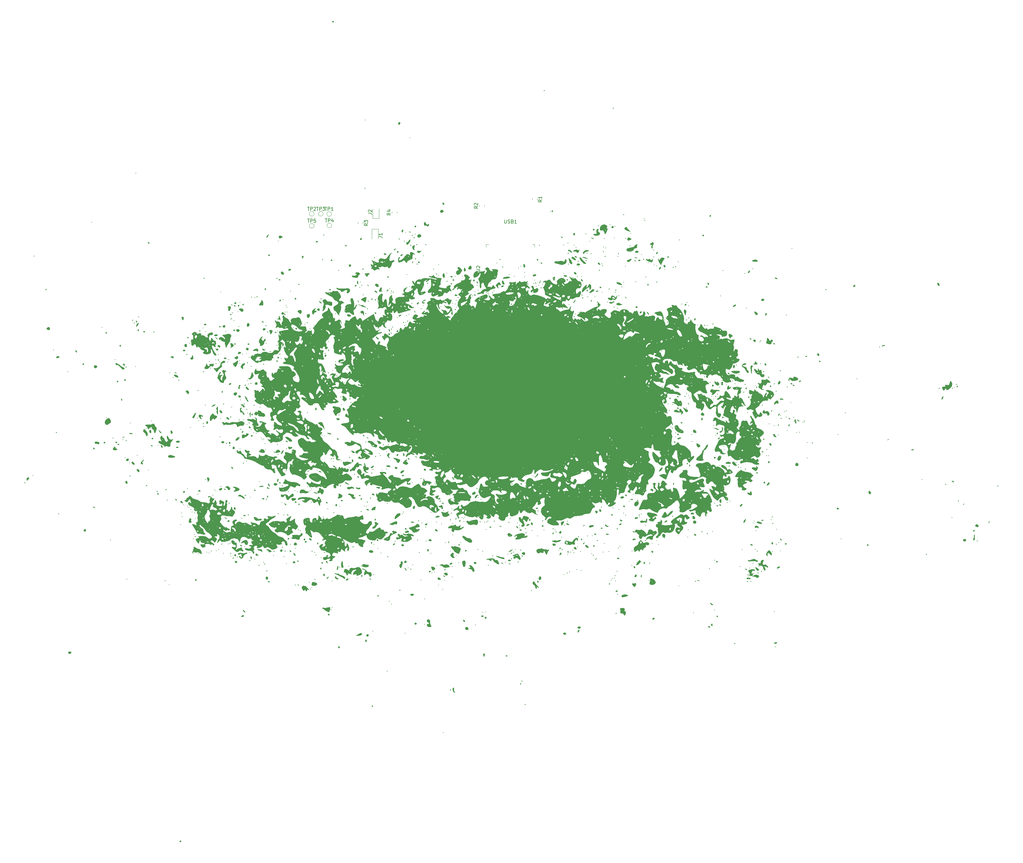
<source format=gbr>
%TF.GenerationSoftware,KiCad,Pcbnew,(5.99.0-9650-gad505e29c0)*%
%TF.CreationDate,2021-03-24T14:31:16-04:00*%
%TF.ProjectId,Hangulator,48616e67-756c-4617-946f-722e6b696361,rev?*%
%TF.SameCoordinates,Original*%
%TF.FileFunction,Legend,Top*%
%TF.FilePolarity,Positive*%
%FSLAX46Y46*%
G04 Gerber Fmt 4.6, Leading zero omitted, Abs format (unit mm)*
G04 Created by KiCad (PCBNEW (5.99.0-9650-gad505e29c0)) date 2021-03-24 14:31:16*
%MOMM*%
%LPD*%
G01*
G04 APERTURE LIST*
%ADD10C,0.150000*%
%ADD11C,0.300000*%
%ADD12C,0.120000*%
G04 APERTURE END LIST*
D10*
%TO.C,R1*%
X301202380Y-153791666D02*
X300726190Y-154125000D01*
X301202380Y-154363095D02*
X300202380Y-154363095D01*
X300202380Y-153982142D01*
X300250000Y-153886904D01*
X300297619Y-153839285D01*
X300392857Y-153791666D01*
X300535714Y-153791666D01*
X300630952Y-153839285D01*
X300678571Y-153886904D01*
X300726190Y-153982142D01*
X300726190Y-154363095D01*
X301202380Y-152839285D02*
X301202380Y-153410714D01*
X301202380Y-153125000D02*
X300202380Y-153125000D01*
X300345238Y-153220238D01*
X300440476Y-153315476D01*
X300488095Y-153410714D01*
%TO.C,R2*%
X282377380Y-155691666D02*
X281901190Y-156025000D01*
X282377380Y-156263095D02*
X281377380Y-156263095D01*
X281377380Y-155882142D01*
X281425000Y-155786904D01*
X281472619Y-155739285D01*
X281567857Y-155691666D01*
X281710714Y-155691666D01*
X281805952Y-155739285D01*
X281853571Y-155786904D01*
X281901190Y-155882142D01*
X281901190Y-156263095D01*
X281472619Y-155310714D02*
X281425000Y-155263095D01*
X281377380Y-155167857D01*
X281377380Y-154929761D01*
X281425000Y-154834523D01*
X281472619Y-154786904D01*
X281567857Y-154739285D01*
X281663095Y-154739285D01*
X281805952Y-154786904D01*
X282377380Y-155358333D01*
X282377380Y-154739285D01*
%TO.C,TP1*%
X237588095Y-155954380D02*
X238159523Y-155954380D01*
X237873809Y-156954380D02*
X237873809Y-155954380D01*
X238492857Y-156954380D02*
X238492857Y-155954380D01*
X238873809Y-155954380D01*
X238969047Y-156002000D01*
X239016666Y-156049619D01*
X239064285Y-156144857D01*
X239064285Y-156287714D01*
X239016666Y-156382952D01*
X238969047Y-156430571D01*
X238873809Y-156478190D01*
X238492857Y-156478190D01*
X240016666Y-156954380D02*
X239445238Y-156954380D01*
X239730952Y-156954380D02*
X239730952Y-155954380D01*
X239635714Y-156097238D01*
X239540476Y-156192476D01*
X239445238Y-156240095D01*
%TO.C,J2*%
X250302380Y-157733333D02*
X251016666Y-157733333D01*
X251159523Y-157780952D01*
X251254761Y-157876190D01*
X251302380Y-158019047D01*
X251302380Y-158114285D01*
X250397619Y-157304761D02*
X250350000Y-157257142D01*
X250302380Y-157161904D01*
X250302380Y-156923809D01*
X250350000Y-156828571D01*
X250397619Y-156780952D01*
X250492857Y-156733333D01*
X250588095Y-156733333D01*
X250730952Y-156780952D01*
X251302380Y-157352380D01*
X251302380Y-156733333D01*
%TO.C,R4*%
X256802380Y-157666666D02*
X256326190Y-158000000D01*
X256802380Y-158238095D02*
X255802380Y-158238095D01*
X255802380Y-157857142D01*
X255850000Y-157761904D01*
X255897619Y-157714285D01*
X255992857Y-157666666D01*
X256135714Y-157666666D01*
X256230952Y-157714285D01*
X256278571Y-157761904D01*
X256326190Y-157857142D01*
X256326190Y-158238095D01*
X256135714Y-156809523D02*
X256802380Y-156809523D01*
X255754761Y-157047619D02*
X256469047Y-157285714D01*
X256469047Y-156666666D01*
%TO.C,TP4*%
X237638095Y-159329380D02*
X238209523Y-159329380D01*
X237923809Y-160329380D02*
X237923809Y-159329380D01*
X238542857Y-160329380D02*
X238542857Y-159329380D01*
X238923809Y-159329380D01*
X239019047Y-159377000D01*
X239066666Y-159424619D01*
X239114285Y-159519857D01*
X239114285Y-159662714D01*
X239066666Y-159757952D01*
X239019047Y-159805571D01*
X238923809Y-159853190D01*
X238542857Y-159853190D01*
X239971428Y-159662714D02*
X239971428Y-160329380D01*
X239733333Y-159281761D02*
X239495238Y-159996047D01*
X240114285Y-159996047D01*
%TO.C,J1*%
X253352380Y-164583333D02*
X254066666Y-164583333D01*
X254209523Y-164630952D01*
X254304761Y-164726190D01*
X254352380Y-164869047D01*
X254352380Y-164964285D01*
X254352380Y-163583333D02*
X254352380Y-164154761D01*
X254352380Y-163869047D02*
X253352380Y-163869047D01*
X253495238Y-163964285D01*
X253590476Y-164059523D01*
X253638095Y-164154761D01*
%TO.C,USB1*%
X290261904Y-159652380D02*
X290261904Y-160461904D01*
X290309523Y-160557142D01*
X290357142Y-160604761D01*
X290452380Y-160652380D01*
X290642857Y-160652380D01*
X290738095Y-160604761D01*
X290785714Y-160557142D01*
X290833333Y-160461904D01*
X290833333Y-159652380D01*
X291261904Y-160604761D02*
X291404761Y-160652380D01*
X291642857Y-160652380D01*
X291738095Y-160604761D01*
X291785714Y-160557142D01*
X291833333Y-160461904D01*
X291833333Y-160366666D01*
X291785714Y-160271428D01*
X291738095Y-160223809D01*
X291642857Y-160176190D01*
X291452380Y-160128571D01*
X291357142Y-160080952D01*
X291309523Y-160033333D01*
X291261904Y-159938095D01*
X291261904Y-159842857D01*
X291309523Y-159747619D01*
X291357142Y-159700000D01*
X291452380Y-159652380D01*
X291690476Y-159652380D01*
X291833333Y-159700000D01*
X292595238Y-160128571D02*
X292738095Y-160176190D01*
X292785714Y-160223809D01*
X292833333Y-160319047D01*
X292833333Y-160461904D01*
X292785714Y-160557142D01*
X292738095Y-160604761D01*
X292642857Y-160652380D01*
X292261904Y-160652380D01*
X292261904Y-159652380D01*
X292595238Y-159652380D01*
X292690476Y-159700000D01*
X292738095Y-159747619D01*
X292785714Y-159842857D01*
X292785714Y-159938095D01*
X292738095Y-160033333D01*
X292690476Y-160080952D01*
X292595238Y-160128571D01*
X292261904Y-160128571D01*
X293785714Y-160652380D02*
X293214285Y-160652380D01*
X293500000Y-160652380D02*
X293500000Y-159652380D01*
X293404761Y-159795238D01*
X293309523Y-159890476D01*
X293214285Y-159938095D01*
D11*
%TO.C,G\u002A\u002A\u002A*%
X290561181Y-215776788D02*
X290398967Y-215772356D01*
X290201651Y-215864366D01*
X290035005Y-216022148D01*
X289964801Y-216215032D01*
X289960369Y-216377246D01*
X290017277Y-216671005D01*
X290109287Y-216868321D01*
X290297739Y-217100739D01*
X290424851Y-217201613D01*
X290617735Y-217271817D01*
X290845721Y-217245579D01*
X290977266Y-217184239D01*
X291143912Y-217026457D01*
X291179014Y-216930015D01*
X290964324Y-216469611D01*
X290701235Y-216592291D01*
X291385548Y-215312306D02*
X291538898Y-215641166D01*
X291148698Y-215662972D02*
X291538898Y-215641166D01*
X291806418Y-215356272D01*
X291464262Y-215996264D02*
X291538898Y-215641166D01*
X291858894Y-215812244D01*
X292437901Y-214821586D02*
X292591251Y-215150446D01*
X292201051Y-215172252D02*
X292591251Y-215150446D01*
X292858771Y-214865552D01*
X292516615Y-215505544D02*
X292591251Y-215150446D01*
X292911247Y-215321524D01*
X293490254Y-214330866D02*
X293643604Y-214659726D01*
X293253403Y-214681532D02*
X293643604Y-214659726D01*
X293911124Y-214374832D01*
X293568968Y-215014824D02*
X293643604Y-214659726D01*
X293963600Y-214830804D01*
D10*
%TO.C,U2*%
X282032380Y-174761904D02*
X282841904Y-174761904D01*
X282937142Y-174714285D01*
X282984761Y-174666666D01*
X283032380Y-174571428D01*
X283032380Y-174380952D01*
X282984761Y-174285714D01*
X282937142Y-174238095D01*
X282841904Y-174190476D01*
X282032380Y-174190476D01*
X282127619Y-173761904D02*
X282080000Y-173714285D01*
X282032380Y-173619047D01*
X282032380Y-173380952D01*
X282080000Y-173285714D01*
X282127619Y-173238095D01*
X282222857Y-173190476D01*
X282318095Y-173190476D01*
X282460952Y-173238095D01*
X283032380Y-173809523D01*
X283032380Y-173190476D01*
%TO.C,TP3*%
X235088095Y-155904380D02*
X235659523Y-155904380D01*
X235373809Y-156904380D02*
X235373809Y-155904380D01*
X235992857Y-156904380D02*
X235992857Y-155904380D01*
X236373809Y-155904380D01*
X236469047Y-155952000D01*
X236516666Y-155999619D01*
X236564285Y-156094857D01*
X236564285Y-156237714D01*
X236516666Y-156332952D01*
X236469047Y-156380571D01*
X236373809Y-156428190D01*
X235992857Y-156428190D01*
X236897619Y-155904380D02*
X237516666Y-155904380D01*
X237183333Y-156285333D01*
X237326190Y-156285333D01*
X237421428Y-156332952D01*
X237469047Y-156380571D01*
X237516666Y-156475809D01*
X237516666Y-156713904D01*
X237469047Y-156809142D01*
X237421428Y-156856761D01*
X237326190Y-156904380D01*
X237040476Y-156904380D01*
X236945238Y-156856761D01*
X236897619Y-156809142D01*
%TO.C,R3*%
X250102380Y-160754166D02*
X249626190Y-161087500D01*
X250102380Y-161325595D02*
X249102380Y-161325595D01*
X249102380Y-160944642D01*
X249150000Y-160849404D01*
X249197619Y-160801785D01*
X249292857Y-160754166D01*
X249435714Y-160754166D01*
X249530952Y-160801785D01*
X249578571Y-160849404D01*
X249626190Y-160944642D01*
X249626190Y-161325595D01*
X249102380Y-160420833D02*
X249102380Y-159801785D01*
X249483333Y-160135119D01*
X249483333Y-159992261D01*
X249530952Y-159897023D01*
X249578571Y-159849404D01*
X249673809Y-159801785D01*
X249911904Y-159801785D01*
X250007142Y-159849404D01*
X250054761Y-159897023D01*
X250102380Y-159992261D01*
X250102380Y-160277976D01*
X250054761Y-160373214D01*
X250007142Y-160420833D01*
%TO.C,TP5*%
X232463095Y-159429380D02*
X233034523Y-159429380D01*
X232748809Y-160429380D02*
X232748809Y-159429380D01*
X233367857Y-160429380D02*
X233367857Y-159429380D01*
X233748809Y-159429380D01*
X233844047Y-159477000D01*
X233891666Y-159524619D01*
X233939285Y-159619857D01*
X233939285Y-159762714D01*
X233891666Y-159857952D01*
X233844047Y-159905571D01*
X233748809Y-159953190D01*
X233367857Y-159953190D01*
X234844047Y-159429380D02*
X234367857Y-159429380D01*
X234320238Y-159905571D01*
X234367857Y-159857952D01*
X234463095Y-159810333D01*
X234701190Y-159810333D01*
X234796428Y-159857952D01*
X234844047Y-159905571D01*
X234891666Y-160000809D01*
X234891666Y-160238904D01*
X234844047Y-160334142D01*
X234796428Y-160381761D01*
X234701190Y-160429380D01*
X234463095Y-160429380D01*
X234367857Y-160381761D01*
X234320238Y-160334142D01*
%TO.C,TP2*%
X232463095Y-155904380D02*
X233034523Y-155904380D01*
X232748809Y-156904380D02*
X232748809Y-155904380D01*
X233367857Y-156904380D02*
X233367857Y-155904380D01*
X233748809Y-155904380D01*
X233844047Y-155952000D01*
X233891666Y-155999619D01*
X233939285Y-156094857D01*
X233939285Y-156237714D01*
X233891666Y-156332952D01*
X233844047Y-156380571D01*
X233748809Y-156428190D01*
X233367857Y-156428190D01*
X234320238Y-155999619D02*
X234367857Y-155952000D01*
X234463095Y-155904380D01*
X234701190Y-155904380D01*
X234796428Y-155952000D01*
X234844047Y-155999619D01*
X234891666Y-156094857D01*
X234891666Y-156190095D01*
X234844047Y-156332952D01*
X234272619Y-156904380D01*
X234891666Y-156904380D01*
D12*
%TO.C,R1*%
X298365000Y-153397936D02*
X298365000Y-153852064D01*
X299835000Y-153397936D02*
X299835000Y-153852064D01*
%TO.C,R2*%
X282840000Y-155752064D02*
X282840000Y-155297936D01*
X284310000Y-155752064D02*
X284310000Y-155297936D01*
%TO.C,TP1*%
X239550000Y-157950000D02*
G75*
G03*
X239550000Y-157950000I-700000J0D01*
G01*
%TO.C,J2*%
X251540000Y-156400000D02*
X251540000Y-159260000D01*
X253460000Y-159260000D02*
X253460000Y-156400000D01*
X251540000Y-159260000D02*
X253460000Y-159260000D01*
%TO.C,R4*%
X257265000Y-157727064D02*
X257265000Y-157272936D01*
X258735000Y-157727064D02*
X258735000Y-157272936D01*
%TO.C,TP4*%
X239600000Y-161325000D02*
G75*
G03*
X239600000Y-161325000I-700000J0D01*
G01*
%TO.C,J1*%
X253210000Y-165250000D02*
X253210000Y-162390000D01*
X251290000Y-162390000D02*
X251290000Y-165250000D01*
X253210000Y-162390000D02*
X251290000Y-162390000D01*
%TO.C,G\u002A\u002A\u002A*%
G36*
X368282251Y-256808798D02*
G01*
X368471728Y-257134616D01*
X368702260Y-257735805D01*
X368644879Y-258011677D01*
X368347760Y-257886242D01*
X368136253Y-257663733D01*
X367704375Y-257355239D01*
X367411255Y-257480655D01*
X367394962Y-257934867D01*
X367379594Y-258250761D01*
X367213876Y-258212305D01*
X367015343Y-257812054D01*
X367134981Y-257244636D01*
X367516304Y-256732360D01*
X367607324Y-256663871D01*
X367971711Y-256538592D01*
X368282251Y-256808798D01*
G37*
G36*
X259612444Y-131045226D02*
G01*
X259686848Y-131191225D01*
X259593896Y-131628291D01*
X259319619Y-131806249D01*
X259053485Y-131604584D01*
X259093352Y-131175283D01*
X259260425Y-131036020D01*
X259612444Y-131045226D01*
G37*
G36*
X351741409Y-212089571D02*
G01*
X351676059Y-212269118D01*
X351496513Y-212203768D01*
X351561862Y-212024222D01*
X351741409Y-212089571D01*
G37*
G36*
X251777200Y-239957618D02*
G01*
X252107637Y-240173680D01*
X252152067Y-240368930D01*
X251899537Y-240406351D01*
X251608420Y-240304454D01*
X251306902Y-240070170D01*
X251385015Y-239954205D01*
X251777200Y-239957618D01*
G37*
G36*
X258811410Y-248278111D02*
G01*
X258810719Y-248582413D01*
X258690958Y-248952820D01*
X258454034Y-248899846D01*
X258011631Y-248868855D01*
X257874550Y-248962227D01*
X257427924Y-249125248D01*
X257000629Y-249101403D01*
X256591397Y-248982227D01*
X256674087Y-248825449D01*
X256983896Y-248648131D01*
X257710012Y-248302765D01*
X258360227Y-248067796D01*
X258728609Y-248015273D01*
X258811410Y-248278111D01*
G37*
G36*
X304661297Y-251369485D02*
G01*
X304667267Y-251482192D01*
X304556144Y-251818437D01*
X304522115Y-251848024D01*
X304328575Y-251707600D01*
X304299923Y-251653487D01*
X304378379Y-251330213D01*
X304445074Y-251287655D01*
X304661297Y-251369485D01*
G37*
G36*
X247315051Y-183359385D02*
G01*
X247522722Y-183728514D01*
X247514594Y-183837784D01*
X247369228Y-183816651D01*
X247236086Y-183576337D01*
X247174043Y-183287135D01*
X247315051Y-183359385D01*
G37*
G36*
X233767245Y-256616998D02*
G01*
X233932079Y-256893965D01*
X233919508Y-256943526D01*
X233758242Y-256977799D01*
X233680112Y-256856394D01*
X233675719Y-256613033D01*
X233767245Y-256616998D01*
G37*
G36*
X223444484Y-236955189D02*
G01*
X223606082Y-237180490D01*
X223513489Y-237430455D01*
X223134936Y-237571632D01*
X222724504Y-237515602D01*
X222694458Y-237497717D01*
X222557538Y-237145697D01*
X222634847Y-236944958D01*
X223010595Y-236754633D01*
X223444484Y-236955189D01*
G37*
G36*
X340216116Y-213587995D02*
G01*
X340038340Y-213506803D01*
X341668990Y-213506803D01*
X341848536Y-213572152D01*
X341913886Y-213392606D01*
X341734340Y-213327257D01*
X341668990Y-213506803D01*
X340038340Y-213506803D01*
X339893103Y-213440472D01*
X339660317Y-213334156D01*
X339413919Y-213095954D01*
X339454019Y-212976798D01*
X339574473Y-213067294D01*
X339966492Y-213237988D01*
X340079244Y-213114706D01*
X340591712Y-213114706D01*
X340771257Y-213180055D01*
X340836608Y-213000509D01*
X340657060Y-212935159D01*
X340591712Y-213114706D01*
X340079244Y-213114706D01*
X340153581Y-213033427D01*
X340039384Y-212701430D01*
X339979176Y-212296795D01*
X340257372Y-212078024D01*
X340709541Y-212043135D01*
X340991174Y-212428769D01*
X341268763Y-212812713D01*
X341586067Y-212717065D01*
X341937707Y-212634668D01*
X342164558Y-212946974D01*
X342335519Y-213670003D01*
X342211628Y-214223723D01*
X342039773Y-214377418D01*
X341836013Y-214289197D01*
X341831608Y-214179755D01*
X341727297Y-214058972D01*
X341556284Y-214190965D01*
X341218736Y-214316437D01*
X341078416Y-214158446D01*
X340810343Y-213907196D01*
X340713503Y-213816435D01*
X340216116Y-213587995D01*
G37*
G36*
X215470990Y-199904225D02*
G01*
X215405640Y-200083770D01*
X215226094Y-200018421D01*
X215291443Y-199838874D01*
X215470990Y-199904225D01*
G37*
G36*
X205823031Y-256578831D02*
G01*
X205757681Y-256758378D01*
X205578135Y-256693028D01*
X205643484Y-256513482D01*
X205823031Y-256578831D01*
G37*
G36*
X325906545Y-246199429D02*
G01*
X325841195Y-246378976D01*
X325661649Y-246313626D01*
X325726998Y-246134080D01*
X325906545Y-246199429D01*
G37*
G36*
X270950904Y-240665035D02*
G01*
X270813079Y-240928969D01*
X270631615Y-241315845D01*
X270769868Y-241344875D01*
X270930429Y-241275166D01*
X271340827Y-241228728D01*
X271458776Y-241326940D01*
X271431969Y-241622761D01*
X271018771Y-241653000D01*
X270508605Y-241490653D01*
X269990883Y-241131377D01*
X269966449Y-240770214D01*
X270434067Y-240515108D01*
X270520008Y-240497327D01*
X270945951Y-240455266D01*
X270950904Y-240665035D01*
G37*
G36*
X429171649Y-249079711D02*
G01*
X429309552Y-249280660D01*
X429325910Y-249661661D01*
X428967405Y-249745245D01*
X428596385Y-249622163D01*
X428278462Y-249326867D01*
X428331266Y-249131901D01*
X428733518Y-248897030D01*
X429171649Y-249079711D01*
G37*
G36*
X177274744Y-225437013D02*
G01*
X177304331Y-225471042D01*
X177163906Y-225664583D01*
X177109794Y-225693234D01*
X176786519Y-225614778D01*
X176743961Y-225548082D01*
X176825791Y-225331859D01*
X176938498Y-225325890D01*
X177274744Y-225437013D01*
G37*
G36*
X176982962Y-206897864D02*
G01*
X177017374Y-206953082D01*
X176941893Y-207277762D01*
X176886675Y-207312175D01*
X176561995Y-207236693D01*
X176527583Y-207181475D01*
X176603064Y-206856795D01*
X176658281Y-206822383D01*
X176982962Y-206897864D01*
G37*
G36*
X217521258Y-222203619D02*
G01*
X217455909Y-222383165D01*
X217276362Y-222317816D01*
X217341712Y-222138269D01*
X217521258Y-222203619D01*
G37*
G36*
X227605547Y-180531035D02*
G01*
X227540196Y-180710582D01*
X227360650Y-180645232D01*
X227425999Y-180465685D01*
X227605547Y-180531035D01*
G37*
G36*
X319101912Y-172997209D02*
G01*
X319136186Y-173158476D01*
X319014779Y-173236605D01*
X318771420Y-173240998D01*
X318775384Y-173149472D01*
X319052352Y-172984638D01*
X319101912Y-172997209D01*
G37*
G36*
X242758994Y-241818293D02*
G01*
X242793406Y-241873510D01*
X242717925Y-242198191D01*
X242662707Y-242232602D01*
X242338027Y-242157122D01*
X242303614Y-242101903D01*
X242379096Y-241777224D01*
X242434314Y-241742811D01*
X242758994Y-241818293D01*
G37*
G36*
X251282684Y-256527881D02*
G01*
X251758990Y-256738428D01*
X251787602Y-257040035D01*
X251483220Y-257316423D01*
X251011192Y-257293151D01*
X250534885Y-257082604D01*
X250506272Y-256780997D01*
X250810655Y-256504609D01*
X251282684Y-256527881D01*
G37*
G36*
X212802226Y-226789314D02*
G01*
X212736877Y-226968860D01*
X212557331Y-226903511D01*
X212622680Y-226723964D01*
X212802226Y-226789314D01*
G37*
G36*
X311741502Y-176180970D02*
G01*
X311676153Y-176360516D01*
X311496606Y-176295167D01*
X311561956Y-176115620D01*
X311741502Y-176180970D01*
G37*
G36*
X208394421Y-200073542D02*
G01*
X208750759Y-200205007D01*
X208784009Y-200306671D01*
X208501769Y-200435027D01*
X208263721Y-200432634D01*
X207907382Y-200301169D01*
X207874133Y-200199504D01*
X208156373Y-200071149D01*
X208394421Y-200073542D01*
G37*
G36*
X361026089Y-201762418D02*
G01*
X361146391Y-201896000D01*
X360892155Y-202136710D01*
X360502878Y-202267080D01*
X359909011Y-202384186D01*
X359904300Y-202349654D01*
X359915029Y-202251887D01*
X360192456Y-201900934D01*
X360570549Y-201756500D01*
X361026089Y-201762418D01*
G37*
G36*
X370446521Y-212680894D02*
G01*
X370572516Y-212831584D01*
X370617690Y-213318128D01*
X370562754Y-213450025D01*
X370333565Y-213549193D01*
X370278190Y-213479154D01*
X370019950Y-213441174D01*
X369683139Y-213641665D01*
X369336575Y-213882279D01*
X369290018Y-213705768D01*
X369343341Y-213474056D01*
X369626816Y-212956779D01*
X370053485Y-212661583D01*
X370446521Y-212680894D01*
G37*
G36*
X200235298Y-217742029D02*
G01*
X200169948Y-217921576D01*
X199990402Y-217856226D01*
X200055751Y-217676680D01*
X200235298Y-217742029D01*
G37*
G36*
X327797066Y-256647443D02*
G01*
X327731716Y-256826989D01*
X327552170Y-256761640D01*
X327617520Y-256582094D01*
X327797066Y-256647443D01*
G37*
G36*
X276757026Y-182357508D02*
G01*
X276691676Y-182537054D01*
X276512130Y-182471705D01*
X276577479Y-182292159D01*
X276757026Y-182357508D01*
G37*
G36*
X244794156Y-229114056D02*
G01*
X244958990Y-229391022D01*
X244946418Y-229440583D01*
X244785152Y-229474856D01*
X244707023Y-229353450D01*
X244702630Y-229110091D01*
X244794156Y-229114056D01*
G37*
G36*
X232980402Y-233150799D02*
G01*
X232959268Y-233296166D01*
X232718955Y-233429307D01*
X232429753Y-233491350D01*
X232502002Y-233350342D01*
X232871131Y-233142672D01*
X232980402Y-233150799D01*
G37*
G36*
X353407492Y-208629342D02*
G01*
X353342143Y-208808889D01*
X353162597Y-208743539D01*
X353227946Y-208563993D01*
X353407492Y-208629342D01*
G37*
G36*
X253228553Y-255939843D02*
G01*
X253163204Y-256119389D01*
X252983657Y-256054040D01*
X253049007Y-255874494D01*
X253228553Y-255939843D01*
G37*
G36*
X282595606Y-256258661D02*
G01*
X282530257Y-256438206D01*
X282350711Y-256372857D01*
X282416060Y-256193311D01*
X282595606Y-256258661D01*
G37*
G36*
X274482355Y-256762317D02*
G01*
X274417005Y-256941864D01*
X274237459Y-256876514D01*
X274302808Y-256696967D01*
X274482355Y-256762317D01*
G37*
G36*
X272426170Y-309896822D02*
G01*
X272360821Y-310076368D01*
X272181274Y-310011019D01*
X272246624Y-309831472D01*
X272426170Y-309896822D01*
G37*
G36*
X265909679Y-265232023D02*
G01*
X265844329Y-265411570D01*
X265664783Y-265346220D01*
X265730132Y-265166675D01*
X265909679Y-265232023D01*
G37*
G36*
X382966227Y-201076731D02*
G01*
X382995814Y-201110760D01*
X382855390Y-201304300D01*
X382801278Y-201332952D01*
X382478004Y-201254496D01*
X382435445Y-201187800D01*
X382517275Y-200971578D01*
X382629983Y-200965608D01*
X382966227Y-201076731D01*
G37*
G36*
X313780235Y-249139642D02*
G01*
X313759101Y-249285009D01*
X313518787Y-249418150D01*
X313229585Y-249480193D01*
X313301835Y-249339186D01*
X313670964Y-249131515D01*
X313780235Y-249139642D01*
G37*
G36*
X280414142Y-173155389D02*
G01*
X280584529Y-173688432D01*
X280512982Y-174143750D01*
X280117285Y-174255144D01*
X279894032Y-174234415D01*
X279637978Y-174075969D01*
X279725027Y-173626836D01*
X279762209Y-173535662D01*
X280095173Y-173094560D01*
X280414142Y-173155389D01*
G37*
G36*
X231049620Y-251669496D02*
G01*
X230996496Y-252059589D01*
X230736005Y-252385374D01*
X230546933Y-252449064D01*
X230282936Y-252689088D01*
X230253267Y-252921506D01*
X230118381Y-253411027D01*
X229702922Y-253478086D01*
X229449529Y-253346665D01*
X228903850Y-253197113D01*
X228584346Y-253228350D01*
X228030093Y-253205838D01*
X227801639Y-253071377D01*
X227724359Y-252843838D01*
X227886109Y-252825973D01*
X228109418Y-252685649D01*
X228064475Y-252486154D01*
X227987749Y-252154444D01*
X228220646Y-252005153D01*
X228851932Y-252007795D01*
X229322547Y-252054081D01*
X230064642Y-252079203D01*
X230394738Y-251919026D01*
X230435115Y-251794117D01*
X230671569Y-251476135D01*
X230827375Y-251455908D01*
X231049620Y-251669496D01*
G37*
G36*
X339726324Y-213816388D02*
G01*
X339660975Y-213995935D01*
X339481428Y-213930585D01*
X339546779Y-213751039D01*
X339726324Y-213816388D01*
G37*
G36*
X275218362Y-251946909D02*
G01*
X275153012Y-252126455D01*
X274973466Y-252061106D01*
X275038815Y-251881560D01*
X275218362Y-251946909D01*
G37*
G36*
X281807553Y-239631768D02*
G01*
X281629406Y-240118364D01*
X281164152Y-240293720D01*
X280997837Y-240257801D01*
X280680797Y-239991175D01*
X280869352Y-239659440D01*
X281172667Y-239480600D01*
X281646612Y-239362702D01*
X281807553Y-239631768D01*
G37*
G36*
X288208090Y-258224469D02*
G01*
X288767811Y-258334757D01*
X289006196Y-258497412D01*
X289302478Y-258619628D01*
X289457518Y-258574614D01*
X289927693Y-258595861D01*
X290110918Y-258717149D01*
X290283926Y-259024971D01*
X290015688Y-259127397D01*
X289374400Y-258999370D01*
X289357352Y-258994006D01*
X288579388Y-258701546D01*
X288105584Y-258485388D01*
X287724564Y-258270766D01*
X287837696Y-258211181D01*
X288208090Y-258224469D01*
G37*
G36*
X328507193Y-261367206D02*
G01*
X328591481Y-261758673D01*
X328329967Y-261751486D01*
X328222036Y-261687447D01*
X328106080Y-261358599D01*
X328151996Y-261255291D01*
X328389779Y-261209188D01*
X328507193Y-261367206D01*
G37*
G36*
X176079162Y-226111105D02*
G01*
X176093931Y-226244997D01*
X176341484Y-226709811D01*
X176527001Y-226823105D01*
X176752525Y-226964296D01*
X176528179Y-227093769D01*
X175957263Y-227217735D01*
X175468878Y-227173085D01*
X175400850Y-226820504D01*
X175668285Y-226341226D01*
X175965107Y-226006494D01*
X176079162Y-226111105D01*
G37*
G36*
X252524950Y-247405135D02*
G01*
X252553601Y-247459247D01*
X252475145Y-247782521D01*
X252408449Y-247825079D01*
X252192227Y-247743250D01*
X252186258Y-247630542D01*
X252297381Y-247294298D01*
X252331409Y-247264711D01*
X252524950Y-247405135D01*
G37*
G36*
X250414759Y-281235157D02*
G01*
X250401842Y-281630507D01*
X250123465Y-281853552D01*
X249992575Y-281839045D01*
X249677829Y-281553019D01*
X249845678Y-281228628D01*
X249939958Y-281176010D01*
X250324058Y-281148557D01*
X250414759Y-281235157D01*
G37*
G36*
X338986326Y-211809863D02*
G01*
X338992296Y-211922571D01*
X338881173Y-212258816D01*
X338847143Y-212288403D01*
X338653603Y-212147979D01*
X338624952Y-212093867D01*
X338703408Y-211770592D01*
X338770104Y-211728034D01*
X338986326Y-211809863D01*
G37*
G36*
X342056001Y-215144178D02*
G01*
X342133605Y-215357914D01*
X342342696Y-215713959D01*
X342510774Y-215755632D01*
X342680039Y-215908568D01*
X342574607Y-216263991D01*
X342276864Y-216618740D01*
X342121621Y-216715294D01*
X342025229Y-216641011D01*
X342115238Y-216457284D01*
X342197457Y-216182538D01*
X341852281Y-216150676D01*
X341787717Y-216158503D01*
X341093527Y-216139893D01*
X340488057Y-216022467D01*
X339983184Y-215855975D01*
X339925713Y-215696571D01*
X340180078Y-215460189D01*
X340660797Y-215299805D01*
X340969858Y-215503245D01*
X341374931Y-215779957D01*
X341576838Y-215785875D01*
X341637279Y-215573845D01*
X341554134Y-215498315D01*
X341518418Y-215264494D01*
X341696581Y-215133744D01*
X342056001Y-215144178D01*
G37*
G36*
X218463880Y-236373260D02*
G01*
X218398531Y-236552806D01*
X218218985Y-236487456D01*
X218284335Y-236307910D01*
X218463880Y-236373260D01*
G37*
G36*
X328997755Y-170668495D02*
G01*
X329186662Y-170848561D01*
X328916281Y-170873648D01*
X328630412Y-170839790D01*
X328350465Y-170730986D01*
X328442287Y-170633933D01*
X328914233Y-170626242D01*
X328997755Y-170668495D01*
G37*
G36*
X187164302Y-223616796D02*
G01*
X187198715Y-223672014D01*
X187123234Y-223996695D01*
X187068016Y-224031107D01*
X186743336Y-223955626D01*
X186708923Y-223900408D01*
X186784404Y-223575727D01*
X186839622Y-223541315D01*
X187164302Y-223616796D01*
G37*
G36*
X221004923Y-256276728D02*
G01*
X221206727Y-256328933D01*
X221785858Y-256566328D01*
X222008634Y-256808915D01*
X221809858Y-256967230D01*
X221683640Y-256983371D01*
X221306019Y-257125334D01*
X221250317Y-257228072D01*
X221197272Y-257221673D01*
X221160733Y-257066235D01*
X220877247Y-256632680D01*
X220654119Y-256482567D01*
X220346857Y-256276202D01*
X220490097Y-256200276D01*
X221004923Y-256276728D01*
G37*
G36*
X275140449Y-184005770D02*
G01*
X275075099Y-184185317D01*
X274895553Y-184119967D01*
X274960902Y-183940421D01*
X275140449Y-184005770D01*
G37*
G36*
X286378216Y-249694222D02*
G01*
X286407803Y-249728251D01*
X286267379Y-249921791D01*
X286213266Y-249950443D01*
X285889991Y-249871987D01*
X285847433Y-249805291D01*
X285929264Y-249589068D01*
X286041971Y-249583099D01*
X286378216Y-249694222D01*
G37*
G36*
X189818352Y-225869597D02*
G01*
X189999497Y-226264881D01*
X189957239Y-226418723D01*
X189735106Y-226424157D01*
X189555400Y-226168431D01*
X189404021Y-225701812D01*
X189563090Y-225661328D01*
X189818352Y-225869597D01*
G37*
G36*
X264488834Y-277843548D02*
G01*
X264530807Y-277981188D01*
X264322150Y-278339483D01*
X263991200Y-278288864D01*
X263868946Y-278118862D01*
X263916204Y-277795917D01*
X264132653Y-277728988D01*
X264488834Y-277843548D01*
G37*
G36*
X236539386Y-261716702D02*
G01*
X236568037Y-261770815D01*
X236489582Y-262094088D01*
X236422886Y-262136647D01*
X236206664Y-262054816D01*
X236200694Y-261942110D01*
X236311817Y-261605865D01*
X236345846Y-261576277D01*
X236539386Y-261716702D01*
G37*
G36*
X369943925Y-254535010D02*
G01*
X370108759Y-254811977D01*
X370096188Y-254861538D01*
X369934922Y-254895810D01*
X369856793Y-254774406D01*
X369852400Y-254531045D01*
X369943925Y-254535010D01*
G37*
G36*
X370696658Y-219692181D02*
G01*
X370691474Y-219800158D01*
X370569788Y-220141632D01*
X370531869Y-220172730D01*
X370441395Y-220022331D01*
X370446579Y-219914355D01*
X370568265Y-219572881D01*
X370606184Y-219541783D01*
X370696658Y-219692181D01*
G37*
G36*
X247674123Y-184514973D02*
G01*
X248205262Y-184700574D01*
X248478760Y-184661521D01*
X248884814Y-184704649D01*
X248995715Y-184842837D01*
X249364256Y-185149750D01*
X249521213Y-185170549D01*
X249715332Y-185220615D01*
X249645879Y-185278053D01*
X249260190Y-185272022D01*
X248601566Y-185098775D01*
X248412977Y-185031752D01*
X247753676Y-184739572D01*
X247357523Y-184479875D01*
X247321894Y-184430764D01*
X247418807Y-184371661D01*
X247674123Y-184514973D01*
G37*
G36*
X261009088Y-165849148D02*
G01*
X260943738Y-166028694D01*
X260764192Y-165963345D01*
X260829541Y-165783798D01*
X261009088Y-165849148D01*
G37*
G36*
X384673965Y-179986956D02*
G01*
X384708239Y-180148222D01*
X384586833Y-180226351D01*
X384343473Y-180230744D01*
X384347438Y-180139218D01*
X384624405Y-179974384D01*
X384673965Y-179986956D01*
G37*
G36*
X269609493Y-174062732D02*
G01*
X269544144Y-174242278D01*
X269364598Y-174176928D01*
X269429947Y-173997382D01*
X269609493Y-174062732D01*
G37*
G36*
X224212345Y-251215445D02*
G01*
X223660704Y-251373674D01*
X223082469Y-251056759D01*
X222867300Y-250797284D01*
X222840252Y-250683080D01*
X225763010Y-250683080D01*
X225781151Y-250786440D01*
X226052144Y-250914009D01*
X226416186Y-250740607D01*
X226654241Y-250406467D01*
X226658118Y-250224967D01*
X226707474Y-249754010D01*
X226863544Y-249599873D01*
X227338825Y-249614131D01*
X227459715Y-249694558D01*
X227607583Y-249730186D01*
X227545473Y-249505495D01*
X227215476Y-249232356D01*
X226817578Y-249332643D01*
X226336510Y-249703924D01*
X225935761Y-250223121D01*
X225763010Y-250683080D01*
X222840252Y-250683080D01*
X222787735Y-250461340D01*
X223013687Y-250376664D01*
X223403873Y-250168673D01*
X223468847Y-250010585D01*
X223324425Y-249787673D01*
X223184333Y-249815302D01*
X222662687Y-249880888D01*
X222327644Y-249840954D01*
X221861387Y-249634273D01*
X221860109Y-249633301D01*
X221408466Y-249289793D01*
X221239294Y-249091963D01*
X221111730Y-248942790D01*
X221113521Y-248775792D01*
X223699043Y-248775792D01*
X223822448Y-248884866D01*
X224191628Y-249032788D01*
X224308240Y-248912753D01*
X224294659Y-248877405D01*
X224024126Y-248751380D01*
X223880084Y-248726512D01*
X223699043Y-248775792D01*
X221113521Y-248775792D01*
X221114028Y-248728544D01*
X221141853Y-248717997D01*
X221459781Y-248552389D01*
X221616428Y-248454353D01*
X222606654Y-248454353D01*
X222786199Y-248519702D01*
X222851549Y-248340156D01*
X222672003Y-248274807D01*
X222606654Y-248454353D01*
X221616428Y-248454353D01*
X222283004Y-248037182D01*
X223306547Y-247925683D01*
X223682079Y-247994199D01*
X224566581Y-248156302D01*
X225175091Y-248058296D01*
X225415852Y-247925076D01*
X225657745Y-248019890D01*
X225757296Y-248177771D01*
X226083436Y-248421535D01*
X226254156Y-248393302D01*
X226426891Y-248069845D01*
X226360431Y-247821988D01*
X226239383Y-247452964D01*
X226418932Y-247176106D01*
X226995370Y-246863676D01*
X227128650Y-246802850D01*
X227805913Y-246496957D01*
X227469248Y-247213574D01*
X227220832Y-247835912D01*
X227287109Y-248047716D01*
X227707201Y-247874004D01*
X228106477Y-247621050D01*
X228646151Y-247293408D01*
X228843922Y-247284666D01*
X228805834Y-247522381D01*
X228801512Y-248207491D01*
X229113838Y-248853525D01*
X229508781Y-249156870D01*
X229697123Y-249421761D01*
X229469093Y-249968072D01*
X229468143Y-249969607D01*
X229140251Y-250422887D01*
X228900098Y-250471889D01*
X228745542Y-250350881D01*
X228315894Y-250153392D01*
X227977300Y-250283126D01*
X227906638Y-250617314D01*
X228041893Y-250839282D01*
X228247150Y-251256061D01*
X228116138Y-251434949D01*
X227662469Y-251705691D01*
X227164857Y-252010278D01*
X226719562Y-252211500D01*
X226555028Y-252136822D01*
X226354290Y-251826586D01*
X225818249Y-251505556D01*
X225144718Y-251251529D01*
X224883530Y-251205007D01*
X224531509Y-251142306D01*
X224212345Y-251215445D01*
G37*
G36*
X248569654Y-263858712D02*
G01*
X248598306Y-263912825D01*
X248519850Y-264236100D01*
X248453154Y-264278658D01*
X248236931Y-264196827D01*
X248230962Y-264084120D01*
X248342085Y-263747875D01*
X248376114Y-263718288D01*
X248569654Y-263858712D01*
G37*
G36*
X388150893Y-244068387D02*
G01*
X388414545Y-244319061D01*
X388357827Y-244478636D01*
X388016010Y-244611667D01*
X387892815Y-244560216D01*
X387673576Y-244239181D01*
X387866812Y-244035077D01*
X388150893Y-244068387D01*
G37*
G36*
X283085066Y-247930767D02*
G01*
X283249900Y-248207734D01*
X283237328Y-248257294D01*
X283076062Y-248291568D01*
X282997933Y-248170163D01*
X282993540Y-247926802D01*
X283085066Y-247930767D01*
G37*
G36*
X340589074Y-222060340D02*
G01*
X340523724Y-222239886D01*
X340344178Y-222174536D01*
X340409527Y-221994990D01*
X340589074Y-222060340D01*
G37*
G36*
X274930232Y-260280303D02*
G01*
X274833190Y-260590064D01*
X274677085Y-260696495D01*
X274289522Y-260716228D01*
X274195545Y-260622894D01*
X274292586Y-260313133D01*
X274448691Y-260206702D01*
X274836254Y-260186971D01*
X274930232Y-260280303D01*
G37*
G36*
X251719579Y-280197086D02*
G01*
X251654230Y-280376633D01*
X251474683Y-280311282D01*
X251540033Y-280131736D01*
X251719579Y-280197086D01*
G37*
G36*
X269844516Y-262800885D02*
G01*
X269779166Y-262980432D01*
X269599620Y-262915082D01*
X269664969Y-262735536D01*
X269844516Y-262800885D01*
G37*
G36*
X325846453Y-173181484D02*
G01*
X325781104Y-173361031D01*
X325601557Y-173295681D01*
X325666907Y-173116135D01*
X325846453Y-173181484D01*
G37*
G36*
X343808363Y-210422170D02*
G01*
X343743013Y-210601715D01*
X343563468Y-210536366D01*
X343628816Y-210356819D01*
X343808363Y-210422170D01*
G37*
G36*
X194040945Y-241568134D02*
G01*
X194082211Y-241630609D01*
X194109885Y-241908101D01*
X194088413Y-241925864D01*
X193799307Y-241851754D01*
X193714867Y-241801905D01*
X193629054Y-241567183D01*
X193708666Y-241506650D01*
X194040945Y-241568134D01*
G37*
G36*
X285614232Y-260813988D02*
G01*
X285548882Y-260993535D01*
X285369335Y-260928185D01*
X285434685Y-260748639D01*
X285614232Y-260813988D01*
G37*
G36*
X348386353Y-217751450D02*
G01*
X348379150Y-218235988D01*
X348210316Y-218530502D01*
X348059741Y-218493250D01*
X347939735Y-218143347D01*
X348019457Y-217847403D01*
X348249887Y-217564507D01*
X348386353Y-217751450D01*
G37*
G36*
X282615929Y-240317797D02*
G01*
X282538157Y-240536599D01*
X282442475Y-240541019D01*
X282142269Y-240718397D01*
X282111037Y-240827049D01*
X281935946Y-241183984D01*
X281668317Y-241266135D01*
X281533848Y-241053831D01*
X281675291Y-240694082D01*
X282041030Y-240371108D01*
X282428483Y-240222705D01*
X282615929Y-240317797D01*
G37*
G36*
X291809875Y-175636396D02*
G01*
X291744525Y-175815942D01*
X291564979Y-175750593D01*
X291630328Y-175571046D01*
X291809875Y-175636396D01*
G37*
G36*
X274943099Y-244323450D02*
G01*
X274877750Y-244502996D01*
X274698203Y-244437647D01*
X274763553Y-244258100D01*
X274943099Y-244323450D01*
G37*
G36*
X260574481Y-162747280D02*
G01*
X260490885Y-163160844D01*
X260280409Y-163344492D01*
X260106448Y-163182240D01*
X260089627Y-163091456D01*
X260227374Y-162604350D01*
X260296708Y-162522759D01*
X260516775Y-162513287D01*
X260574481Y-162747280D01*
G37*
G36*
X212953384Y-212407782D02*
G01*
X212888035Y-212587327D01*
X212708488Y-212521978D01*
X212773838Y-212342431D01*
X212953384Y-212407782D01*
G37*
G36*
X337346508Y-172979830D02*
G01*
X337452938Y-173135934D01*
X337472671Y-173523497D01*
X337379337Y-173617475D01*
X337069576Y-173520433D01*
X336963146Y-173364328D01*
X336943413Y-172976765D01*
X337036747Y-172882787D01*
X337346508Y-172979830D01*
G37*
G36*
X289840308Y-177556637D02*
G01*
X290089746Y-177929450D01*
X290248908Y-178447677D01*
X290086576Y-178669576D01*
X289759814Y-178557214D01*
X289547360Y-178207477D01*
X289482551Y-177722338D01*
X289605177Y-177410249D01*
X289611465Y-177407109D01*
X289840308Y-177556637D01*
G37*
G36*
X248981209Y-261902822D02*
G01*
X249531340Y-262246176D01*
X249758621Y-262564862D01*
X250168501Y-262902317D01*
X250524385Y-262928292D01*
X251018429Y-262929886D01*
X251236760Y-263265401D01*
X251288965Y-263677280D01*
X251175434Y-264138477D01*
X250883673Y-264324167D01*
X250608047Y-264166820D01*
X250537038Y-263938528D01*
X250273936Y-263533913D01*
X249799962Y-263442423D01*
X249376187Y-263713880D01*
X249374361Y-263716647D01*
X249175590Y-263838070D01*
X249073820Y-263596505D01*
X249100473Y-263165394D01*
X249215214Y-262838121D01*
X249372266Y-262429660D01*
X249169735Y-262243957D01*
X248841776Y-262159486D01*
X248443607Y-262014765D01*
X248437830Y-261900629D01*
X248981209Y-261902822D01*
G37*
G36*
X307160785Y-256083617D02*
G01*
X307325619Y-256360584D01*
X307313047Y-256410145D01*
X307151781Y-256444418D01*
X307073652Y-256323012D01*
X307069259Y-256079652D01*
X307160785Y-256083617D01*
G37*
G36*
X332557856Y-187051038D02*
G01*
X332600662Y-187223835D01*
X332569269Y-187511460D01*
X332527565Y-187507619D01*
X332127764Y-186993661D01*
X332038695Y-186707306D01*
X332203983Y-186699012D01*
X332557856Y-187051038D01*
G37*
G36*
X320069284Y-167825460D02*
G01*
X320003933Y-168005006D01*
X319824387Y-167939657D01*
X319889736Y-167760110D01*
X320069284Y-167825460D01*
G37*
G36*
X256007557Y-242718100D02*
G01*
X255942208Y-242897647D01*
X255762661Y-242832297D01*
X255828011Y-242652750D01*
X256007557Y-242718100D01*
G37*
G36*
X214760075Y-230348556D02*
G01*
X214694726Y-230528103D01*
X214515179Y-230462753D01*
X214580529Y-230283207D01*
X214760075Y-230348556D01*
G37*
G36*
X362269415Y-194391014D02*
G01*
X362316422Y-194407617D01*
X362659587Y-194638501D01*
X362688403Y-194768775D01*
X362471961Y-194780230D01*
X362243258Y-194608635D01*
X362035283Y-194357296D01*
X362269415Y-194391014D01*
G37*
G36*
X173617530Y-192654956D02*
G01*
X173658797Y-192717431D01*
X173686469Y-192994923D01*
X173664998Y-193012687D01*
X173375892Y-192938577D01*
X173291452Y-192888727D01*
X173205638Y-192654006D01*
X173285251Y-192593472D01*
X173617530Y-192654956D01*
G37*
G36*
X298991730Y-178250377D02*
G01*
X298926381Y-178429924D01*
X298746834Y-178364574D01*
X298812185Y-178185028D01*
X298991730Y-178250377D01*
G37*
G36*
X284026703Y-274672725D02*
G01*
X283961353Y-274852270D01*
X283781806Y-274786921D01*
X283847157Y-274607375D01*
X284026703Y-274672725D01*
G37*
G36*
X260397863Y-245739362D02*
G01*
X260332514Y-245918909D01*
X260152967Y-245853559D01*
X260218317Y-245674013D01*
X260397863Y-245739362D01*
G37*
G36*
X360844794Y-175346592D02*
G01*
X360779445Y-175526138D01*
X360599899Y-175460789D01*
X360665248Y-175281242D01*
X360844794Y-175346592D01*
G37*
G36*
X260815700Y-234515495D02*
G01*
X260622315Y-234746509D01*
X260500903Y-234808955D01*
X260192487Y-234806082D01*
X260156870Y-234666371D01*
X260384488Y-234388239D01*
X260488308Y-234380341D01*
X260815700Y-234515495D01*
G37*
G36*
X422962238Y-207749302D02*
G01*
X422996511Y-207910568D01*
X422875106Y-207988697D01*
X422631745Y-207993090D01*
X422635710Y-207901564D01*
X422912677Y-207736730D01*
X422962238Y-207749302D01*
G37*
G36*
X221387055Y-265689051D02*
G01*
X221416642Y-265723080D01*
X221276217Y-265916621D01*
X221222105Y-265945272D01*
X220898831Y-265866817D01*
X220856272Y-265800120D01*
X220938103Y-265583899D01*
X221050810Y-265577928D01*
X221387055Y-265689051D01*
G37*
G36*
X327219453Y-167174602D02*
G01*
X327154103Y-167354149D01*
X326974557Y-167288799D01*
X327039906Y-167109252D01*
X327219453Y-167174602D01*
G37*
G36*
X224543080Y-164307566D02*
G01*
X225117338Y-164469125D01*
X225169283Y-164726561D01*
X224727342Y-165027869D01*
X224261651Y-165143697D01*
X224057758Y-164851414D01*
X224040494Y-164768354D01*
X224051613Y-164368455D01*
X224401911Y-164293122D01*
X224543080Y-164307566D01*
G37*
G36*
X322298748Y-126784481D02*
G01*
X322333021Y-126945747D01*
X322211615Y-127023876D01*
X321968255Y-127028270D01*
X321972220Y-126936744D01*
X322249186Y-126771909D01*
X322298748Y-126784481D01*
G37*
G36*
X327563904Y-171159559D02*
G01*
X327349115Y-171530131D01*
X327308335Y-171573459D01*
X326790621Y-171983638D01*
X326376462Y-171967308D01*
X326303900Y-171924660D01*
X326115018Y-171768997D01*
X326203220Y-171615098D01*
X326658104Y-171346616D01*
X326814586Y-171261541D01*
X327361740Y-171054877D01*
X327563904Y-171159559D01*
G37*
G36*
X322780959Y-161492489D02*
G01*
X322715610Y-161672035D01*
X322536063Y-161606686D01*
X322601413Y-161427139D01*
X322780959Y-161492489D01*
G37*
G36*
X332523333Y-172155032D02*
G01*
X332457984Y-172334578D01*
X332278438Y-172269229D01*
X332343787Y-172089682D01*
X332523333Y-172155032D01*
G37*
G36*
X163183990Y-286328794D02*
G01*
X163170257Y-286640981D01*
X162850797Y-286903177D01*
X162447175Y-286852346D01*
X162326611Y-286700389D01*
X162228252Y-286368978D01*
X162463782Y-286240070D01*
X162815184Y-286205658D01*
X163183990Y-286328794D01*
G37*
G36*
X284980188Y-276095324D02*
G01*
X285013878Y-276150351D01*
X284914763Y-276458227D01*
X284746278Y-276573282D01*
X284437435Y-276572759D01*
X284401638Y-276435843D01*
X284604886Y-276054294D01*
X284669238Y-276012912D01*
X284980188Y-276095324D01*
G37*
G36*
X325048679Y-273454537D02*
G01*
X325508139Y-273618656D01*
X325519154Y-273878345D01*
X325473556Y-273954419D01*
X325402532Y-274281089D01*
X325580591Y-274353778D01*
X325840905Y-274576406D01*
X325847594Y-275011907D01*
X325685526Y-275595085D01*
X325432499Y-275673770D01*
X325164797Y-275298883D01*
X324918751Y-274993096D01*
X324773611Y-275032363D01*
X324483845Y-275088107D01*
X324306496Y-274969631D01*
X324142201Y-274662591D01*
X324205432Y-274571250D01*
X324276909Y-274295994D01*
X324193864Y-274086977D01*
X324112307Y-273629424D01*
X324469660Y-273414664D01*
X325048679Y-273454537D01*
G37*
G36*
X243413686Y-185929754D02*
G01*
X243533075Y-185626072D01*
X243588071Y-185486182D01*
X243556303Y-185335215D01*
X244156819Y-185335215D01*
X244336365Y-185400565D01*
X244401714Y-185221019D01*
X244222168Y-185155669D01*
X244156819Y-185335215D01*
X243556303Y-185335215D01*
X243552830Y-185318713D01*
X243585105Y-184866771D01*
X243992982Y-184506074D01*
X244608064Y-184380498D01*
X245198206Y-184366125D01*
X245348584Y-184155476D01*
X245181624Y-183696651D01*
X245097051Y-183161999D01*
X245261355Y-182717512D01*
X245588447Y-182573080D01*
X245636896Y-182586724D01*
X245846097Y-182895414D01*
X246036872Y-183529286D01*
X246168131Y-184273569D01*
X246198784Y-184913493D01*
X246134944Y-185189903D01*
X246044913Y-185451663D01*
X246193354Y-185424512D01*
X246502606Y-185067923D01*
X246523926Y-184976782D01*
X246773767Y-184580882D01*
X246856550Y-184533450D01*
X246976419Y-184617137D01*
X246873632Y-184980792D01*
X246629886Y-185457808D01*
X246326880Y-185881577D01*
X246104698Y-186066712D01*
X245938167Y-186403246D01*
X246049978Y-186837595D01*
X246182125Y-187379596D01*
X245973691Y-187566009D01*
X245512248Y-187371009D01*
X245183633Y-187093089D01*
X244635836Y-186708433D01*
X244229199Y-186796427D01*
X244218287Y-186806232D01*
X243826036Y-186897969D01*
X243461961Y-186650122D01*
X243324555Y-186319600D01*
X243308839Y-186281795D01*
X243405628Y-186281795D01*
X243585175Y-186347144D01*
X243650524Y-186167598D01*
X243470978Y-186102248D01*
X243405628Y-186281795D01*
X243308839Y-186281795D01*
X243293641Y-186245238D01*
X243413686Y-185929754D01*
G37*
G36*
X253787024Y-238158388D02*
G01*
X253733258Y-238384348D01*
X253401303Y-238468389D01*
X252939019Y-238348825D01*
X252506861Y-238144830D01*
X252560903Y-238040268D01*
X252877737Y-237973201D01*
X253500170Y-237960002D01*
X253787024Y-238158388D01*
G37*
G36*
X219773509Y-223836698D02*
G01*
X219708160Y-224016245D01*
X219528613Y-223950894D01*
X219593963Y-223771349D01*
X219773509Y-223836698D01*
G37*
G36*
X176162217Y-200643545D02*
G01*
X176096867Y-200823092D01*
X175917321Y-200757742D01*
X175982670Y-200578195D01*
X176162217Y-200643545D01*
G37*
G36*
X311742782Y-168511180D02*
G01*
X311974510Y-168658465D01*
X312070228Y-168574012D01*
X312271657Y-168408579D01*
X312304367Y-168436746D01*
X312210377Y-168725771D01*
X311996627Y-169055553D01*
X311683681Y-169367766D01*
X311480514Y-169224141D01*
X311453755Y-169170115D01*
X311107584Y-168929562D01*
X310911099Y-168965450D01*
X310524191Y-168986646D01*
X310430836Y-168894593D01*
X310561870Y-168633639D01*
X310953786Y-168417618D01*
X311484932Y-168353633D01*
X311742782Y-168511180D01*
G37*
G36*
X214847528Y-201337845D02*
G01*
X215012363Y-201614812D01*
X214999791Y-201664373D01*
X214838525Y-201698646D01*
X214760396Y-201577240D01*
X214756002Y-201333880D01*
X214847528Y-201337845D01*
G37*
G36*
X263306247Y-236631343D02*
G01*
X263240898Y-236810890D01*
X263061352Y-236745540D01*
X263126701Y-236565994D01*
X263306247Y-236631343D01*
G37*
G36*
X311977511Y-252346807D02*
G01*
X312142345Y-252623774D01*
X312129773Y-252673334D01*
X311968507Y-252707607D01*
X311890378Y-252586202D01*
X311885985Y-252342842D01*
X311977511Y-252346807D01*
G37*
G36*
X219168870Y-183232282D02*
G01*
X219390432Y-183596368D01*
X219504126Y-183975461D01*
X219520062Y-184610583D01*
X219270446Y-184824496D01*
X218964507Y-184704628D01*
X218606370Y-184698272D01*
X218534348Y-184771626D01*
X218386566Y-184773671D01*
X218342689Y-184567714D01*
X218481999Y-184097182D01*
X218632042Y-183970082D01*
X218909407Y-183603698D01*
X218919359Y-183463420D01*
X218975190Y-183155868D01*
X219168870Y-183232282D01*
G37*
G36*
X277897034Y-246821916D02*
G01*
X277831684Y-247001462D01*
X277652138Y-246936113D01*
X277717487Y-246756567D01*
X277897034Y-246821916D01*
G37*
G36*
X323903826Y-178024255D02*
G01*
X324417288Y-178289990D01*
X324766991Y-178591060D01*
X324807616Y-178734269D01*
X324548071Y-178761472D01*
X324004704Y-178662663D01*
X323401986Y-178431010D01*
X323115439Y-178168066D01*
X323217522Y-177969466D01*
X323444751Y-177923612D01*
X323903826Y-178024255D01*
G37*
G36*
X289718356Y-173282381D02*
G01*
X289883191Y-173559347D01*
X289870619Y-173608909D01*
X289709353Y-173643182D01*
X289631225Y-173521776D01*
X289626831Y-173278416D01*
X289718356Y-173282381D01*
G37*
G36*
X360784925Y-202759843D02*
G01*
X361316713Y-203044163D01*
X361405924Y-203251684D01*
X361363470Y-203279602D01*
X361200983Y-203438518D01*
X361498025Y-203641323D01*
X361535516Y-203659231D01*
X361839597Y-203963764D01*
X361893830Y-204325204D01*
X361700924Y-204525232D01*
X361525077Y-204501182D01*
X361252008Y-204215603D01*
X360921603Y-203643199D01*
X360899041Y-203595551D01*
X360578163Y-203075448D01*
X360298471Y-202886259D01*
X360273489Y-202893428D01*
X359971585Y-202842939D01*
X359910798Y-202397290D01*
X360784925Y-202759843D01*
G37*
G36*
X291152324Y-251952251D02*
G01*
X291188308Y-251710021D01*
X291424305Y-251440671D01*
X291880690Y-251574176D01*
X291919667Y-251595081D01*
X292400528Y-251912384D01*
X292584566Y-252104937D01*
X292490863Y-252375093D01*
X292089567Y-252552251D01*
X291612810Y-252570875D01*
X291377295Y-252461839D01*
X291355729Y-252451855D01*
X291285058Y-252278273D01*
X291770953Y-252278273D01*
X291950499Y-252343622D01*
X292015849Y-252164076D01*
X291836302Y-252098726D01*
X291770953Y-252278273D01*
X291285058Y-252278273D01*
X291152324Y-251952251D01*
G37*
G36*
X203229563Y-218773737D02*
G01*
X203323321Y-219112681D01*
X203161558Y-219442987D01*
X202884616Y-219485815D01*
X202777400Y-219258537D01*
X202809702Y-218823426D01*
X202922462Y-218709336D01*
X203229563Y-218773737D01*
G37*
G36*
X214922708Y-222294816D02*
G01*
X215249935Y-222475646D01*
X215207417Y-222705510D01*
X214750383Y-223058345D01*
X214288631Y-223341997D01*
X213674867Y-223673029D01*
X213371800Y-223704512D01*
X213245536Y-223444137D01*
X213237483Y-223402374D01*
X213254548Y-222777329D01*
X213541952Y-222530155D01*
X213939351Y-222675214D01*
X214297740Y-222847644D01*
X214428416Y-222594533D01*
X214432234Y-222564267D01*
X214582576Y-222245707D01*
X214922708Y-222294816D01*
G37*
G36*
X294520232Y-173776241D02*
G01*
X294454882Y-173955789D01*
X294275336Y-173890438D01*
X294340686Y-173710893D01*
X294520232Y-173776241D01*
G37*
G36*
X275958966Y-176170419D02*
G01*
X275893618Y-176349966D01*
X275714070Y-176284616D01*
X275779421Y-176105070D01*
X275958966Y-176170419D01*
G37*
G36*
X328865078Y-177736813D02*
G01*
X328799729Y-177916359D01*
X328620182Y-177851010D01*
X328685532Y-177671463D01*
X328865078Y-177736813D01*
G37*
G36*
X209825050Y-224880383D02*
G01*
X209853436Y-225275076D01*
X209758188Y-225376377D01*
X209438340Y-225311537D01*
X209405835Y-225260132D01*
X209429189Y-224845450D01*
X209472696Y-224764137D01*
X209708240Y-224721892D01*
X209825050Y-224880383D01*
G37*
G36*
X350665449Y-207224658D02*
G01*
X350600100Y-207404203D01*
X350420553Y-207338854D01*
X350485903Y-207159307D01*
X350665449Y-207224658D01*
G37*
G36*
X214844818Y-253688276D02*
G01*
X215014546Y-254233380D01*
X214925838Y-254726028D01*
X214628578Y-255000858D01*
X214293705Y-254930994D01*
X214213731Y-254827747D01*
X214008129Y-254405012D01*
X213985338Y-254337956D01*
X213736062Y-254274889D01*
X213424446Y-254375894D01*
X213020927Y-254486305D01*
X212963520Y-254339339D01*
X213203746Y-254046889D01*
X213693129Y-253720848D01*
X213712496Y-253711043D01*
X214424892Y-253481762D01*
X214844818Y-253688276D01*
G37*
G36*
X329042396Y-263793707D02*
G01*
X329002528Y-264223008D01*
X328835456Y-264362271D01*
X328483437Y-264353066D01*
X328409033Y-264207066D01*
X328501985Y-263770000D01*
X328776262Y-263592042D01*
X329042396Y-263793707D01*
G37*
G36*
X182439037Y-189381620D02*
G01*
X182540776Y-189739273D01*
X182300454Y-189686816D01*
X182223750Y-189638570D01*
X182092113Y-189324082D01*
X182124656Y-189250673D01*
X182340778Y-189238197D01*
X182439037Y-189381620D01*
G37*
G36*
X323627206Y-170340428D02*
G01*
X323561857Y-170519975D01*
X323382310Y-170454625D01*
X323447660Y-170275079D01*
X323627206Y-170340428D01*
G37*
G36*
X261962605Y-189206569D02*
G01*
X261996878Y-189367835D01*
X261875472Y-189445963D01*
X261632112Y-189450357D01*
X261636077Y-189358831D01*
X261913044Y-189193996D01*
X261962605Y-189206569D01*
G37*
G36*
X229748578Y-266540897D02*
G01*
X229913412Y-266817864D01*
X229900840Y-266867424D01*
X229739574Y-266901698D01*
X229661445Y-266780293D01*
X229657051Y-266536933D01*
X229748578Y-266540897D01*
G37*
G36*
X202645978Y-235699305D02*
G01*
X202580628Y-235878852D01*
X202401081Y-235813502D01*
X202466431Y-235633956D01*
X202645978Y-235699305D01*
G37*
G36*
X278780927Y-259662045D02*
G01*
X278866845Y-260066861D01*
X278858150Y-260351436D01*
X278729076Y-261102775D01*
X278488054Y-261435034D01*
X278197973Y-261303316D01*
X278015072Y-260953358D01*
X277858019Y-260178660D01*
X278028588Y-259670927D01*
X278473929Y-259532489D01*
X278780927Y-259662045D01*
G37*
G36*
X345290284Y-222551449D02*
G01*
X345224935Y-222730997D01*
X345045388Y-222665646D01*
X345110738Y-222486101D01*
X345290284Y-222551449D01*
G37*
G36*
X228902635Y-241281585D02*
G01*
X229164892Y-241419071D01*
X229027187Y-241671512D01*
X228648518Y-241910149D01*
X228113469Y-242018750D01*
X227810333Y-241711100D01*
X227715032Y-241361566D01*
X227972524Y-241235187D01*
X228326706Y-241220021D01*
X228902635Y-241281585D01*
G37*
G36*
X328514893Y-171434048D02*
G01*
X328722564Y-171803177D01*
X328714437Y-171912447D01*
X328569070Y-171891314D01*
X328435929Y-171651000D01*
X328373885Y-171361799D01*
X328514893Y-171434048D01*
G37*
G36*
X252075667Y-170561473D02*
G01*
X252240501Y-170838440D01*
X252227930Y-170888001D01*
X252066664Y-170922274D01*
X251988534Y-170800868D01*
X251984141Y-170557508D01*
X252075667Y-170561473D01*
G37*
G36*
X369490080Y-195830621D02*
G01*
X369531347Y-195893097D01*
X369559019Y-196170588D01*
X369537549Y-196188352D01*
X369248442Y-196114242D01*
X369164003Y-196064392D01*
X369078189Y-195829670D01*
X369157801Y-195769137D01*
X369490080Y-195830621D01*
G37*
G36*
X318220023Y-174302882D02*
G01*
X318254296Y-174464148D01*
X318132891Y-174542277D01*
X317889531Y-174546670D01*
X317893496Y-174455144D01*
X318170463Y-174290310D01*
X318220023Y-174302882D01*
G37*
G36*
X351993575Y-242681104D02*
G01*
X351928225Y-242860651D01*
X351748679Y-242795301D01*
X351814029Y-242615755D01*
X351993575Y-242681104D01*
G37*
G36*
X199476195Y-245525510D02*
G01*
X199410845Y-245705056D01*
X199231299Y-245639707D01*
X199296648Y-245460160D01*
X199476195Y-245525510D01*
G37*
G36*
X214812219Y-219590956D02*
G01*
X214746870Y-219770502D01*
X214567323Y-219705153D01*
X214632673Y-219525606D01*
X214812219Y-219590956D01*
G37*
G36*
X254459627Y-233004774D02*
G01*
X254394278Y-233184320D01*
X254214731Y-233118971D01*
X254280081Y-232939424D01*
X254459627Y-233004774D01*
G37*
G36*
X189231008Y-223641225D02*
G01*
X189430719Y-223188920D01*
X189717949Y-222871366D01*
X189827591Y-223006653D01*
X189842253Y-223149994D01*
X189990497Y-223484712D01*
X190139943Y-223493084D01*
X190400280Y-223627977D01*
X190633760Y-224134583D01*
X190854863Y-224652724D01*
X191137807Y-224728756D01*
X191297414Y-224655557D01*
X191544992Y-224342885D01*
X191464684Y-224153008D01*
X191211794Y-223686182D01*
X191194550Y-223174943D01*
X191371646Y-222918731D01*
X191595400Y-223043774D01*
X191673327Y-223299812D01*
X191900055Y-223815401D01*
X192298630Y-224123559D01*
X192641309Y-224095990D01*
X193049494Y-223875036D01*
X193098416Y-224016480D01*
X192776602Y-224469079D01*
X192735390Y-224516185D01*
X192357209Y-225092331D01*
X192261686Y-225565045D01*
X192277599Y-225612427D01*
X192255181Y-226003716D01*
X191917779Y-226209283D01*
X191485660Y-226118026D01*
X191405234Y-226052436D01*
X190992819Y-225960559D01*
X190788163Y-226092701D01*
X190538953Y-226235429D01*
X190510704Y-226078057D01*
X190305823Y-225791283D01*
X189751755Y-225548311D01*
X189673228Y-225528492D01*
X188972343Y-225224459D01*
X188762307Y-224852296D01*
X188816491Y-224506932D01*
X189167023Y-224495825D01*
X189291878Y-224525795D01*
X189669856Y-224583966D01*
X189612760Y-224384703D01*
X189498335Y-224239491D01*
X189453135Y-224182129D01*
X189421612Y-224105367D01*
X189785964Y-224105367D01*
X189965512Y-224170717D01*
X190030861Y-223991170D01*
X189851315Y-223925821D01*
X189785964Y-224105367D01*
X189421612Y-224105367D01*
X189231008Y-223641225D01*
G37*
G36*
X300874786Y-264233970D02*
G01*
X301047629Y-264499635D01*
X301059954Y-264987307D01*
X300705761Y-265243113D01*
X300386687Y-265207953D01*
X300251423Y-264927681D01*
X300332184Y-264471113D01*
X300571517Y-264128076D01*
X300604326Y-264110058D01*
X300874786Y-264233970D01*
G37*
G36*
X252504306Y-182976965D02*
G01*
X252499124Y-183084942D01*
X252377437Y-183426417D01*
X252339519Y-183457514D01*
X252249044Y-183307115D01*
X252254227Y-183199139D01*
X252375913Y-182857665D01*
X252413832Y-182826567D01*
X252504306Y-182976965D01*
G37*
G36*
X241845829Y-216823821D02*
G01*
X241780479Y-217003367D01*
X241600933Y-216938018D01*
X241666282Y-216758471D01*
X241845829Y-216823821D01*
G37*
G36*
X206270414Y-197436727D02*
G01*
X206270144Y-197820493D01*
X205983808Y-197966333D01*
X205644864Y-197785179D01*
X205588635Y-197696845D01*
X205475969Y-197396075D01*
X205580973Y-197436886D01*
X205909800Y-197525470D01*
X206002265Y-197446449D01*
X206224504Y-197372520D01*
X206270414Y-197436727D01*
G37*
G36*
X318988048Y-180851814D02*
G01*
X318922699Y-181031360D01*
X318743152Y-180966011D01*
X318808502Y-180786463D01*
X318988048Y-180851814D01*
G37*
G36*
X263983814Y-164729100D02*
G01*
X263962681Y-164874466D01*
X263722366Y-165007607D01*
X263433165Y-165069651D01*
X263505415Y-164928644D01*
X263874544Y-164720973D01*
X263983814Y-164729100D01*
G37*
G36*
X304664956Y-250091917D02*
G01*
X304699229Y-250253183D01*
X304577823Y-250331313D01*
X304334463Y-250335706D01*
X304338428Y-250244180D01*
X304615395Y-250079346D01*
X304664956Y-250091917D01*
G37*
G36*
X354626697Y-225949626D02*
G01*
X354561347Y-226129173D01*
X354381801Y-226063823D01*
X354447150Y-225884277D01*
X354626697Y-225949626D01*
G37*
G36*
X363645160Y-194765758D02*
G01*
X363989847Y-194920424D01*
X363948600Y-195254200D01*
X363740125Y-195528683D01*
X363434557Y-195344385D01*
X363144413Y-194936652D01*
X363339055Y-194759107D01*
X363645160Y-194765758D01*
G37*
G36*
X207977587Y-257363026D02*
G01*
X207912238Y-257542572D01*
X207732692Y-257477222D01*
X207798041Y-257297676D01*
X207977587Y-257363026D01*
G37*
G36*
X205224317Y-238671061D02*
G01*
X205158967Y-238850607D01*
X204979421Y-238785258D01*
X205044771Y-238605712D01*
X205224317Y-238671061D01*
G37*
G36*
X301229446Y-172205772D02*
G01*
X301270714Y-172268249D01*
X301298386Y-172545740D01*
X301276915Y-172563503D01*
X300987808Y-172489393D01*
X300903370Y-172439544D01*
X300817556Y-172204822D01*
X300897168Y-172144289D01*
X301229446Y-172205772D01*
G37*
G36*
X351635437Y-208043267D02*
G01*
X351669126Y-208098295D01*
X351570012Y-208406171D01*
X351401527Y-208521226D01*
X351092683Y-208520703D01*
X351056887Y-208383787D01*
X351260135Y-208002238D01*
X351324487Y-207960856D01*
X351635437Y-208043267D01*
G37*
G36*
X158800683Y-221808129D02*
G01*
X158965517Y-222085096D01*
X158952946Y-222134656D01*
X158791680Y-222168930D01*
X158713551Y-222047525D01*
X158709157Y-221804164D01*
X158800683Y-221808129D01*
G37*
G36*
X373355623Y-208569927D02*
G01*
X373290273Y-208749475D01*
X373110726Y-208684124D01*
X373176076Y-208504578D01*
X373355623Y-208569927D01*
G37*
G36*
X236419839Y-238435397D02*
G01*
X236703237Y-238700026D01*
X236834493Y-238689261D01*
X237116432Y-238749929D01*
X237242123Y-239126130D01*
X237197504Y-239612010D01*
X236968517Y-240001716D01*
X236926300Y-240033368D01*
X236541211Y-240184904D01*
X236410481Y-239901167D01*
X236276736Y-239615294D01*
X235930558Y-239755762D01*
X235338182Y-239935062D01*
X234689844Y-239846186D01*
X234255713Y-239531201D01*
X234235788Y-239491867D01*
X234352134Y-239406088D01*
X234799499Y-239563880D01*
X234876863Y-239602119D01*
X235380338Y-239825730D01*
X235513443Y-239758802D01*
X235440117Y-239545483D01*
X235411590Y-239196202D01*
X235556680Y-239137343D01*
X235812039Y-238953973D01*
X235842767Y-238723386D01*
X235938871Y-238264527D01*
X236202975Y-238182108D01*
X236419839Y-238435397D01*
G37*
G36*
X152452185Y-170257309D02*
G01*
X152386835Y-170436855D01*
X152207288Y-170371506D01*
X152272639Y-170191960D01*
X152452185Y-170257309D01*
G37*
G36*
X232334153Y-189605936D02*
G01*
X232498988Y-189882904D01*
X232486416Y-189932465D01*
X232325150Y-189966738D01*
X232247021Y-189845331D01*
X232242627Y-189601971D01*
X232334153Y-189605936D01*
G37*
G36*
X276929995Y-260093165D02*
G01*
X276864646Y-260272711D01*
X276685099Y-260207362D01*
X276750450Y-260027816D01*
X276929995Y-260093165D01*
G37*
G36*
X205968157Y-193269221D02*
G01*
X206087327Y-193349053D01*
X206155365Y-193612312D01*
X205717615Y-193745698D01*
X205525093Y-193760404D01*
X205129504Y-193651898D01*
X205066798Y-193576810D01*
X205168469Y-193345233D01*
X205553672Y-193223789D01*
X205968157Y-193269221D01*
G37*
G36*
X343307993Y-186011338D02*
G01*
X343495134Y-186269266D01*
X343622078Y-186693191D01*
X343548704Y-186840580D01*
X343421376Y-187146746D01*
X343447745Y-187409414D01*
X343481097Y-187705320D01*
X343288487Y-187558668D01*
X343176037Y-187429387D01*
X342904832Y-186888241D01*
X342842278Y-186297702D01*
X343008623Y-185905040D01*
X343049234Y-185880899D01*
X343307993Y-186011338D01*
G37*
G36*
X255062773Y-186616425D02*
G01*
X255136940Y-185997383D01*
X255319924Y-185832539D01*
X255477707Y-185901181D01*
X255707256Y-185969596D01*
X255705637Y-185963292D01*
X261245298Y-185963292D01*
X261346805Y-186093207D01*
X261484694Y-186050425D01*
X261644488Y-185866825D01*
X261571826Y-185811029D01*
X261267525Y-185917245D01*
X261245298Y-185963292D01*
X255705637Y-185963292D01*
X255622808Y-185640784D01*
X255586986Y-185560720D01*
X255519832Y-185467907D01*
X257136184Y-185467907D01*
X257163298Y-185734452D01*
X257349256Y-185767922D01*
X257513548Y-185511047D01*
X257559503Y-185346524D01*
X257630631Y-185091875D01*
X257578024Y-184967400D01*
X257303673Y-185088951D01*
X257136184Y-185467907D01*
X255519832Y-185467907D01*
X255310350Y-185178384D01*
X254962867Y-185278635D01*
X254890623Y-185335693D01*
X254440324Y-185559084D01*
X254220150Y-185534039D01*
X253806544Y-185505930D01*
X253439494Y-185618842D01*
X253062362Y-185756616D01*
X253096716Y-185583935D01*
X253211628Y-185412136D01*
X253251782Y-185268219D01*
X253374781Y-184827366D01*
X253362425Y-184766868D01*
X254326932Y-184766868D01*
X254506479Y-184832218D01*
X254571828Y-184652672D01*
X254392282Y-184587322D01*
X254326932Y-184766868D01*
X253362425Y-184766868D01*
X253307817Y-184499504D01*
X253203228Y-183988094D01*
X253258543Y-183782380D01*
X253256712Y-183390261D01*
X253176979Y-183281062D01*
X253027411Y-182812405D01*
X253189431Y-182208509D01*
X253370874Y-181933071D01*
X253504367Y-181730423D01*
X253805455Y-181730423D01*
X253985001Y-181795772D01*
X254050350Y-181616226D01*
X253870804Y-181550877D01*
X253805455Y-181730423D01*
X253504367Y-181730423D01*
X253555589Y-181652666D01*
X254018432Y-181328169D01*
X254321577Y-181328614D01*
X254601769Y-181559478D01*
X254519569Y-181788592D01*
X254388236Y-182261887D01*
X254379868Y-182918150D01*
X254477206Y-183519446D01*
X254662984Y-183827840D01*
X254667645Y-183829438D01*
X254858736Y-183691430D01*
X254866863Y-183546118D01*
X255001973Y-183186464D01*
X255324941Y-182969473D01*
X255604709Y-183039190D01*
X255624474Y-183073811D01*
X255715655Y-183463886D01*
X255807801Y-184135585D01*
X255815504Y-184209336D01*
X255938263Y-184873938D01*
X256174125Y-185149572D01*
X256318686Y-185184719D01*
X256674962Y-185036452D01*
X256770146Y-184899948D01*
X259777147Y-184899948D01*
X259819929Y-185037837D01*
X260003530Y-185197631D01*
X260059324Y-185124970D01*
X260033477Y-185050920D01*
X260822957Y-185050920D01*
X260905459Y-185127939D01*
X261234466Y-185258948D01*
X261279005Y-185251899D01*
X261295839Y-185013376D01*
X261272802Y-184956644D01*
X260974729Y-184808948D01*
X260899256Y-184832684D01*
X260822957Y-185050920D01*
X260033477Y-185050920D01*
X259953108Y-184820668D01*
X259907062Y-184798442D01*
X259777147Y-184899948D01*
X256770146Y-184899948D01*
X256941300Y-184654494D01*
X257005226Y-184261639D01*
X256866996Y-184098611D01*
X256636262Y-184239318D01*
X256571591Y-184465534D01*
X256423254Y-184814987D01*
X256301837Y-184841792D01*
X256203695Y-184564837D01*
X256270695Y-184254749D01*
X256394939Y-183543806D01*
X256384395Y-183196520D01*
X256443837Y-182606802D01*
X256694215Y-182066928D01*
X257027425Y-181754268D01*
X257255278Y-181767657D01*
X257348110Y-181995371D01*
X257278969Y-182048651D01*
X257231795Y-182307453D01*
X257396859Y-182586348D01*
X257566924Y-183089208D01*
X257430428Y-183345865D01*
X257277805Y-183689076D01*
X257575692Y-184027117D01*
X258105864Y-184279614D01*
X258136151Y-184259472D01*
X258357115Y-184112523D01*
X258350970Y-184083007D01*
X260269124Y-184083007D01*
X260448671Y-184148356D01*
X260514021Y-183968810D01*
X260334474Y-183903460D01*
X260269124Y-184083007D01*
X258350970Y-184083007D01*
X258246730Y-183582302D01*
X258242084Y-183572270D01*
X258238732Y-183539060D01*
X258180384Y-182961032D01*
X258566894Y-182512919D01*
X259318894Y-182290203D01*
X259940879Y-182293436D01*
X260677587Y-182295388D01*
X260981206Y-182098687D01*
X260990516Y-182059149D01*
X261412412Y-182059149D01*
X261591958Y-182124498D01*
X261657308Y-181944952D01*
X261477762Y-181879603D01*
X261412412Y-182059149D01*
X260990516Y-182059149D01*
X260996932Y-182031900D01*
X260845678Y-181729207D01*
X260706260Y-181710353D01*
X260436356Y-181619851D01*
X260324201Y-181582244D01*
X262908152Y-181582244D01*
X262909114Y-181684286D01*
X263036344Y-181974474D01*
X263186886Y-181908807D01*
X263394623Y-181447130D01*
X263393968Y-181340110D01*
X263249050Y-181088758D01*
X263032646Y-181208132D01*
X262908152Y-181582244D01*
X260324201Y-181582244D01*
X260313820Y-181578763D01*
X260256301Y-181497995D01*
X260371498Y-181272550D01*
X260604625Y-181214722D01*
X260892721Y-181107527D01*
X260719828Y-180844054D01*
X260536584Y-180376203D01*
X260828872Y-179889762D01*
X261304095Y-179589042D01*
X261795612Y-179364345D01*
X261433385Y-179866305D01*
X261132088Y-180292590D01*
X261028083Y-180450781D01*
X261105684Y-180720443D01*
X261494236Y-180887765D01*
X261964880Y-180876169D01*
X262110918Y-180813094D01*
X262731230Y-180450964D01*
X263042631Y-180280297D01*
X263341201Y-179970489D01*
X263340745Y-179800695D01*
X263122636Y-179730770D01*
X263032622Y-179826502D01*
X262920886Y-179826237D01*
X262925006Y-179462218D01*
X263051371Y-179040524D01*
X265967740Y-179040524D01*
X266147286Y-179105874D01*
X266212636Y-178926327D01*
X266033089Y-178860978D01*
X265967740Y-179040524D01*
X263051371Y-179040524D01*
X263067637Y-178986242D01*
X263411638Y-178919779D01*
X263499030Y-178939736D01*
X263787805Y-178964579D01*
X263737464Y-178742217D01*
X263654043Y-178620507D01*
X263464715Y-178344286D01*
X263158349Y-177810024D01*
X263161308Y-177518236D01*
X263174721Y-177510535D01*
X263459414Y-177630654D01*
X263674187Y-177948461D01*
X263885708Y-178270981D01*
X263919957Y-178208582D01*
X264537417Y-178208582D01*
X264813337Y-178421063D01*
X265364972Y-178547794D01*
X265593887Y-178244357D01*
X265598464Y-178004648D01*
X265497696Y-177743867D01*
X265394759Y-177819086D01*
X265162671Y-177905757D01*
X265105085Y-177829932D01*
X264857641Y-177767689D01*
X264680989Y-177895841D01*
X264537417Y-178208582D01*
X263919957Y-178208582D01*
X263988459Y-178083777D01*
X263989184Y-178078263D01*
X264199696Y-177695428D01*
X264619928Y-177319764D01*
X265066577Y-177078141D01*
X265356339Y-177097435D01*
X265371147Y-177121747D01*
X265634691Y-177156887D01*
X265978861Y-176986393D01*
X266600214Y-176786848D01*
X267351932Y-176795209D01*
X268018120Y-176871828D01*
X268438005Y-176844850D01*
X268445427Y-176841646D01*
X268842918Y-176856603D01*
X269347436Y-177017326D01*
X269990304Y-177167761D01*
X270409270Y-177117364D01*
X270459822Y-176972578D01*
X270030805Y-176850856D01*
X269855308Y-176827704D01*
X269041613Y-176682547D01*
X268406060Y-176476140D01*
X268068939Y-176259878D01*
X268134226Y-176092321D01*
X268479629Y-176150865D01*
X268531000Y-176225540D01*
X268792823Y-176284257D01*
X269101758Y-176074059D01*
X269449545Y-175839237D01*
X269576170Y-176045199D01*
X269581966Y-176108678D01*
X269844175Y-176455913D01*
X270592463Y-176649525D01*
X270730011Y-176664515D01*
X271846714Y-176772853D01*
X271582561Y-177575719D01*
X271467679Y-178155588D01*
X271550658Y-178462251D01*
X271561088Y-178466913D01*
X271581201Y-178628393D01*
X271410060Y-178738829D01*
X271013399Y-179055185D01*
X271118129Y-179351662D01*
X271686397Y-179572626D01*
X272012878Y-179624854D01*
X272888343Y-179691224D01*
X273299439Y-179634910D01*
X273214614Y-179460441D01*
X273204555Y-179453742D01*
X273232061Y-179273698D01*
X273580985Y-179059551D01*
X274047433Y-178904106D01*
X274423778Y-178898780D01*
X274498812Y-179068722D01*
X274407300Y-179130075D01*
X274310802Y-179436295D01*
X274463967Y-180004865D01*
X274488977Y-180060964D01*
X274683813Y-180570324D01*
X274592755Y-180674518D01*
X274451398Y-180600245D01*
X274073044Y-180489886D01*
X273740913Y-180809251D01*
X273708315Y-180858182D01*
X273393150Y-181206071D01*
X273096335Y-181107421D01*
X273039404Y-181054980D01*
X272770361Y-180875569D01*
X272570589Y-181082696D01*
X272443828Y-181363647D01*
X272129244Y-181835129D01*
X271575452Y-182076491D01*
X271246173Y-182138668D01*
X270716162Y-182194241D01*
X270571045Y-182148019D01*
X270609115Y-182120674D01*
X270810870Y-181808893D01*
X270789110Y-181707452D01*
X270514602Y-181665296D01*
X270000217Y-181930217D01*
X269993498Y-181934906D01*
X269350343Y-182194710D01*
X268902940Y-182033618D01*
X268768109Y-181515238D01*
X268778640Y-181456614D01*
X268808612Y-181289769D01*
X268811679Y-181245247D01*
X269231920Y-181245247D01*
X269356568Y-181461860D01*
X269454112Y-181439784D01*
X269620597Y-181145722D01*
X269599264Y-181073951D01*
X269411373Y-180881445D01*
X269404481Y-180874385D01*
X269377072Y-180879414D01*
X269248009Y-181148520D01*
X269231920Y-181245247D01*
X268811679Y-181245247D01*
X268832595Y-180941628D01*
X268539088Y-180975077D01*
X268403316Y-181035338D01*
X267938331Y-181107361D01*
X267748924Y-180818729D01*
X267820920Y-180335689D01*
X267907652Y-180252850D01*
X270759399Y-180252850D01*
X270943584Y-180422358D01*
X271089124Y-180493903D01*
X271615376Y-180641754D01*
X271918692Y-180558086D01*
X271855205Y-180288771D01*
X271827866Y-180258348D01*
X271387761Y-180098684D01*
X271079771Y-180125581D01*
X270759399Y-180252850D01*
X267907652Y-180252850D01*
X267991378Y-180172882D01*
X268578814Y-179617573D01*
X268701395Y-179055281D01*
X268748051Y-178841267D01*
X269160349Y-178841267D01*
X269446410Y-179015220D01*
X269649336Y-178963575D01*
X269820719Y-178685808D01*
X269697932Y-178495407D01*
X269351443Y-178354216D01*
X269230816Y-178432675D01*
X269160349Y-178841267D01*
X268748051Y-178841267D01*
X268775581Y-178714982D01*
X268727866Y-178107311D01*
X268711321Y-177995707D01*
X268655031Y-177616006D01*
X269525592Y-177616006D01*
X269648997Y-177725080D01*
X270018176Y-177873002D01*
X270134789Y-177752966D01*
X270121208Y-177717619D01*
X269850674Y-177591594D01*
X269706632Y-177566726D01*
X269525592Y-177616006D01*
X268655031Y-177616006D01*
X268570224Y-177043941D01*
X267927095Y-177535428D01*
X267411640Y-177828002D01*
X267164281Y-177770247D01*
X267280660Y-177531469D01*
X267537450Y-177451598D01*
X267840736Y-177388050D01*
X267610610Y-177313413D01*
X267559155Y-177303850D01*
X267117147Y-177390463D01*
X266722201Y-177692486D01*
X266532681Y-178047774D01*
X266628304Y-178256898D01*
X266681787Y-178579409D01*
X266505224Y-179182423D01*
X266162384Y-179892865D01*
X265848315Y-180373825D01*
X265633661Y-180710454D01*
X265789096Y-180787214D01*
X266231259Y-180715515D01*
X266887733Y-180679452D01*
X267118460Y-180851815D01*
X266950181Y-181145541D01*
X266409637Y-181473570D01*
X265946652Y-181642092D01*
X265372407Y-181718417D01*
X265108739Y-181478420D01*
X265047659Y-181422824D01*
X264946880Y-181197954D01*
X264929527Y-181132702D01*
X265850134Y-181132702D01*
X265951640Y-181262616D01*
X266089529Y-181219834D01*
X266249324Y-181036234D01*
X266176662Y-180980439D01*
X265872360Y-181086654D01*
X265850134Y-181132702D01*
X264929527Y-181132702D01*
X264774810Y-180550930D01*
X264764683Y-180149818D01*
X264656580Y-179781793D01*
X264513684Y-179727509D01*
X264290806Y-179859013D01*
X264316046Y-179974098D01*
X264220601Y-180232966D01*
X264016124Y-180289980D01*
X263731634Y-180471724D01*
X263803839Y-180793802D01*
X263828046Y-181361975D01*
X263632243Y-181790949D01*
X263409544Y-182195341D01*
X263594803Y-182354016D01*
X263667681Y-182364996D01*
X264009910Y-182506611D01*
X263906857Y-182730177D01*
X263424007Y-182941080D01*
X263239912Y-182983023D01*
X262658579Y-182957463D01*
X262462416Y-182660235D01*
X262405333Y-182559456D01*
X262372544Y-182925369D01*
X262371357Y-182987060D01*
X262293651Y-183545977D01*
X262012066Y-183713118D01*
X261820057Y-183701902D01*
X261301266Y-183724286D01*
X261214199Y-183923019D01*
X261520657Y-184207541D01*
X262146773Y-184476458D01*
X262818734Y-184769883D01*
X263207412Y-185103956D01*
X263241570Y-185198145D01*
X263354127Y-185408628D01*
X263505279Y-185252719D01*
X263677525Y-185100658D01*
X263686660Y-185272397D01*
X263475214Y-185521437D01*
X262868145Y-185520743D01*
X262842469Y-185517098D01*
X262300039Y-185375089D01*
X262218897Y-185137876D01*
X262266645Y-185048121D01*
X262356802Y-184794811D01*
X262199113Y-184827411D01*
X261880994Y-185168856D01*
X261991038Y-185569125D01*
X262453704Y-185828489D01*
X262789016Y-185929448D01*
X262746232Y-186042428D01*
X262266661Y-186222360D01*
X261914627Y-186333042D01*
X261069385Y-186585142D01*
X260365341Y-186779908D01*
X260203702Y-186819907D01*
X259582077Y-186991244D01*
X259322029Y-187081704D01*
X259030968Y-186995851D01*
X258996405Y-186985656D01*
X258879170Y-186674279D01*
X258754448Y-186321212D01*
X258523109Y-186475813D01*
X258442291Y-186579853D01*
X258042047Y-187028580D01*
X257815301Y-186998835D01*
X257689440Y-186553057D01*
X257681220Y-186515936D01*
X257598374Y-186141787D01*
X257508354Y-186254271D01*
X257440432Y-186509723D01*
X257234016Y-186940014D01*
X256838761Y-186951194D01*
X256823197Y-186946618D01*
X256534905Y-186876686D01*
X256720881Y-187001338D01*
X256857340Y-187074688D01*
X257231939Y-187390419D01*
X257349668Y-187923911D01*
X257350982Y-188164143D01*
X257228200Y-188961695D01*
X256870506Y-189293114D01*
X256285394Y-189212279D01*
X255888587Y-189143825D01*
X255827428Y-189263449D01*
X255802037Y-189547092D01*
X255747980Y-189572606D01*
X255256412Y-189908895D01*
X255153580Y-190485563D01*
X255346291Y-190940237D01*
X255615561Y-191358251D01*
X255527181Y-191410589D01*
X255177043Y-191240322D01*
X254704529Y-190836797D01*
X254550034Y-190489187D01*
X254492058Y-190217951D01*
X254340283Y-190411237D01*
X254254917Y-190582262D01*
X253961712Y-190973289D01*
X253767220Y-191035876D01*
X253477776Y-191169758D01*
X253334718Y-191386312D01*
X253169140Y-191629781D01*
X253097887Y-191358363D01*
X253093308Y-191298315D01*
X253003898Y-190970064D01*
X252852856Y-191087717D01*
X252605312Y-191168411D01*
X252420521Y-190908603D01*
X252292117Y-190734523D01*
X252110412Y-190488180D01*
X251919674Y-190386721D01*
X251849202Y-190578168D01*
X252000528Y-191096252D01*
X252101121Y-191328028D01*
X252424431Y-191941231D01*
X252723138Y-192148808D01*
X253176245Y-192045739D01*
X253334651Y-191982552D01*
X253847461Y-191779418D01*
X253891354Y-191803101D01*
X253496803Y-192073853D01*
X253484423Y-192082077D01*
X253105811Y-192468987D01*
X253184755Y-192707067D01*
X253639206Y-192677273D01*
X253839315Y-192596992D01*
X254214701Y-192535370D01*
X254293369Y-192672017D01*
X254017611Y-192936719D01*
X253606675Y-193023048D01*
X252803231Y-193336447D01*
X252340776Y-193748971D01*
X251856671Y-194186997D01*
X251494933Y-194351852D01*
X251470682Y-194347493D01*
X251432633Y-194452196D01*
X251687910Y-194792796D01*
X252179630Y-195424259D01*
X252450176Y-195853543D01*
X252787099Y-196270858D01*
X253028206Y-196161388D01*
X253120558Y-195722689D01*
X253327186Y-195309027D01*
X253562853Y-195263806D01*
X253831197Y-195403084D01*
X253706420Y-195786184D01*
X253596700Y-196111473D01*
X253808942Y-196303713D01*
X254422341Y-196459274D01*
X254983563Y-196650903D01*
X255442687Y-196927936D01*
X255696532Y-197195575D01*
X255641921Y-197359020D01*
X255409969Y-197366696D01*
X255342244Y-197454391D01*
X255639884Y-197699907D01*
X256008012Y-197913827D01*
X256087958Y-197805972D01*
X255948509Y-197365122D01*
X342291346Y-197365122D01*
X342392853Y-197495036D01*
X342530742Y-197452255D01*
X342690535Y-197268654D01*
X342617874Y-197212859D01*
X342313573Y-197319075D01*
X342291346Y-197365122D01*
X255948509Y-197365122D01*
X255924609Y-197289567D01*
X255924555Y-197289418D01*
X255894806Y-197207104D01*
X255871926Y-197051056D01*
X331719768Y-197051056D01*
X331859401Y-197061740D01*
X331909403Y-196998311D01*
X332133260Y-196714342D01*
X332160225Y-196597343D01*
X332423905Y-196270691D01*
X332719128Y-196159736D01*
X333097127Y-195989809D01*
X333114307Y-195921706D01*
X348101527Y-195921706D01*
X348123604Y-196019252D01*
X348417665Y-196185737D01*
X348489437Y-196164404D01*
X348581656Y-196074395D01*
X349341905Y-196074395D01*
X349638529Y-196192333D01*
X349819861Y-196140309D01*
X350122171Y-195935552D01*
X350142324Y-195872767D01*
X349877193Y-195804154D01*
X349664368Y-195806852D01*
X349346653Y-195948809D01*
X349341905Y-196074395D01*
X348581656Y-196074395D01*
X348689003Y-195969621D01*
X348683973Y-195942211D01*
X348414868Y-195813149D01*
X348318141Y-195797059D01*
X348101527Y-195921706D01*
X333114307Y-195921706D01*
X333134132Y-195843117D01*
X332992977Y-195793103D01*
X334899690Y-195793103D01*
X335079237Y-195858453D01*
X335144586Y-195678906D01*
X334965040Y-195613557D01*
X334899690Y-195793103D01*
X332992977Y-195793103D01*
X332852945Y-195743487D01*
X332397607Y-195931256D01*
X331957668Y-196294101D01*
X331732545Y-196673674D01*
X331719768Y-197051056D01*
X255871926Y-197051056D01*
X255767893Y-196341522D01*
X255938123Y-195941430D01*
X256013698Y-195763806D01*
X256163009Y-195399687D01*
X329349594Y-195399687D01*
X329529141Y-195465036D01*
X329557868Y-195386110D01*
X335954330Y-195386110D01*
X335989886Y-195573525D01*
X336267355Y-195744926D01*
X336459209Y-195620925D01*
X336465318Y-195609641D01*
X336656199Y-195257102D01*
X344041372Y-195257102D01*
X344166019Y-195473715D01*
X344263564Y-195451639D01*
X344392016Y-195224756D01*
X345069804Y-195224756D01*
X345249349Y-195290106D01*
X345314700Y-195110559D01*
X345135153Y-195045210D01*
X345069804Y-195224756D01*
X344392016Y-195224756D01*
X344430050Y-195157577D01*
X344408716Y-195085806D01*
X344308725Y-194983359D01*
X344213934Y-194886239D01*
X344186524Y-194891269D01*
X344057462Y-195160374D01*
X344041372Y-195257102D01*
X336656199Y-195257102D01*
X336671184Y-195229427D01*
X336670000Y-195216050D01*
X336658842Y-195089972D01*
X336369573Y-194988505D01*
X336189519Y-195042573D01*
X335954330Y-195386110D01*
X329557868Y-195386110D01*
X329594491Y-195285491D01*
X329414944Y-195220140D01*
X329349594Y-195399687D01*
X256163009Y-195399687D01*
X256243834Y-195202581D01*
X256288409Y-195093877D01*
X256288350Y-195060726D01*
X333166825Y-195060726D01*
X333268332Y-195190641D01*
X333406220Y-195147859D01*
X333566015Y-194964258D01*
X333533615Y-194939380D01*
X333493353Y-194908464D01*
X333189052Y-195014679D01*
X333166825Y-195060726D01*
X256288350Y-195060726D01*
X256288038Y-194887167D01*
X325126979Y-194887167D01*
X325818776Y-194428782D01*
X330972607Y-194428782D01*
X330975306Y-194641606D01*
X331117261Y-194959321D01*
X331242847Y-194964069D01*
X331301263Y-194817149D01*
X337525446Y-194817149D01*
X337626952Y-194947064D01*
X337764841Y-194904281D01*
X337924635Y-194720681D01*
X337851973Y-194664887D01*
X337547672Y-194771102D01*
X337525446Y-194817149D01*
X331301263Y-194817149D01*
X331360785Y-194667445D01*
X331318594Y-194520385D01*
X331310181Y-194491060D01*
X338864122Y-194491060D01*
X338965629Y-194620975D01*
X338966299Y-194620767D01*
X345086306Y-194620767D01*
X345265852Y-194686117D01*
X345331201Y-194506571D01*
X345151655Y-194441221D01*
X345086306Y-194620767D01*
X338966299Y-194620767D01*
X339103517Y-194578193D01*
X339131951Y-194545522D01*
X339263311Y-194394593D01*
X339190649Y-194338798D01*
X338886348Y-194445014D01*
X338864122Y-194491060D01*
X331310181Y-194491060D01*
X331308762Y-194486113D01*
X331155295Y-194259529D01*
X331104004Y-194183802D01*
X331041220Y-194163648D01*
X330972607Y-194428782D01*
X325818776Y-194428782D01*
X326225525Y-194159270D01*
X326410037Y-194047805D01*
X339601560Y-194047805D01*
X339645918Y-194305856D01*
X339686851Y-194306180D01*
X339829947Y-194029564D01*
X339846456Y-193933608D01*
X339802099Y-193675558D01*
X339761165Y-193675234D01*
X339618069Y-193951850D01*
X339601560Y-194047805D01*
X326410037Y-194047805D01*
X326909922Y-193745821D01*
X327236592Y-193661057D01*
X327281902Y-193789401D01*
X327370245Y-194040408D01*
X327716225Y-193864958D01*
X328220909Y-193347920D01*
X328706733Y-192931292D01*
X329211851Y-192912197D01*
X329234207Y-192917897D01*
X329725646Y-192982233D01*
X329796046Y-192860711D01*
X329488188Y-192644831D01*
X329026496Y-192473652D01*
X328484732Y-192371951D01*
X328274561Y-192443477D01*
X328281982Y-192470807D01*
X328205723Y-192793950D01*
X328150528Y-192828280D01*
X327837324Y-192735218D01*
X327746555Y-192601333D01*
X327385088Y-192332276D01*
X326827007Y-192411437D01*
X326204054Y-192757803D01*
X325647973Y-193290359D01*
X325290506Y-193928090D01*
X325239275Y-194143164D01*
X325126979Y-194887167D01*
X256288038Y-194887167D01*
X256287445Y-194557420D01*
X256093423Y-194127146D01*
X255738276Y-194158080D01*
X255573619Y-194245345D01*
X255197506Y-194634042D01*
X255172582Y-194947239D01*
X255132252Y-195043060D01*
X254831936Y-194774097D01*
X254769145Y-194704799D01*
X254371552Y-194093679D01*
X254339117Y-193727644D01*
X254513728Y-193565864D01*
X254625276Y-193718582D01*
X254778739Y-193829459D01*
X254903219Y-193456482D01*
X255025130Y-193050011D01*
X255271288Y-193019715D01*
X255698588Y-193244023D01*
X256230529Y-193609726D01*
X256492387Y-193885894D01*
X256796731Y-193989344D01*
X257238432Y-193887348D01*
X257678293Y-193631245D01*
X257733743Y-193517853D01*
X323765133Y-193517853D01*
X323915320Y-193761088D01*
X324243525Y-194047567D01*
X324680180Y-194273757D01*
X324943127Y-194071980D01*
X324985601Y-193988706D01*
X325126790Y-193514835D01*
X325113418Y-193348333D01*
X324825720Y-193255507D01*
X324315172Y-193291893D01*
X324218787Y-193320020D01*
X323873272Y-193420845D01*
X323765133Y-193517853D01*
X257733743Y-193517853D01*
X257767659Y-193448496D01*
X257773438Y-193436679D01*
X257936029Y-193226326D01*
X258456630Y-192961193D01*
X258604035Y-192905396D01*
X259215935Y-192621360D01*
X263058037Y-192621360D01*
X263237583Y-192686709D01*
X263302933Y-192507163D01*
X263123387Y-192441813D01*
X263058037Y-192621360D01*
X259215935Y-192621360D01*
X259231263Y-192614245D01*
X259351297Y-192428608D01*
X273701440Y-192428608D01*
X273880986Y-192493958D01*
X273946336Y-192314411D01*
X273878347Y-192289665D01*
X324945331Y-192289665D01*
X325200065Y-192377872D01*
X325261283Y-192386676D01*
X325729504Y-192428676D01*
X325813435Y-192312114D01*
X325782108Y-192234836D01*
X340835053Y-192234836D01*
X341007758Y-192755679D01*
X341315718Y-193325654D01*
X341666422Y-193751683D01*
X341790295Y-193835028D01*
X342223915Y-193897914D01*
X342335743Y-193577657D01*
X342108757Y-192957063D01*
X341628684Y-192280422D01*
X341141769Y-191946814D01*
X340890111Y-191956211D01*
X340835053Y-192234836D01*
X325782108Y-192234836D01*
X325751075Y-192158282D01*
X325573853Y-192091849D01*
X325453170Y-192046610D01*
X325210059Y-192116981D01*
X324945331Y-192289665D01*
X273878347Y-192289665D01*
X273766790Y-192249062D01*
X273701440Y-192428608D01*
X259351297Y-192428608D01*
X259445223Y-192283347D01*
X259432300Y-192049533D01*
X259437394Y-192017371D01*
X263074539Y-192017371D01*
X263254086Y-192082720D01*
X263307429Y-191936161D01*
X263319436Y-191903174D01*
X263139889Y-191837824D01*
X263074539Y-192017371D01*
X259437394Y-192017371D01*
X259512748Y-191541642D01*
X259701419Y-191354182D01*
X260028322Y-191397185D01*
X260096734Y-191617064D01*
X260260414Y-191906952D01*
X260574020Y-191814539D01*
X260591959Y-191789945D01*
X263620990Y-191789945D01*
X263766293Y-192065149D01*
X263994976Y-192035385D01*
X264057246Y-191857274D01*
X264071274Y-191817150D01*
X263988774Y-191740130D01*
X263953686Y-191644157D01*
X267692372Y-191644157D01*
X267735154Y-191782045D01*
X267918754Y-191941839D01*
X267974549Y-191869177D01*
X267868333Y-191564876D01*
X267822286Y-191542650D01*
X267692372Y-191644157D01*
X263953686Y-191644157D01*
X263902960Y-191505408D01*
X263982571Y-191444875D01*
X263999943Y-191411386D01*
X311688039Y-191411386D01*
X311867586Y-191476737D01*
X311932936Y-191297189D01*
X311753389Y-191231841D01*
X311688039Y-191411386D01*
X263999943Y-191411386D01*
X264140634Y-191140167D01*
X264113741Y-191049056D01*
X263934959Y-190974870D01*
X263760380Y-191250338D01*
X263620990Y-191789945D01*
X260591959Y-191789945D01*
X260876660Y-191399623D01*
X260905536Y-191327450D01*
X262164560Y-191327450D01*
X262185059Y-191388629D01*
X262484615Y-191510601D01*
X262681052Y-191455490D01*
X262879172Y-191218566D01*
X262850270Y-191177818D01*
X262797299Y-191103137D01*
X262374368Y-191013578D01*
X262301304Y-191036276D01*
X262164560Y-191327450D01*
X260905536Y-191327450D01*
X260910705Y-191314532D01*
X261124815Y-190995430D01*
X261404605Y-191086356D01*
X261685894Y-191090664D01*
X261923502Y-190636788D01*
X261983776Y-190441108D01*
X262033281Y-190318925D01*
X315948965Y-190318925D01*
X316128511Y-190384275D01*
X316193861Y-190204728D01*
X316176967Y-190198579D01*
X323300798Y-190198579D01*
X323357737Y-190510696D01*
X323568950Y-190653812D01*
X323955702Y-191068042D01*
X324076080Y-191432428D01*
X324194999Y-191812879D01*
X324207575Y-191807441D01*
X326183769Y-191807441D01*
X326363315Y-191872790D01*
X326375088Y-191840445D01*
X327391746Y-191840445D01*
X327571293Y-191905795D01*
X327636642Y-191726248D01*
X327457096Y-191660899D01*
X327391746Y-191840445D01*
X326375088Y-191840445D01*
X326428664Y-191693244D01*
X326249118Y-191627894D01*
X326183769Y-191807441D01*
X324207575Y-191807441D01*
X324438941Y-191707397D01*
X324461006Y-191685005D01*
X324535342Y-191430252D01*
X337945406Y-191430252D01*
X338114348Y-191620607D01*
X338603563Y-191800718D01*
X339194760Y-191915523D01*
X339669647Y-191909956D01*
X339743565Y-191883837D01*
X339694005Y-191740687D01*
X339236361Y-191551628D01*
X339016999Y-191490467D01*
X338360642Y-191372974D01*
X337977089Y-191397931D01*
X337945406Y-191430252D01*
X324535342Y-191430252D01*
X324552599Y-191371111D01*
X341185792Y-191371111D01*
X341365338Y-191436461D01*
X341430687Y-191256914D01*
X341251141Y-191191565D01*
X341185792Y-191371111D01*
X324552599Y-191371111D01*
X324595305Y-191224755D01*
X324502483Y-190996710D01*
X324338856Y-190812977D01*
X323963318Y-190391296D01*
X323517710Y-190124803D01*
X323300798Y-190198579D01*
X316176967Y-190198579D01*
X316014314Y-190139379D01*
X315948965Y-190318925D01*
X262033281Y-190318925D01*
X262276680Y-189718193D01*
X262587183Y-189440942D01*
X262864780Y-189651554D01*
X262883434Y-189689412D01*
X263255992Y-189970516D01*
X263499202Y-189998568D01*
X264018977Y-189922047D01*
X264019277Y-189863876D01*
X264477039Y-189863876D01*
X264519821Y-190001764D01*
X264703422Y-190161559D01*
X264759216Y-190088897D01*
X264749769Y-190061833D01*
X265243508Y-190061833D01*
X265345014Y-190191748D01*
X265482903Y-190148966D01*
X265642696Y-189965365D01*
X265570035Y-189909571D01*
X265265734Y-190015787D01*
X265243508Y-190061833D01*
X264749769Y-190061833D01*
X264653000Y-189784596D01*
X264606953Y-189762369D01*
X264477039Y-189863876D01*
X264019277Y-189863876D01*
X264019735Y-189774882D01*
X263770044Y-189635938D01*
X309173740Y-189635938D01*
X309256242Y-189712958D01*
X309585249Y-189843967D01*
X309629787Y-189836918D01*
X309640666Y-189682771D01*
X309646622Y-189598394D01*
X309637240Y-189575290D01*
X310966891Y-189575290D01*
X311078233Y-189889202D01*
X311252573Y-190093899D01*
X311573649Y-190295725D01*
X311668954Y-190253416D01*
X311570385Y-189975515D01*
X311569778Y-189973804D01*
X324888984Y-189973804D01*
X324939039Y-190533107D01*
X325171418Y-190770697D01*
X325536627Y-190946612D01*
X325670417Y-190699036D01*
X325673733Y-190672716D01*
X325540997Y-190274691D01*
X325382216Y-190208636D01*
X325322811Y-190112666D01*
X325256964Y-190006287D01*
X325358749Y-189816587D01*
X328535033Y-189816587D01*
X328714579Y-189881937D01*
X328779929Y-189702390D01*
X328600383Y-189637041D01*
X328535033Y-189816587D01*
X325358749Y-189816587D01*
X325419442Y-189703471D01*
X326200332Y-189703471D01*
X326270979Y-189797780D01*
X326606712Y-189744398D01*
X327145627Y-189443480D01*
X327702832Y-189023602D01*
X328093435Y-188613337D01*
X328160705Y-188483650D01*
X328029598Y-188449314D01*
X327602897Y-188690857D01*
X327488466Y-188771050D01*
X326869159Y-189192624D01*
X326399944Y-189470361D01*
X326384259Y-189477849D01*
X326200332Y-189703471D01*
X325419442Y-189703471D01*
X325481309Y-189588167D01*
X325862193Y-188906819D01*
X325984192Y-188300194D01*
X325856561Y-187895698D01*
X325488559Y-187820733D01*
X325356487Y-187870079D01*
X325141029Y-188147553D01*
X325327961Y-188497913D01*
X325511277Y-189008416D01*
X325358056Y-189287101D01*
X324888984Y-189973804D01*
X311569778Y-189973804D01*
X311557612Y-189939504D01*
X311383272Y-189734806D01*
X311194145Y-189615922D01*
X312341535Y-189615922D01*
X312521081Y-189681273D01*
X312538380Y-189633744D01*
X317418341Y-189633744D01*
X317597887Y-189699093D01*
X317644376Y-189571365D01*
X318084928Y-189571365D01*
X318186435Y-189701279D01*
X318324324Y-189658497D01*
X318484118Y-189474896D01*
X318411457Y-189419102D01*
X318107155Y-189525318D01*
X318084928Y-189571365D01*
X317644376Y-189571365D01*
X317663236Y-189519548D01*
X317483690Y-189454197D01*
X317418341Y-189633744D01*
X312538380Y-189633744D01*
X312586430Y-189501726D01*
X312406884Y-189436376D01*
X312341535Y-189615922D01*
X311194145Y-189615922D01*
X311062196Y-189532980D01*
X310966891Y-189575290D01*
X309637240Y-189575290D01*
X309623586Y-189541663D01*
X309409771Y-189435717D01*
X310170475Y-189435717D01*
X310350023Y-189501067D01*
X310415372Y-189321520D01*
X310235826Y-189256171D01*
X310170475Y-189435717D01*
X309409771Y-189435717D01*
X309325513Y-189393967D01*
X309250040Y-189417703D01*
X309173740Y-189635938D01*
X263770044Y-189635938D01*
X263698747Y-189596264D01*
X263381450Y-189407876D01*
X263449106Y-189360477D01*
X276444803Y-189360477D01*
X276624349Y-189425826D01*
X276633836Y-189399759D01*
X276689698Y-189246280D01*
X276510152Y-189180930D01*
X276444803Y-189360477D01*
X263449106Y-189360477D01*
X263538586Y-189297789D01*
X263866721Y-189235549D01*
X264556646Y-189121670D01*
X263834080Y-188910968D01*
X263311667Y-188658561D01*
X263264000Y-188327805D01*
X263659285Y-187615745D01*
X264106646Y-187372737D01*
X264364065Y-187401913D01*
X264878862Y-187654421D01*
X264904814Y-187965960D01*
X264634024Y-188168696D01*
X264350202Y-188335169D01*
X264542198Y-188404495D01*
X264756342Y-188425942D01*
X265292697Y-188338840D01*
X265496181Y-188182759D01*
X265854394Y-188042302D01*
X266082145Y-188116993D01*
X266402801Y-188218883D01*
X266441297Y-188036983D01*
X272249885Y-188036983D01*
X272429432Y-188102333D01*
X272494781Y-187922786D01*
X272315235Y-187857437D01*
X272249885Y-188036983D01*
X266441297Y-188036983D01*
X266455787Y-187968514D01*
X266557612Y-187690161D01*
X266920577Y-187719728D01*
X267361467Y-187727582D01*
X267484341Y-187629521D01*
X267310753Y-187478059D01*
X266782733Y-187419123D01*
X266196003Y-187369749D01*
X265919495Y-187248975D01*
X266034649Y-186968809D01*
X266399741Y-186609892D01*
X266796499Y-186363355D01*
X266951118Y-186345610D01*
X266924593Y-186485442D01*
X266830710Y-186539005D01*
X266630432Y-186813841D01*
X266648503Y-186894203D01*
X266902274Y-186929233D01*
X267182075Y-186759696D01*
X267590979Y-186588899D01*
X267796755Y-186799125D01*
X268044981Y-187125321D01*
X268195768Y-187021724D01*
X268166704Y-186598753D01*
X268098457Y-186394854D01*
X267771166Y-185941088D01*
X267442663Y-185947566D01*
X267253205Y-185927142D01*
X267434120Y-185525420D01*
X267514819Y-185398572D01*
X267786348Y-184751724D01*
X267797076Y-184726165D01*
X267735011Y-184542432D01*
X268235175Y-184542432D01*
X268414722Y-184607781D01*
X268480071Y-184428235D01*
X268300525Y-184362885D01*
X268235175Y-184542432D01*
X267735011Y-184542432D01*
X267652681Y-184298706D01*
X267620674Y-184232684D01*
X267494029Y-183971448D01*
X269459655Y-183971448D01*
X269639201Y-184036797D01*
X269704551Y-183857251D01*
X269525004Y-183791900D01*
X269459655Y-183971448D01*
X267494029Y-183971448D01*
X267490335Y-183963829D01*
X267750469Y-183680632D01*
X268222865Y-183481655D01*
X269231261Y-183481655D01*
X269410808Y-183547004D01*
X269476157Y-183367458D01*
X269296611Y-183302109D01*
X269231261Y-183481655D01*
X268222865Y-183481655D01*
X268378477Y-183416110D01*
X268643281Y-183187202D01*
X268498466Y-182944716D01*
X268403130Y-182689710D01*
X268674020Y-182566275D01*
X269152613Y-182576795D01*
X269680379Y-182723650D01*
X270009970Y-182922009D01*
X270645908Y-183162523D01*
X271052451Y-183079640D01*
X271555176Y-183006282D01*
X271770272Y-183172181D01*
X272020293Y-183334135D01*
X272535417Y-183162234D01*
X272842587Y-182993642D01*
X273459802Y-182684903D01*
X273783593Y-182692473D01*
X273911336Y-182887915D01*
X274177122Y-183150920D01*
X274348993Y-183107709D01*
X274654467Y-183033667D01*
X274723199Y-183361059D01*
X274545379Y-183968106D01*
X274190702Y-184477142D01*
X273828336Y-184526717D01*
X273580783Y-184106957D01*
X273568504Y-184046825D01*
X273257908Y-183571431D01*
X272944158Y-183407313D01*
X272560467Y-183391411D01*
X272529700Y-183522023D01*
X272865749Y-183737436D01*
X273005464Y-183743080D01*
X273274020Y-183874433D01*
X273269307Y-183995812D01*
X273000276Y-184108592D01*
X272639810Y-183986856D01*
X272210149Y-183841264D01*
X272057107Y-184086262D01*
X272056818Y-184088695D01*
X271929567Y-184367381D01*
X271666851Y-184260341D01*
X271296822Y-184226894D01*
X271057500Y-184544060D01*
X271017330Y-185025624D01*
X271224398Y-185464065D01*
X271423301Y-185781338D01*
X271237443Y-185834726D01*
X270889442Y-185537803D01*
X270686669Y-184973405D01*
X270521776Y-184445430D01*
X270351403Y-184402771D01*
X270291899Y-184477951D01*
X270299393Y-184897309D01*
X270591637Y-185540267D01*
X271072458Y-186247077D01*
X271645683Y-186857986D01*
X271799852Y-186982797D01*
X272186993Y-187189723D01*
X272335191Y-186981718D01*
X272343011Y-186925787D01*
X272169936Y-186441472D01*
X271985782Y-186306719D01*
X271731473Y-186100902D01*
X271853215Y-185985853D01*
X272193629Y-186033327D01*
X272242294Y-186102569D01*
X272541842Y-186224361D01*
X272739228Y-186168992D01*
X273120285Y-186218651D01*
X273249206Y-186452942D01*
X273464877Y-186898433D01*
X273761170Y-186836578D01*
X274098560Y-186406923D01*
X274352447Y-185879507D01*
X274362877Y-185555512D01*
X274149842Y-185557345D01*
X273983174Y-185700411D01*
X273613500Y-185758727D01*
X273133253Y-185499864D01*
X272724715Y-185060840D01*
X272569419Y-184637742D01*
X272650312Y-184553402D01*
X272774305Y-184736437D01*
X273030839Y-185022646D01*
X273149494Y-185011021D01*
X273503559Y-184945966D01*
X274019261Y-184994356D01*
X274480208Y-185129661D01*
X274736642Y-185429561D01*
X274910091Y-186060612D01*
X274951337Y-186271751D01*
X275039508Y-186992461D01*
X275004142Y-187452206D01*
X274954548Y-187521145D01*
X274679327Y-187458596D01*
X274611986Y-187113589D01*
X274698845Y-186895015D01*
X274777817Y-186448323D01*
X274751723Y-186369035D01*
X274566690Y-186325259D01*
X274412271Y-186569611D01*
X274065405Y-187023414D01*
X273576397Y-187396371D01*
X273122709Y-187580124D01*
X272892739Y-187497453D01*
X272728910Y-187403124D01*
X272697883Y-187457879D01*
X272826698Y-187761699D01*
X273088859Y-187996086D01*
X273406992Y-188141340D01*
X273413710Y-187994744D01*
X273411060Y-187778905D01*
X273788868Y-187856469D01*
X273808893Y-187863707D01*
X274270174Y-188077055D01*
X274409204Y-188192011D01*
X274246080Y-188321577D01*
X274037799Y-188354597D01*
X273718529Y-188496190D01*
X273876597Y-188803664D01*
X274216645Y-189057823D01*
X274500014Y-189153025D01*
X274494035Y-189023101D01*
X274518181Y-188897802D01*
X274568218Y-188638151D01*
X274835450Y-188306875D01*
X274996294Y-188114714D01*
X308672174Y-188114714D01*
X308693508Y-188186484D01*
X308888291Y-188386051D01*
X308915700Y-188381021D01*
X309044763Y-188111915D01*
X309060852Y-188015188D01*
X308936205Y-187798576D01*
X308838661Y-187820652D01*
X308672174Y-188114714D01*
X274996294Y-188114714D01*
X275151256Y-187929581D01*
X307771031Y-187929581D01*
X308101516Y-187864066D01*
X308220219Y-187810889D01*
X308586441Y-187579992D01*
X308461210Y-187413574D01*
X308377057Y-187379977D01*
X307965570Y-187367597D01*
X307789307Y-187654050D01*
X307771031Y-187929581D01*
X275151256Y-187929581D01*
X275333566Y-187711774D01*
X275395992Y-187601974D01*
X291724726Y-187601974D01*
X291904272Y-187667323D01*
X291950217Y-187541091D01*
X300951020Y-187541091D01*
X300972355Y-187612862D01*
X301167137Y-187812429D01*
X301194546Y-187807399D01*
X301323609Y-187538295D01*
X301339698Y-187441567D01*
X301215051Y-187224953D01*
X301117507Y-187247030D01*
X300951020Y-187541091D01*
X291950217Y-187541091D01*
X291969622Y-187487777D01*
X291790075Y-187422427D01*
X291724726Y-187601974D01*
X275395992Y-187601974D01*
X275552326Y-187326999D01*
X275876026Y-186903541D01*
X276131840Y-186811482D01*
X276374051Y-186711267D01*
X276359575Y-186620193D01*
X276453356Y-186286899D01*
X276549744Y-186181957D01*
X286602493Y-186181957D01*
X286623827Y-186253727D01*
X286818609Y-186453293D01*
X286846018Y-186448264D01*
X286921761Y-186290334D01*
X290564865Y-186290334D01*
X290688270Y-186399407D01*
X291057449Y-186547331D01*
X291174062Y-186427294D01*
X291160481Y-186391947D01*
X290937450Y-186288050D01*
X292304621Y-186288050D01*
X292305576Y-186831132D01*
X292352717Y-187010990D01*
X292474200Y-187007673D01*
X292533014Y-186777842D01*
X292532288Y-186364543D01*
X292532059Y-186234761D01*
X292484918Y-186054903D01*
X292363435Y-186058219D01*
X292304621Y-186288050D01*
X290937450Y-186288050D01*
X290889947Y-186265921D01*
X290745906Y-186241054D01*
X290564865Y-186290334D01*
X286921761Y-186290334D01*
X286975081Y-186179159D01*
X286991171Y-186082432D01*
X286866523Y-185865818D01*
X286768978Y-185887895D01*
X286602493Y-186181957D01*
X276549744Y-186181957D01*
X276701302Y-186016949D01*
X276861081Y-185786711D01*
X280592191Y-185786711D01*
X280636548Y-186044761D01*
X280677481Y-186045085D01*
X280817972Y-185773505D01*
X291170244Y-185773505D01*
X291349790Y-185838855D01*
X291415140Y-185659308D01*
X291235593Y-185593959D01*
X291170244Y-185773505D01*
X280817972Y-185773505D01*
X280820577Y-185768469D01*
X280837086Y-185672514D01*
X280792729Y-185414463D01*
X280751796Y-185414138D01*
X280608700Y-185690754D01*
X280592191Y-185786711D01*
X276861081Y-185786711D01*
X276968927Y-185631307D01*
X276929733Y-185556588D01*
X276859624Y-185422929D01*
X276743935Y-185202378D01*
X276735320Y-185192964D01*
X276497460Y-184692060D01*
X276541324Y-184349585D01*
X277387888Y-184349585D01*
X277504571Y-184739544D01*
X277533899Y-184877793D01*
X277604180Y-185075737D01*
X277620542Y-185008990D01*
X277834058Y-184801344D01*
X277867931Y-184802809D01*
X278187476Y-184646128D01*
X278250685Y-184594576D01*
X278992775Y-184594576D01*
X279172321Y-184659925D01*
X279237671Y-184480379D01*
X279058124Y-184415029D01*
X278992775Y-184594576D01*
X278250685Y-184594576D01*
X278708338Y-184221326D01*
X278901797Y-184037506D01*
X279304292Y-183588383D01*
X279394604Y-183367598D01*
X279315547Y-183368629D01*
X278521428Y-183661614D01*
X277845611Y-183979932D01*
X277439381Y-184246599D01*
X277387888Y-184349585D01*
X276541324Y-184349585D01*
X276590811Y-183963213D01*
X276669974Y-183711780D01*
X276969855Y-183018897D01*
X277279952Y-182577123D01*
X277350100Y-182528173D01*
X277506574Y-182329654D01*
X277205843Y-182018748D01*
X277079518Y-181908980D01*
X276919599Y-181770021D01*
X277377517Y-181770021D01*
X277557064Y-181835371D01*
X277622413Y-181655824D01*
X277442867Y-181590475D01*
X277377517Y-181770021D01*
X276919599Y-181770021D01*
X276750326Y-181622934D01*
X276740110Y-181370865D01*
X277092024Y-181157781D01*
X277445737Y-180877051D01*
X277475994Y-180702449D01*
X277482480Y-180677303D01*
X277783931Y-180677303D01*
X277826712Y-180815191D01*
X278010313Y-180974985D01*
X278066107Y-180902324D01*
X277959892Y-180598023D01*
X277913845Y-180575796D01*
X277783931Y-180677303D01*
X277482480Y-180677303D01*
X277563463Y-180363354D01*
X277746513Y-180163669D01*
X278004932Y-179929853D01*
X277813133Y-179972577D01*
X277681041Y-180023264D01*
X277245864Y-180040415D01*
X277112812Y-179923603D01*
X276858313Y-179842919D01*
X276684786Y-179964764D01*
X276371817Y-180116901D01*
X276272560Y-180039813D01*
X276351729Y-179722430D01*
X276406844Y-179688406D01*
X276559835Y-179395580D01*
X276540369Y-179335374D01*
X276291850Y-179311019D01*
X275912186Y-179628301D01*
X275318510Y-180162525D01*
X274995938Y-180273317D01*
X274946325Y-180066446D01*
X275173942Y-179788314D01*
X275277763Y-179780417D01*
X275449998Y-179627491D01*
X275407678Y-179463822D01*
X275486968Y-179072016D01*
X275924586Y-178623465D01*
X276569533Y-178242102D01*
X277100594Y-178074337D01*
X277527247Y-177882806D01*
X277559432Y-177684494D01*
X277616214Y-177464649D01*
X278007790Y-177434384D01*
X278543894Y-177264789D01*
X278752648Y-176815865D01*
X278554180Y-176288715D01*
X278489868Y-176220617D01*
X278349336Y-175889980D01*
X278613526Y-175677945D01*
X279167293Y-175700201D01*
X279701138Y-176073022D01*
X280093750Y-176506442D01*
X280104577Y-176713609D01*
X279962482Y-176771059D01*
X279690196Y-176993167D01*
X279696653Y-177110829D01*
X279990100Y-177292202D01*
X280053961Y-177279629D01*
X280514473Y-177176319D01*
X280556048Y-177374711D01*
X280407750Y-177684278D01*
X280251562Y-178163906D01*
X280489646Y-178408327D01*
X280528778Y-178423356D01*
X280954969Y-178725157D01*
X281232237Y-179163258D01*
X281284155Y-179555559D01*
X281072609Y-179719142D01*
X280690227Y-179923611D01*
X280630669Y-180070631D01*
X280372500Y-180374246D01*
X280182598Y-180422550D01*
X279730202Y-180577932D01*
X279524780Y-180854699D01*
X279659223Y-181083278D01*
X279800480Y-181120098D01*
X279936600Y-181253007D01*
X279624348Y-181522042D01*
X278923739Y-181880027D01*
X278725235Y-181965290D01*
X278578792Y-182133538D01*
X278816433Y-182294022D01*
X279083271Y-182538917D01*
X278971328Y-182732116D01*
X278867571Y-182955672D01*
X279084742Y-183019056D01*
X279425918Y-182821844D01*
X279650183Y-182362753D01*
X279977239Y-181760002D01*
X280355062Y-181459669D01*
X280700385Y-181342182D01*
X280588986Y-181482309D01*
X280472189Y-181580201D01*
X280267973Y-181973563D01*
X280373530Y-182187916D01*
X280505292Y-182493999D01*
X280424309Y-182585380D01*
X280260822Y-182908135D01*
X280233354Y-183414096D01*
X280157357Y-183964727D01*
X279935510Y-184198141D01*
X279750065Y-184268551D01*
X279816919Y-184283982D01*
X280111777Y-184512226D01*
X280263783Y-184762750D01*
X280545725Y-185039265D01*
X280780688Y-184912189D01*
X281084663Y-184810746D01*
X281348865Y-185171583D01*
X281615430Y-185743233D01*
X281699645Y-185510788D01*
X285979242Y-185510788D01*
X286158788Y-185576138D01*
X286169601Y-185546431D01*
X296132853Y-185546431D01*
X296312399Y-185611780D01*
X296335206Y-185549117D01*
X296347599Y-185515068D01*
X297056446Y-185515068D01*
X297153032Y-185816079D01*
X297419496Y-186176685D01*
X297573845Y-186216145D01*
X297634456Y-185937639D01*
X297579477Y-185766299D01*
X297537869Y-185636627D01*
X297271406Y-185276022D01*
X297117057Y-185236562D01*
X297056446Y-185515068D01*
X296347599Y-185515068D01*
X296377749Y-185432234D01*
X296198202Y-185366884D01*
X296132853Y-185546431D01*
X286169601Y-185546431D01*
X286224138Y-185396591D01*
X286044591Y-185331242D01*
X285979242Y-185510788D01*
X281699645Y-185510788D01*
X281761162Y-185340991D01*
X281846340Y-185105888D01*
X293861913Y-185105888D01*
X293904695Y-185243777D01*
X294088296Y-185403571D01*
X294144090Y-185330909D01*
X294037875Y-185026608D01*
X293991828Y-185004381D01*
X293861913Y-185105888D01*
X281846340Y-185105888D01*
X281894077Y-184974127D01*
X292884515Y-184974127D01*
X293064063Y-185039477D01*
X293129411Y-184859930D01*
X292949866Y-184794581D01*
X292884515Y-184974127D01*
X281894077Y-184974127D01*
X281973924Y-184753737D01*
X282016670Y-184611633D01*
X282091004Y-184364517D01*
X286750762Y-184364517D01*
X286845236Y-184638105D01*
X287095198Y-184914736D01*
X287300441Y-184693923D01*
X287645956Y-184387150D01*
X288003758Y-184417667D01*
X288384496Y-184439692D01*
X288384678Y-184389114D01*
X288385085Y-184276358D01*
X288076470Y-184102270D01*
X287985808Y-184127890D01*
X287744098Y-184020909D01*
X287686057Y-183797835D01*
X289652680Y-183797835D01*
X289832227Y-183863185D01*
X289897576Y-183683638D01*
X289718030Y-183618289D01*
X289652680Y-183797835D01*
X287686057Y-183797835D01*
X287681519Y-183780392D01*
X287619313Y-183487870D01*
X287460055Y-183705858D01*
X287426285Y-183776003D01*
X287101278Y-184151301D01*
X286894043Y-184208992D01*
X286750762Y-184364517D01*
X282091004Y-184364517D01*
X282170036Y-184101784D01*
X282116417Y-183797320D01*
X281861204Y-183707441D01*
X281824798Y-183692854D01*
X283986998Y-183692854D01*
X284110403Y-183801928D01*
X284479583Y-183949850D01*
X284596195Y-183829814D01*
X284582614Y-183794467D01*
X284312081Y-183668442D01*
X284168038Y-183643574D01*
X283986998Y-183692854D01*
X281824798Y-183692854D01*
X281724284Y-183652581D01*
X281510930Y-183567096D01*
X281531069Y-183410950D01*
X281554531Y-183229045D01*
X282632559Y-183229045D01*
X282715061Y-183306066D01*
X283044068Y-183437074D01*
X283088607Y-183430024D01*
X283088612Y-183429952D01*
X291594147Y-183429952D01*
X291780875Y-183675208D01*
X291890097Y-184081906D01*
X291790380Y-184255783D01*
X291615613Y-184628938D01*
X291828699Y-184847003D01*
X292285835Y-184851878D01*
X292617987Y-184706926D01*
X298141291Y-184706926D01*
X298373623Y-184597375D01*
X298699387Y-184547703D01*
X298785782Y-184682032D01*
X299050982Y-184856194D01*
X299366636Y-184783859D01*
X299555576Y-184695755D01*
X301689859Y-184695755D01*
X302496014Y-185018001D01*
X303094868Y-185178894D01*
X303182830Y-185119279D01*
X303336376Y-185015213D01*
X303347238Y-184957591D01*
X303344046Y-184944909D01*
X303277735Y-184681547D01*
X303908827Y-184681547D01*
X304167833Y-184608514D01*
X304464471Y-184415373D01*
X304429281Y-184330006D01*
X304074254Y-184424386D01*
X303950881Y-184529550D01*
X303908827Y-184681547D01*
X303277735Y-184681547D01*
X303233031Y-184504002D01*
X303167434Y-184438364D01*
X303135339Y-184406250D01*
X303121164Y-184253856D01*
X303358809Y-184203916D01*
X303704791Y-184061553D01*
X303719561Y-183913598D01*
X303442219Y-183865894D01*
X302940432Y-184160884D01*
X302406128Y-184466747D01*
X302157720Y-184400486D01*
X302214578Y-184065580D01*
X302279345Y-184021935D01*
X302370695Y-183830264D01*
X302389613Y-183790570D01*
X304556633Y-183790570D01*
X304835138Y-183851180D01*
X305136150Y-183754595D01*
X305496756Y-183488131D01*
X305536217Y-183333782D01*
X305257710Y-183273172D01*
X304956698Y-183369757D01*
X304596092Y-183636220D01*
X304556633Y-183790570D01*
X302389613Y-183790570D01*
X302421842Y-183722948D01*
X302392345Y-183624886D01*
X302212343Y-183622437D01*
X301975154Y-184018894D01*
X301689859Y-184695755D01*
X299555576Y-184695755D01*
X299865968Y-184551017D01*
X299114682Y-184247069D01*
X298549201Y-184088161D01*
X298268919Y-184248551D01*
X298203190Y-184395254D01*
X298141291Y-184706926D01*
X292617987Y-184706926D01*
X292756909Y-184646300D01*
X292996067Y-184457481D01*
X296621995Y-184457481D01*
X296704496Y-184534502D01*
X297033504Y-184665510D01*
X297078042Y-184658461D01*
X297088921Y-184504315D01*
X297094877Y-184419937D01*
X297075191Y-184371457D01*
X297373834Y-184371457D01*
X297553381Y-184436806D01*
X297618730Y-184257260D01*
X297439185Y-184191911D01*
X297373834Y-184371457D01*
X297075191Y-184371457D01*
X297071841Y-184363206D01*
X296773768Y-184215510D01*
X296698295Y-184239247D01*
X296621995Y-184457481D01*
X292996067Y-184457481D01*
X293176555Y-184314983D01*
X293257615Y-184127961D01*
X293249072Y-184124045D01*
X293245576Y-183893547D01*
X293475142Y-183525250D01*
X293487314Y-183500450D01*
X293579806Y-183312000D01*
X302842738Y-183312000D01*
X303022284Y-183377349D01*
X303087633Y-183197803D01*
X302908087Y-183132453D01*
X302842738Y-183312000D01*
X293579806Y-183312000D01*
X293677077Y-183113815D01*
X293683804Y-183100109D01*
X303936519Y-183100109D01*
X304116064Y-183165458D01*
X304181415Y-182985912D01*
X304001868Y-182920562D01*
X303936519Y-183100109D01*
X293683804Y-183100109D01*
X293720751Y-183024832D01*
X293742970Y-182796362D01*
X293748609Y-182738378D01*
X295121584Y-182738378D01*
X295301130Y-182803727D01*
X295366479Y-182624181D01*
X295186933Y-182558832D01*
X295121584Y-182738378D01*
X293748609Y-182738378D01*
X293769750Y-182520992D01*
X293631479Y-182201102D01*
X293408860Y-182195374D01*
X293351188Y-182443453D01*
X293500102Y-182648956D01*
X293667920Y-182905589D01*
X293442154Y-182935927D01*
X293055467Y-183107990D01*
X292989855Y-183295355D01*
X292843254Y-183570632D01*
X292408866Y-183507795D01*
X292345035Y-183485163D01*
X291755677Y-183328974D01*
X291594147Y-183429952D01*
X283088612Y-183429952D01*
X283105441Y-183191501D01*
X283082405Y-183134770D01*
X282784332Y-182987075D01*
X282708859Y-183010811D01*
X282632559Y-183229045D01*
X281554531Y-183229045D01*
X281560052Y-183186240D01*
X281789568Y-182942572D01*
X281901646Y-182823582D01*
X282509945Y-182443648D01*
X282859512Y-182443648D01*
X282961019Y-182573563D01*
X283098907Y-182530781D01*
X283191116Y-182424836D01*
X283645798Y-182424836D01*
X283825344Y-182490185D01*
X283890694Y-182310639D01*
X283711147Y-182245289D01*
X283645798Y-182424836D01*
X283191116Y-182424836D01*
X283258702Y-182347181D01*
X283186040Y-182291386D01*
X282881738Y-182397602D01*
X282859512Y-182443648D01*
X282509945Y-182443648D01*
X282586287Y-182395966D01*
X283436738Y-181984624D01*
X284275767Y-181670789D01*
X284926142Y-181535692D01*
X285115351Y-181556721D01*
X285392493Y-181864715D01*
X285319818Y-182311740D01*
X284972859Y-182703451D01*
X284616888Y-182839326D01*
X284249016Y-182909891D01*
X284305908Y-183005456D01*
X284831791Y-183196722D01*
X284842798Y-183200452D01*
X285542045Y-183302924D01*
X285990943Y-183128607D01*
X286083041Y-182756689D01*
X285883152Y-182426522D01*
X285674887Y-182042372D01*
X285759758Y-181886300D01*
X286071418Y-181988788D01*
X286235567Y-182224214D01*
X286574074Y-182640361D01*
X286990433Y-182832573D01*
X287301925Y-182752010D01*
X287361271Y-182525103D01*
X287309503Y-182427473D01*
X292591431Y-182427473D01*
X292770978Y-182492823D01*
X292836327Y-182313276D01*
X292656781Y-182247927D01*
X292591431Y-182427473D01*
X287309503Y-182427473D01*
X287206424Y-182233075D01*
X288426110Y-182233075D01*
X288527617Y-182362991D01*
X288665504Y-182320209D01*
X288733944Y-182241573D01*
X288825299Y-182136608D01*
X288752637Y-182080813D01*
X288448336Y-182187029D01*
X288426110Y-182233075D01*
X287206424Y-182233075D01*
X287188796Y-182199831D01*
X287126176Y-182081738D01*
X286970567Y-181987966D01*
X286700053Y-181764577D01*
X286840772Y-181529731D01*
X287273050Y-181372964D01*
X287796278Y-181370209D01*
X287816930Y-181368257D01*
X290606777Y-181368257D01*
X290947784Y-181551966D01*
X291571287Y-181583898D01*
X292241008Y-181463710D01*
X292472953Y-181370952D01*
X292868891Y-181172903D01*
X293942583Y-181172903D01*
X294006472Y-181314247D01*
X294198936Y-181690632D01*
X294232451Y-182103312D01*
X294270095Y-182550559D01*
X294506766Y-182576934D01*
X294544341Y-182560330D01*
X294802194Y-182291019D01*
X294913471Y-182174797D01*
X294989070Y-181980266D01*
X294987297Y-181905996D01*
X295627878Y-181905996D01*
X295807424Y-181971345D01*
X295872774Y-181791799D01*
X295693227Y-181726449D01*
X295627878Y-181905996D01*
X294987297Y-181905996D01*
X294982237Y-181694104D01*
X296721658Y-181694104D01*
X296901204Y-181759454D01*
X296966554Y-181579907D01*
X296787007Y-181514558D01*
X296721658Y-181694104D01*
X294982237Y-181694104D01*
X294974088Y-181352845D01*
X294682083Y-180947311D01*
X294228192Y-180919224D01*
X294209838Y-180927431D01*
X293942583Y-181172903D01*
X292868891Y-181172903D01*
X293139002Y-181037793D01*
X292404304Y-180904047D01*
X292344883Y-180902633D01*
X291811225Y-180889935D01*
X291184290Y-180999508D01*
X290720617Y-181181862D01*
X290606777Y-181368257D01*
X287816930Y-181368257D01*
X288716270Y-181283251D01*
X289366216Y-180928800D01*
X289952096Y-180594542D01*
X290253452Y-180612759D01*
X290260620Y-180625921D01*
X290486346Y-180621755D01*
X290877910Y-180245034D01*
X290896166Y-180227470D01*
X290942555Y-180170201D01*
X291028596Y-180038555D01*
X291823668Y-180038555D01*
X291947073Y-180147629D01*
X292316252Y-180295551D01*
X292432864Y-180175515D01*
X292419284Y-180140168D01*
X292400408Y-180131375D01*
X292354248Y-180109872D01*
X294044964Y-180109872D01*
X294161558Y-180330680D01*
X294252703Y-180311149D01*
X294515572Y-179970998D01*
X294534756Y-179881479D01*
X294483472Y-179784356D01*
X294418163Y-179660671D01*
X294327017Y-179680202D01*
X294064149Y-180020353D01*
X294044964Y-180109872D01*
X292354248Y-180109872D01*
X292148750Y-180014143D01*
X292004709Y-179989275D01*
X291823668Y-180038555D01*
X291028596Y-180038555D01*
X291297499Y-179627126D01*
X291328429Y-179521727D01*
X292429048Y-179521727D01*
X292608593Y-179587076D01*
X292661930Y-179440534D01*
X293881920Y-179440534D01*
X294061467Y-179505884D01*
X294067877Y-179488273D01*
X295118423Y-179488273D01*
X295276628Y-179657104D01*
X295702624Y-179757705D01*
X296123835Y-179729769D01*
X296155100Y-179717628D01*
X296348624Y-179421731D01*
X296359001Y-179362862D01*
X296174623Y-179207538D01*
X295735026Y-179204307D01*
X295295298Y-179327381D01*
X295118423Y-179488273D01*
X294067877Y-179488273D01*
X294126816Y-179326337D01*
X293947270Y-179260988D01*
X293881920Y-179440534D01*
X292661930Y-179440534D01*
X292673943Y-179407530D01*
X292494396Y-179342180D01*
X292429048Y-179521727D01*
X291328429Y-179521727D01*
X291407025Y-179253899D01*
X291400503Y-179234141D01*
X291480123Y-179020086D01*
X291508721Y-178943200D01*
X291688215Y-178823668D01*
X291858587Y-178593960D01*
X292393951Y-178593960D01*
X292495458Y-178723875D01*
X292633347Y-178681093D01*
X292793141Y-178497492D01*
X292720480Y-178441698D01*
X292416179Y-178547914D01*
X292393951Y-178593960D01*
X291858587Y-178593960D01*
X291896067Y-178543426D01*
X291769502Y-178338544D01*
X291554190Y-178092673D01*
X291657604Y-177988363D01*
X292173124Y-177980063D01*
X292480130Y-177991914D01*
X293131190Y-177936247D01*
X293516268Y-177752078D01*
X293518758Y-177748508D01*
X293611490Y-177738438D01*
X293562997Y-178048490D01*
X293537825Y-178537567D01*
X293648672Y-178711755D01*
X293776454Y-178611587D01*
X293739420Y-178495565D01*
X293804355Y-178245482D01*
X293928743Y-178234184D01*
X294305111Y-178055151D01*
X294476642Y-177810711D01*
X294685587Y-177519121D01*
X294873005Y-177729812D01*
X294880526Y-177745783D01*
X295239475Y-177974322D01*
X295678044Y-177857621D01*
X296176193Y-177724208D01*
X296400896Y-177809338D01*
X296648289Y-177853679D01*
X296871199Y-177698995D01*
X297094327Y-177521102D01*
X297029831Y-177737958D01*
X296924938Y-177948780D01*
X296765498Y-178443891D01*
X296978532Y-178839063D01*
X297200104Y-179042519D01*
X297604716Y-179519947D01*
X297613476Y-179794457D01*
X297384242Y-179823374D01*
X297259323Y-179650241D01*
X296977740Y-179406189D01*
X296671592Y-179542080D01*
X296478370Y-179922304D01*
X296521283Y-180378170D01*
X296728014Y-180733282D01*
X296913716Y-180589713D01*
X296954637Y-180508279D01*
X297172183Y-180260625D01*
X297298446Y-180421719D01*
X297247424Y-180859910D01*
X297225829Y-180923422D01*
X297286783Y-181335571D01*
X297601909Y-181718758D01*
X297978427Y-181867819D01*
X298080205Y-181832684D01*
X298544974Y-181620337D01*
X299100637Y-181592320D01*
X299894383Y-181759043D01*
X300743241Y-182021025D01*
X301763144Y-182398234D01*
X302276472Y-182697191D01*
X302316465Y-182924474D01*
X302284313Y-183018047D01*
X302544371Y-182831993D01*
X302967440Y-182619683D01*
X303153539Y-182699760D01*
X303459725Y-182839197D01*
X303642774Y-182789863D01*
X303926992Y-182561612D01*
X303742711Y-182326514D01*
X303717599Y-182316308D01*
X303639471Y-182284554D01*
X303058495Y-182048425D01*
X302973949Y-182020898D01*
X302951417Y-182011359D01*
X304371564Y-182011359D01*
X304515829Y-182204477D01*
X305076962Y-182538049D01*
X305666987Y-182814998D01*
X306523413Y-183171271D01*
X306948018Y-183307091D01*
X306917952Y-183216235D01*
X306776915Y-183117270D01*
X306730353Y-182989909D01*
X306691101Y-182882548D01*
X306770713Y-182822015D01*
X306926270Y-182516995D01*
X306896833Y-182415367D01*
X306720037Y-182301974D01*
X306674172Y-182375364D01*
X306392654Y-182441141D01*
X306246142Y-182414164D01*
X305780318Y-182328395D01*
X305405728Y-182212688D01*
X304662189Y-182000246D01*
X304371564Y-182011359D01*
X302951417Y-182011359D01*
X302360990Y-181761402D01*
X302333085Y-181720195D01*
X302132209Y-181423572D01*
X302127988Y-181317930D01*
X303195745Y-181317930D01*
X303329173Y-181570678D01*
X303564884Y-181645242D01*
X304128066Y-181647373D01*
X304278798Y-181507067D01*
X304096285Y-181385800D01*
X303955913Y-181292532D01*
X303900134Y-181271404D01*
X303506839Y-181213443D01*
X303401776Y-181197960D01*
X303195745Y-181317930D01*
X302127988Y-181317930D01*
X302125720Y-181261177D01*
X302119111Y-181095773D01*
X302118680Y-181084994D01*
X302105590Y-181010242D01*
X302663851Y-181010242D01*
X302843397Y-181075591D01*
X302854783Y-181044309D01*
X304490133Y-181044309D01*
X304532915Y-181182196D01*
X304716515Y-181341991D01*
X304772310Y-181269329D01*
X304735962Y-181165195D01*
X305251603Y-181165195D01*
X305274283Y-181492621D01*
X305285360Y-181517064D01*
X305647380Y-181872136D01*
X306171836Y-182084056D01*
X306468514Y-182068493D01*
X306458549Y-182027792D01*
X307074720Y-182027792D01*
X307238498Y-182293687D01*
X307362091Y-182347486D01*
X307797842Y-182322947D01*
X307844617Y-182160475D01*
X308682289Y-182160475D01*
X308738523Y-182528617D01*
X309002712Y-182899215D01*
X309245210Y-182752638D01*
X309418136Y-182364848D01*
X309482388Y-181988913D01*
X309173149Y-181944440D01*
X309060493Y-181963239D01*
X308682289Y-182160475D01*
X307844617Y-182160475D01*
X307929060Y-181867168D01*
X307928255Y-181854831D01*
X307752140Y-181599298D01*
X307440118Y-181698680D01*
X307074720Y-182027792D01*
X306458549Y-182027792D01*
X306418253Y-181863213D01*
X306160227Y-181598360D01*
X306073709Y-181509552D01*
X305634832Y-181224771D01*
X310515704Y-181224771D01*
X310695250Y-181290121D01*
X310760600Y-181110574D01*
X310581053Y-181045224D01*
X310515704Y-181224771D01*
X305634832Y-181224771D01*
X305551229Y-181170522D01*
X305251603Y-181165195D01*
X304735962Y-181165195D01*
X304666095Y-180965028D01*
X304620048Y-180942802D01*
X304490133Y-181044309D01*
X302854783Y-181044309D01*
X302908747Y-180896045D01*
X302729200Y-180830695D01*
X302663851Y-181010242D01*
X302105590Y-181010242D01*
X301988797Y-180343265D01*
X301895406Y-180156770D01*
X301764416Y-179895192D01*
X301589178Y-179601829D01*
X303085481Y-179601829D01*
X303253801Y-179900165D01*
X303530477Y-180056672D01*
X303568314Y-179900721D01*
X303668840Y-179603119D01*
X303753774Y-179586031D01*
X303805230Y-179558687D01*
X307055475Y-179558687D01*
X307235021Y-179624037D01*
X307300371Y-179444490D01*
X307120824Y-179379141D01*
X307055475Y-179558687D01*
X303805230Y-179558687D01*
X304077199Y-179414161D01*
X304230195Y-179229072D01*
X304301293Y-178987044D01*
X306043546Y-178987044D01*
X306087903Y-179245094D01*
X306128837Y-179245418D01*
X306215630Y-179077642D01*
X306271933Y-178968803D01*
X306288443Y-178872847D01*
X306244086Y-178614796D01*
X306203151Y-178614472D01*
X306060055Y-178891088D01*
X306043546Y-178987044D01*
X304301293Y-178987044D01*
X304334557Y-178873807D01*
X304036029Y-178683363D01*
X303704676Y-178625430D01*
X303727200Y-178814957D01*
X303634760Y-179150004D01*
X303382130Y-179333642D01*
X303085481Y-179601829D01*
X301589178Y-179601829D01*
X301539010Y-179517844D01*
X301567115Y-179424961D01*
X301795254Y-179268537D01*
X302039150Y-178822960D01*
X302192113Y-178325452D01*
X302181772Y-178058288D01*
X301892813Y-177969071D01*
X301648680Y-178033980D01*
X301370502Y-178116407D01*
X301500185Y-177913907D01*
X301611294Y-177793961D01*
X302053725Y-177516492D01*
X302284093Y-177543939D01*
X302687820Y-177534359D01*
X302988042Y-177359847D01*
X303367522Y-177193875D01*
X303740118Y-177454889D01*
X303897814Y-177655530D01*
X304531661Y-178276536D01*
X305218642Y-178588282D01*
X305701414Y-178550289D01*
X305794690Y-178301948D01*
X307140116Y-178301948D01*
X307245452Y-178597428D01*
X307548694Y-178931340D01*
X307820376Y-179052740D01*
X307824900Y-179050826D01*
X307765987Y-178836954D01*
X307694926Y-178738074D01*
X312062869Y-178738074D01*
X312084945Y-178835618D01*
X312379007Y-179002105D01*
X312450778Y-178980770D01*
X312650344Y-178785988D01*
X312645314Y-178758579D01*
X312376210Y-178629516D01*
X312279483Y-178613427D01*
X312062869Y-178738074D01*
X307694926Y-178738074D01*
X307568560Y-178562240D01*
X307256520Y-178285234D01*
X307140116Y-178301948D01*
X305794690Y-178301948D01*
X305799410Y-178289382D01*
X305684411Y-178120545D01*
X305601554Y-177851487D01*
X305559980Y-177716486D01*
X305820659Y-177274697D01*
X305844898Y-177256929D01*
X306876588Y-177256929D01*
X307056135Y-177322278D01*
X307121484Y-177142732D01*
X306941938Y-177077383D01*
X306876588Y-177256929D01*
X305844898Y-177256929D01*
X306330532Y-176900947D01*
X306953682Y-176701004D01*
X307456247Y-176741724D01*
X307900081Y-177032531D01*
X308156222Y-177444866D01*
X308152055Y-177798501D01*
X307929813Y-177917134D01*
X307622173Y-178078043D01*
X307626736Y-178226249D01*
X307980728Y-178463742D01*
X308505126Y-178381035D01*
X308969453Y-178020358D01*
X309001266Y-177974405D01*
X309404595Y-177624448D01*
X309746425Y-177654415D01*
X309983519Y-177667444D01*
X309896067Y-177396399D01*
X309644761Y-177009623D01*
X309305583Y-176498910D01*
X309293515Y-176360029D01*
X309625341Y-176522366D01*
X309744397Y-176590479D01*
X310335923Y-176813339D01*
X310726440Y-176803375D01*
X311119914Y-176796213D01*
X311208721Y-176876629D01*
X311487962Y-177325815D01*
X311507545Y-177357613D01*
X311872743Y-177607317D01*
X312246662Y-177723564D01*
X312679412Y-177902016D01*
X312827764Y-178328996D01*
X312838463Y-178599754D01*
X312730556Y-179317165D01*
X312447981Y-179744760D01*
X312074156Y-179760179D01*
X312055333Y-179748441D01*
X311598346Y-179680579D01*
X311274029Y-180049601D01*
X311180661Y-180605902D01*
X311292245Y-181208635D01*
X311566530Y-181344393D01*
X311917385Y-181003269D01*
X312322149Y-180555627D01*
X312593506Y-180577804D01*
X312672705Y-181004376D01*
X312529522Y-181684941D01*
X312246727Y-182231366D01*
X311860602Y-182320363D01*
X311856368Y-182319333D01*
X311338394Y-182378539D01*
X310682155Y-182668554D01*
X310657080Y-182683769D01*
X310125277Y-182938706D01*
X309926420Y-182865261D01*
X309927636Y-182840026D01*
X309860396Y-182599446D01*
X309557486Y-182828231D01*
X309303236Y-183142304D01*
X308994044Y-183440336D01*
X308788254Y-183273449D01*
X308772446Y-183240743D01*
X308488323Y-182969780D01*
X308352237Y-182978980D01*
X308207980Y-183277709D01*
X308235521Y-183368058D01*
X308187577Y-183555483D01*
X307869073Y-183513268D01*
X307325342Y-183560438D01*
X307112609Y-183960832D01*
X307207392Y-184350329D01*
X307378322Y-184588122D01*
X307459407Y-184335959D01*
X307582468Y-184120994D01*
X307882633Y-184364585D01*
X307954093Y-184450269D01*
X308441964Y-185013706D01*
X308752213Y-185337680D01*
X308880714Y-185536003D01*
X308596442Y-185526203D01*
X308194133Y-185421081D01*
X307407971Y-185298246D01*
X306750867Y-185358763D01*
X306722042Y-185368949D01*
X306187384Y-185441891D01*
X305940942Y-185341423D01*
X305575592Y-185184231D01*
X305382707Y-185417430D01*
X305437580Y-185679767D01*
X305721786Y-185944004D01*
X305853770Y-185932914D01*
X306148626Y-186045023D01*
X306326099Y-186306447D01*
X306564489Y-186598113D01*
X306951908Y-186533263D01*
X307305055Y-186338185D01*
X308004145Y-186033998D01*
X308607172Y-185949652D01*
X309124484Y-185869453D01*
X309317866Y-185577238D01*
X309593829Y-185133365D01*
X309738739Y-185025246D01*
X309833304Y-185131689D01*
X309702404Y-185475085D01*
X309592128Y-186019819D01*
X309782110Y-186416017D01*
X310148297Y-186518922D01*
X310442861Y-186339115D01*
X310624644Y-186252491D01*
X310578255Y-186621862D01*
X310476895Y-186963141D01*
X310279468Y-187742533D01*
X310206049Y-188371661D01*
X310209618Y-188438939D01*
X310370773Y-188837722D01*
X310624515Y-188962636D01*
X310779150Y-188748834D01*
X310779627Y-188631766D01*
X310913560Y-188507626D01*
X311294399Y-188762550D01*
X311632468Y-189003897D01*
X311689827Y-188898746D01*
X311688149Y-188894639D01*
X311697558Y-188687128D01*
X312075507Y-188818761D01*
X312120326Y-188842186D01*
X312525856Y-188999112D01*
X312555564Y-188819159D01*
X312543755Y-188791166D01*
X312539290Y-188541258D01*
X312789135Y-188577875D01*
X313139509Y-188833259D01*
X313399563Y-189168260D01*
X313797697Y-189464306D01*
X314345863Y-189370397D01*
X314472707Y-189303804D01*
X314620024Y-189226463D01*
X320209890Y-189226463D01*
X320389437Y-189291812D01*
X320454786Y-189112266D01*
X320275240Y-189046916D01*
X320209890Y-189226463D01*
X314620024Y-189226463D01*
X314802590Y-189130616D01*
X314799123Y-188848409D01*
X314675246Y-188679430D01*
X314232177Y-188399881D01*
X313952195Y-188417639D01*
X313774773Y-188692971D01*
X313910284Y-188899889D01*
X314045281Y-189144708D01*
X313921493Y-189175212D01*
X313529213Y-188926783D01*
X313457064Y-188811294D01*
X313226382Y-188607018D01*
X313114662Y-188508087D01*
X312666287Y-188296115D01*
X316095546Y-188296115D01*
X316118428Y-188536392D01*
X316442319Y-188449062D01*
X317044828Y-188394898D01*
X317501977Y-188544598D01*
X317971383Y-188640384D01*
X318157701Y-188390632D01*
X318135219Y-188341406D01*
X318044705Y-188143217D01*
X318560238Y-188143217D01*
X318683642Y-188252290D01*
X319052822Y-188400214D01*
X319169434Y-188280178D01*
X319155854Y-188244830D01*
X318885320Y-188118805D01*
X318741278Y-188093937D01*
X318560238Y-188143217D01*
X318044705Y-188143217D01*
X317960337Y-187958486D01*
X317901122Y-187897292D01*
X317421412Y-187743933D01*
X316775874Y-187831970D01*
X316240572Y-188100428D01*
X316095546Y-188296115D01*
X312666287Y-188296115D01*
X312487425Y-188211557D01*
X312427557Y-188190906D01*
X312306674Y-188141445D01*
X311700859Y-187893568D01*
X311485313Y-187632841D01*
X311757995Y-187362737D01*
X311882997Y-187298981D01*
X316031476Y-187298981D01*
X316211022Y-187364331D01*
X316276372Y-187184784D01*
X316096825Y-187119435D01*
X316031476Y-187298981D01*
X311882997Y-187298981D01*
X311962694Y-187258332D01*
X312413263Y-186911189D01*
X312535301Y-186618637D01*
X312561795Y-186386574D01*
X312678158Y-186552022D01*
X313021473Y-186723069D01*
X313207581Y-186677831D01*
X313599074Y-186666887D01*
X313696817Y-186767935D01*
X313958131Y-186838295D01*
X314185507Y-186697021D01*
X314691221Y-186335900D01*
X316178677Y-186335900D01*
X316358224Y-186401249D01*
X316423573Y-186221703D01*
X316244027Y-186156353D01*
X316178677Y-186335900D01*
X314691221Y-186335900D01*
X314727940Y-186309680D01*
X315510406Y-185865071D01*
X316360049Y-185447808D01*
X317104013Y-185142505D01*
X317569443Y-185033777D01*
X317581069Y-185034863D01*
X317800128Y-184974992D01*
X317649731Y-184770980D01*
X317500032Y-184448277D01*
X317590072Y-184336095D01*
X317664045Y-184084346D01*
X317541225Y-183911653D01*
X317333391Y-183621501D01*
X317353659Y-183551896D01*
X317606056Y-183683240D01*
X318049539Y-184081029D01*
X318083889Y-184116035D01*
X318416541Y-184524041D01*
X318435138Y-184705173D01*
X318408397Y-184705218D01*
X318117638Y-184882512D01*
X318091227Y-184978958D01*
X317835746Y-185272315D01*
X317668513Y-185312875D01*
X317396851Y-185545931D01*
X317319074Y-185993564D01*
X317471609Y-186353373D01*
X317538716Y-186390362D01*
X317629729Y-186275549D01*
X317593485Y-186173075D01*
X317631756Y-185827017D01*
X317705151Y-185773167D01*
X318013027Y-185872282D01*
X318128082Y-186040766D01*
X318361648Y-186244763D01*
X318472419Y-186169225D01*
X318841441Y-185930469D01*
X319335194Y-185781632D01*
X319970257Y-185835717D01*
X320268207Y-186192338D01*
X320150979Y-186693361D01*
X319911589Y-186949167D01*
X319634386Y-187248895D01*
X319664500Y-187538939D01*
X320058397Y-187909766D01*
X320834597Y-188427879D01*
X321206575Y-188445798D01*
X321449456Y-188099179D01*
X321479060Y-187562039D01*
X321428210Y-187402154D01*
X321389554Y-187280614D01*
X321332404Y-186920057D01*
X322462070Y-186920057D01*
X322585475Y-187029130D01*
X322954654Y-187177052D01*
X323071267Y-187057017D01*
X323057686Y-187021670D01*
X322787153Y-186895644D01*
X322643111Y-186870776D01*
X322462070Y-186920057D01*
X321332404Y-186920057D01*
X321331339Y-186913339D01*
X321462078Y-186840946D01*
X321766707Y-186669028D01*
X321790027Y-186584532D01*
X322056901Y-186285813D01*
X322631696Y-186191239D01*
X323315265Y-186318035D01*
X323567564Y-186430788D01*
X324047204Y-186598708D01*
X324170292Y-186411233D01*
X324175932Y-186402101D01*
X325186485Y-186402101D01*
X325238508Y-186583433D01*
X325443266Y-186885743D01*
X325506050Y-186905896D01*
X325574664Y-186640764D01*
X325571965Y-186427940D01*
X325430009Y-186110224D01*
X325304423Y-186105477D01*
X325186485Y-186402101D01*
X324175932Y-186402101D01*
X324375282Y-186079334D01*
X324921074Y-185895126D01*
X325620837Y-185889403D01*
X326242709Y-186069599D01*
X326713288Y-186389050D01*
X326862677Y-186637639D01*
X327006929Y-186792471D01*
X327075163Y-186770501D01*
X327416250Y-186857823D01*
X327587426Y-187032096D01*
X327806807Y-187258887D01*
X327969570Y-187079673D01*
X328087017Y-186777836D01*
X328294455Y-186397533D01*
X328434508Y-186404121D01*
X328683091Y-186469769D01*
X328857365Y-186344003D01*
X329088753Y-186225423D01*
X329279644Y-186500413D01*
X329423952Y-186946452D01*
X329644942Y-187552855D01*
X329924457Y-187754538D01*
X330344022Y-187697604D01*
X330838258Y-187445771D01*
X330903925Y-186996442D01*
X330960834Y-186584672D01*
X331142964Y-186501058D01*
X331546513Y-186724043D01*
X331552722Y-187277324D01*
X331472888Y-187530906D01*
X331354678Y-187943325D01*
X331504299Y-187979618D01*
X331652340Y-187915743D01*
X332048523Y-187885586D01*
X332151373Y-187981187D01*
X332442594Y-188044902D01*
X333005824Y-187879146D01*
X333096505Y-187838612D01*
X333824110Y-187657550D01*
X334327751Y-187816094D01*
X334497317Y-188243667D01*
X334365620Y-188652065D01*
X334250677Y-189090966D01*
X334358644Y-189259008D01*
X334612573Y-189113773D01*
X334751036Y-188751111D01*
X334961533Y-188354559D01*
X335275487Y-188176528D01*
X335503353Y-188282917D01*
X335523802Y-188482445D01*
X335721452Y-188750179D01*
X336025077Y-188879754D01*
X336460170Y-188913064D01*
X336604653Y-188611595D01*
X336606708Y-188594816D01*
X336463848Y-188012694D01*
X335947408Y-187751541D01*
X335609015Y-187767815D01*
X335093554Y-187678303D01*
X334896516Y-187474385D01*
X334605170Y-187196025D01*
X334455181Y-187205051D01*
X334236758Y-187125850D01*
X334231570Y-187022568D01*
X334504897Y-186758615D01*
X334905805Y-186672448D01*
X335492238Y-186582101D01*
X335756713Y-186487882D01*
X336098155Y-186532597D01*
X336466207Y-186945787D01*
X336764358Y-187569714D01*
X336896098Y-188246637D01*
X336895307Y-188348835D01*
X336957245Y-189061762D01*
X337150306Y-189550930D01*
X337393428Y-190114904D01*
X337408607Y-190343453D01*
X337517740Y-190634767D01*
X337971843Y-190564860D01*
X337978390Y-190562451D01*
X338423323Y-190171425D01*
X338428315Y-190130130D01*
X340010819Y-190130130D01*
X340190365Y-190195479D01*
X340255715Y-190015933D01*
X340076168Y-189950583D01*
X340010819Y-190130130D01*
X338428315Y-190130130D01*
X338490826Y-189613053D01*
X338179886Y-189107768D01*
X337985633Y-188986214D01*
X337625880Y-188619061D01*
X337629159Y-188557395D01*
X337632368Y-188497051D01*
X337758567Y-188497051D01*
X337938114Y-188562400D01*
X337975586Y-188459446D01*
X338003464Y-188382854D01*
X337823918Y-188317504D01*
X337758567Y-188497051D01*
X337632368Y-188497051D01*
X337648692Y-188190101D01*
X337864114Y-188000613D01*
X337948733Y-187903516D01*
X339167782Y-187903516D01*
X339287150Y-188134420D01*
X339776058Y-188399088D01*
X339859038Y-188430049D01*
X340647316Y-188645849D01*
X340988462Y-188569621D01*
X340977659Y-188486698D01*
X340960002Y-188351168D01*
X341268303Y-188351168D01*
X341447850Y-188416517D01*
X341513199Y-188236971D01*
X341333653Y-188171621D01*
X341268303Y-188351168D01*
X340960002Y-188351168D01*
X340956065Y-188320947D01*
X340622517Y-188058301D01*
X340259034Y-187936392D01*
X340046549Y-187865127D01*
X339476146Y-187799312D01*
X339167782Y-187903516D01*
X337948733Y-187903516D01*
X338242237Y-187566732D01*
X338310049Y-186970583D01*
X341601351Y-186970583D01*
X341727200Y-187251775D01*
X341822279Y-187327641D01*
X342173859Y-187471939D01*
X342133556Y-187273356D01*
X341984879Y-187109724D01*
X341680217Y-186927095D01*
X341601351Y-186970583D01*
X338310049Y-186970583D01*
X338316197Y-186916530D01*
X338308887Y-186898772D01*
X338158640Y-186533786D01*
X338938774Y-186533786D01*
X338958954Y-186595641D01*
X339256192Y-186746519D01*
X339318046Y-186726340D01*
X339468925Y-186429102D01*
X339448745Y-186367248D01*
X339151507Y-186216369D01*
X339089652Y-186236548D01*
X338938774Y-186533786D01*
X338158640Y-186533786D01*
X338068651Y-186315181D01*
X337827023Y-185911830D01*
X338006275Y-185641780D01*
X338335699Y-185468166D01*
X338954441Y-185288007D01*
X339363274Y-185324416D01*
X339515715Y-185343345D01*
X339361540Y-185140787D01*
X339215445Y-184767692D01*
X339383490Y-184608795D01*
X339767233Y-184593829D01*
X339857345Y-184685980D01*
X340156782Y-184805730D01*
X340365086Y-184747363D01*
X340715382Y-184769500D01*
X340786500Y-184961744D01*
X341032768Y-185401919D01*
X341199664Y-185499875D01*
X341801360Y-185948894D01*
X342345989Y-186734475D01*
X342753221Y-187673317D01*
X342942722Y-188582123D01*
X342845576Y-189255481D01*
X342934520Y-189584019D01*
X343297612Y-189969500D01*
X343726258Y-190225925D01*
X343943307Y-190234335D01*
X344028208Y-190013131D01*
X343948038Y-189937397D01*
X343926023Y-189782572D01*
X344175352Y-189730768D01*
X344641302Y-189456643D01*
X344780944Y-189110435D01*
X344881870Y-188753945D01*
X345008802Y-188860907D01*
X345165675Y-189255271D01*
X345544111Y-189852525D01*
X345941327Y-190095618D01*
X346304374Y-190242992D01*
X346331643Y-190585818D01*
X346265991Y-190838665D01*
X346209646Y-191496149D01*
X346320478Y-192251956D01*
X346546542Y-192923097D01*
X346835889Y-193326585D01*
X346984920Y-193371154D01*
X347218888Y-193482129D01*
X347177238Y-193879001D01*
X347193755Y-194579657D01*
X347536962Y-195117583D01*
X348080306Y-195334022D01*
X348309911Y-195299877D01*
X348706172Y-195075107D01*
X348679520Y-194689157D01*
X352593383Y-194689157D01*
X352636165Y-194827045D01*
X352819765Y-194986840D01*
X352873385Y-194917011D01*
X355750235Y-194917011D01*
X355754124Y-195093281D01*
X355787268Y-195171388D01*
X356076233Y-195559090D01*
X356384242Y-195683803D01*
X356494970Y-195584264D01*
X356349359Y-195329348D01*
X356082211Y-195105908D01*
X355750235Y-194917011D01*
X352873385Y-194917011D01*
X352875560Y-194914178D01*
X352769345Y-194609877D01*
X352723298Y-194587650D01*
X352593383Y-194689157D01*
X348679520Y-194689157D01*
X348677708Y-194662921D01*
X348603984Y-194491918D01*
X348303842Y-194061721D01*
X348065653Y-193976842D01*
X347740972Y-193901361D01*
X347706560Y-193846144D01*
X347721536Y-193544604D01*
X348023933Y-193491352D01*
X348412561Y-193703767D01*
X348482482Y-193779118D01*
X348821759Y-194033649D01*
X348979410Y-193989754D01*
X349290513Y-193902375D01*
X349391746Y-193949905D01*
X349809536Y-194045445D01*
X349884386Y-194023194D01*
X349919615Y-193797142D01*
X349788349Y-193635233D01*
X349639458Y-193451585D01*
X349556107Y-193395021D01*
X350303485Y-193395021D01*
X350378704Y-193497957D01*
X350735302Y-193578827D01*
X351031888Y-193482003D01*
X351057219Y-193359118D01*
X350806350Y-193295128D01*
X350791779Y-193291412D01*
X350564266Y-193294253D01*
X350303485Y-193395021D01*
X349556107Y-193395021D01*
X349190727Y-193147066D01*
X349022090Y-193080227D01*
X348535780Y-192868855D01*
X347859742Y-192512173D01*
X347774574Y-192463563D01*
X347207831Y-192080661D01*
X347129370Y-191930612D01*
X353394080Y-191930612D01*
X353436861Y-192068500D01*
X353620462Y-192228295D01*
X353676257Y-192155633D01*
X353570041Y-191851331D01*
X353523994Y-191829105D01*
X353394080Y-191930612D01*
X347129370Y-191930612D01*
X347039873Y-191759459D01*
X347096532Y-191516016D01*
X347382833Y-191064426D01*
X347533840Y-190945216D01*
X347695958Y-190650312D01*
X347674874Y-190581303D01*
X347756113Y-190259574D01*
X347834136Y-190208892D01*
X348096143Y-190320233D01*
X348200781Y-190591870D01*
X348497061Y-191191491D01*
X349008473Y-191540226D01*
X349488710Y-191524379D01*
X349787724Y-191544983D01*
X349814866Y-191721103D01*
X349889259Y-191913431D01*
X350082907Y-191767679D01*
X350570831Y-191559687D01*
X351048516Y-191560604D01*
X351535740Y-191595989D01*
X351674385Y-191387468D01*
X351670987Y-191224512D01*
X351745008Y-190978797D01*
X352090518Y-190972119D01*
X352807391Y-191198992D01*
X353523182Y-191524668D01*
X353979468Y-191854346D01*
X354052851Y-191974749D01*
X354338175Y-192193734D01*
X354794780Y-192196411D01*
X355301793Y-192189534D01*
X355532136Y-192533597D01*
X355584954Y-192779090D01*
X355531565Y-193388113D01*
X355229016Y-193811889D01*
X354808479Y-193895249D01*
X354689797Y-193838003D01*
X354345574Y-193867970D01*
X354251669Y-193968696D01*
X354081192Y-194038058D01*
X354026283Y-193782864D01*
X353821257Y-193434048D01*
X353210330Y-193296689D01*
X353027463Y-193290524D01*
X352408567Y-193287536D01*
X352293679Y-193327533D01*
X352646445Y-193445043D01*
X352813725Y-193493548D01*
X353336380Y-193687450D01*
X353457936Y-193957546D01*
X353357597Y-194340197D01*
X353274079Y-194704762D01*
X353364029Y-194673846D01*
X353719410Y-194508848D01*
X353848061Y-194555212D01*
X354278266Y-194590060D01*
X354710086Y-194456254D01*
X355439269Y-194387649D01*
X355988874Y-194605312D01*
X356629424Y-194845891D01*
X357137147Y-194815230D01*
X357590510Y-194745805D01*
X357720118Y-195089755D01*
X357526529Y-195791797D01*
X357392174Y-196358548D01*
X357480461Y-196674181D01*
X357581934Y-197016706D01*
X357480960Y-197591224D01*
X357378405Y-198084598D01*
X357467536Y-198238540D01*
X357475767Y-198235091D01*
X357731621Y-197897768D01*
X357754712Y-197792393D01*
X357983314Y-197556118D01*
X358287334Y-197591020D01*
X358660620Y-197836784D01*
X358644758Y-198094751D01*
X358632107Y-198651384D01*
X358714075Y-198909875D01*
X358730535Y-199352312D01*
X358578486Y-199509765D01*
X358292539Y-199883598D01*
X358267675Y-200101919D01*
X358452629Y-200400312D01*
X358657665Y-200367284D01*
X359064218Y-200403646D01*
X359176125Y-200540124D01*
X359074508Y-200872505D01*
X358658840Y-201278522D01*
X358115075Y-201626736D01*
X357629168Y-201785709D01*
X357462856Y-201751128D01*
X357259189Y-201877141D01*
X357059224Y-202379660D01*
X357041125Y-202452760D01*
X356722353Y-203178139D01*
X356253741Y-203553517D01*
X355752160Y-203500827D01*
X355623043Y-203400007D01*
X355335602Y-203225795D01*
X355141982Y-203507115D01*
X355112611Y-203585437D01*
X355120566Y-204064437D01*
X355336585Y-204637247D01*
X355653260Y-205094593D01*
X355956400Y-205229511D01*
X356317296Y-205110100D01*
X356723828Y-204972920D01*
X357317791Y-204908863D01*
X357779489Y-205072256D01*
X357938527Y-205381933D01*
X357881904Y-205524552D01*
X357917708Y-205744816D01*
X358140802Y-205767630D01*
X358533012Y-205630375D01*
X358598333Y-205521235D01*
X358652443Y-205522626D01*
X358686502Y-205662841D01*
X358968320Y-205981357D01*
X359562015Y-206278362D01*
X359629215Y-206300950D01*
X360338381Y-206574112D01*
X360543216Y-206807939D01*
X360271061Y-207059982D01*
X360044142Y-207174430D01*
X359350604Y-207257657D01*
X358949996Y-207088345D01*
X358410628Y-206864629D01*
X358086293Y-206894803D01*
X357783347Y-206887807D01*
X357750555Y-206750926D01*
X357561150Y-206426032D01*
X357081880Y-206183830D01*
X356562615Y-206134286D01*
X356437336Y-206172990D01*
X356359052Y-206441107D01*
X356571325Y-206751904D01*
X356810143Y-207094171D01*
X356597508Y-207217755D01*
X356441969Y-207230637D01*
X355789550Y-207308231D01*
X355518172Y-207366650D01*
X355008468Y-207289294D01*
X354864073Y-207178711D01*
X354485185Y-206934219D01*
X354387074Y-206870909D01*
X354238237Y-206830328D01*
X354064385Y-206721734D01*
X354219296Y-206615550D01*
X354391556Y-206441511D01*
X354321410Y-206393593D01*
X355644560Y-206393593D01*
X355824107Y-206458943D01*
X355889456Y-206279397D01*
X355709910Y-206214047D01*
X355644560Y-206393593D01*
X354321410Y-206393593D01*
X354091395Y-206236466D01*
X353721366Y-205901260D01*
X353668185Y-205686339D01*
X353662528Y-205678023D01*
X353486598Y-205419379D01*
X353255856Y-205386433D01*
X353188961Y-205365565D01*
X353994112Y-205365565D01*
X354036894Y-205503453D01*
X354220494Y-205663248D01*
X354276289Y-205590586D01*
X354170074Y-205286285D01*
X354124026Y-205264058D01*
X353994112Y-205365565D01*
X353188961Y-205365565D01*
X352778504Y-205237523D01*
X352645404Y-205076904D01*
X352310114Y-204915369D01*
X351720086Y-205030914D01*
X351187099Y-205306293D01*
X351030878Y-205247779D01*
X350943379Y-205215004D01*
X350856346Y-205076525D01*
X350564126Y-204919819D01*
X350265676Y-205088586D01*
X349959057Y-205467552D01*
X349936489Y-205661396D01*
X349847327Y-205958914D01*
X349792470Y-205991926D01*
X349496464Y-205924157D01*
X349345978Y-205588778D01*
X349441451Y-205256723D01*
X349503375Y-205212115D01*
X349507572Y-205093495D01*
X349126832Y-205043992D01*
X348580134Y-204966704D01*
X348486725Y-204911307D01*
X348358735Y-204835404D01*
X348129933Y-204817821D01*
X347961681Y-204950237D01*
X347705482Y-205075093D01*
X347625205Y-204799634D01*
X347460626Y-204467068D01*
X347280708Y-204479859D01*
X347042438Y-204490489D01*
X347045256Y-204415233D01*
X346961560Y-204178949D01*
X352866703Y-204178949D01*
X352912280Y-204370467D01*
X353157983Y-204686665D01*
X353320574Y-204481715D01*
X353340894Y-204357871D01*
X353163517Y-204057664D01*
X353054865Y-204026432D01*
X352866703Y-204178949D01*
X346961560Y-204178949D01*
X346942753Y-204125853D01*
X346931329Y-204093601D01*
X346779780Y-203904077D01*
X347418354Y-203904077D01*
X347587829Y-203992525D01*
X347677312Y-204005405D01*
X348119722Y-204046619D01*
X348251855Y-203940726D01*
X348275445Y-203779750D01*
X348255112Y-203766740D01*
X350941258Y-203766740D01*
X351042765Y-203896654D01*
X351180653Y-203853872D01*
X351340448Y-203670271D01*
X351267787Y-203614477D01*
X350963485Y-203720692D01*
X350941258Y-203766740D01*
X348255112Y-203766740D01*
X348212404Y-203739413D01*
X348092684Y-203662810D01*
X347755276Y-203737360D01*
X347418354Y-203904077D01*
X346779780Y-203904077D01*
X346554097Y-203621844D01*
X346105903Y-203263535D01*
X346054642Y-203262703D01*
X345654192Y-203256199D01*
X345106505Y-203502309D01*
X344489494Y-203770551D01*
X344364987Y-203752455D01*
X344123070Y-203717294D01*
X343875096Y-203426047D01*
X343705749Y-203015689D01*
X343865663Y-202926283D01*
X344068154Y-202776923D01*
X344031894Y-202620884D01*
X346453163Y-202620884D01*
X346495946Y-202758772D01*
X346679546Y-202918567D01*
X346735340Y-202845905D01*
X346630924Y-202546758D01*
X346629125Y-202541604D01*
X346583078Y-202519377D01*
X346453163Y-202620884D01*
X344031894Y-202620884D01*
X344017413Y-202558568D01*
X343739570Y-202335199D01*
X343517473Y-202471190D01*
X343207625Y-202600823D01*
X343105714Y-202471484D01*
X343026014Y-202294796D01*
X347791840Y-202294796D01*
X347834622Y-202432685D01*
X348018223Y-202592479D01*
X348074017Y-202519817D01*
X347967801Y-202215515D01*
X347921754Y-202193289D01*
X347791840Y-202294796D01*
X343026014Y-202294796D01*
X342968594Y-202167502D01*
X342951692Y-202130031D01*
X348382003Y-202130031D01*
X348510293Y-202865148D01*
X348525157Y-202930586D01*
X348702477Y-203510888D01*
X348935681Y-203667665D01*
X349222863Y-203574217D01*
X349662423Y-203132760D01*
X349772684Y-202796075D01*
X349872929Y-202399771D01*
X350162414Y-202437940D01*
X350264740Y-202492089D01*
X350563760Y-202626532D01*
X350462351Y-202447607D01*
X350446476Y-202428645D01*
X350421399Y-202414174D01*
X349985445Y-202162597D01*
X349781830Y-202120980D01*
X349591324Y-202082042D01*
X348983692Y-201981428D01*
X348881771Y-201944391D01*
X348712507Y-201882881D01*
X348445029Y-201827102D01*
X348382003Y-202130031D01*
X342951692Y-202130031D01*
X342857479Y-201921170D01*
X342832918Y-201866722D01*
X342568336Y-201716730D01*
X342469481Y-201806955D01*
X342476727Y-202190342D01*
X342571778Y-202298605D01*
X342594695Y-202375022D01*
X342300113Y-202255610D01*
X341735358Y-202100986D01*
X341443319Y-202133383D01*
X341153144Y-202030198D01*
X341143027Y-202000110D01*
X341005819Y-201592025D01*
X340931684Y-201380818D01*
X351369111Y-201380818D01*
X351493758Y-201597432D01*
X351591302Y-201575356D01*
X351757788Y-201281294D01*
X351736455Y-201209523D01*
X351541672Y-201009957D01*
X351514263Y-201014986D01*
X351385200Y-201284091D01*
X351369111Y-201380818D01*
X340931684Y-201380818D01*
X340885114Y-201248142D01*
X344300793Y-201248142D01*
X344480339Y-201313491D01*
X344539203Y-201151766D01*
X349622495Y-201151766D01*
X349802041Y-201217115D01*
X349867390Y-201037569D01*
X349687844Y-200972219D01*
X349622495Y-201151766D01*
X344539203Y-201151766D01*
X344545689Y-201133945D01*
X344366142Y-201068595D01*
X344300793Y-201248142D01*
X340885114Y-201248142D01*
X340838619Y-201115678D01*
X340525826Y-201078071D01*
X340384198Y-201136526D01*
X339820941Y-201134377D01*
X339550602Y-200911818D01*
X357063657Y-200911818D01*
X357165164Y-201041733D01*
X357303052Y-200998950D01*
X357462846Y-200815350D01*
X357390185Y-200759556D01*
X357085883Y-200865771D01*
X357063657Y-200911818D01*
X339550602Y-200911818D01*
X339477291Y-200851464D01*
X339315482Y-200749793D01*
X338843680Y-200453339D01*
X338658621Y-200432845D01*
X337970643Y-200356656D01*
X337129458Y-200567207D01*
X336700831Y-200942739D01*
X336677911Y-201364154D01*
X336984476Y-201614862D01*
X337279815Y-201647112D01*
X337247062Y-201466438D01*
X337340438Y-201132470D01*
X337599818Y-200944169D01*
X338079777Y-200909231D01*
X338303400Y-201280371D01*
X338238387Y-201834051D01*
X338244823Y-201995266D01*
X338484034Y-201710172D01*
X338568840Y-201583641D01*
X338907213Y-201103726D01*
X339102002Y-201050563D01*
X339301132Y-201395839D01*
X339321569Y-201439584D01*
X339682369Y-201904878D01*
X340140173Y-202169254D01*
X340509318Y-202146494D01*
X340593391Y-202030212D01*
X340748697Y-202064084D01*
X340994607Y-202469916D01*
X341408660Y-202986231D01*
X341859341Y-203045589D01*
X342331399Y-203067477D01*
X342554357Y-203252950D01*
X342390098Y-203480212D01*
X342365719Y-203492142D01*
X342198436Y-203707407D01*
X342444198Y-203942554D01*
X342978414Y-204162630D01*
X343676493Y-204332684D01*
X344413842Y-204417766D01*
X345065871Y-204382923D01*
X345304198Y-204316465D01*
X345874554Y-204226452D01*
X346181477Y-204337094D01*
X346267102Y-204548063D01*
X346159172Y-204564223D01*
X346086997Y-204732321D01*
X346275335Y-205196120D01*
X346664087Y-205816267D01*
X346748532Y-205930859D01*
X347049603Y-206032177D01*
X347675795Y-206129456D01*
X347809284Y-206143497D01*
X348439027Y-206256461D01*
X348609349Y-206455803D01*
X348546216Y-206604944D01*
X348452116Y-206854792D01*
X348747725Y-206772680D01*
X349244994Y-206795307D01*
X349715864Y-207090572D01*
X350185379Y-207576161D01*
X350283240Y-207789551D01*
X350046338Y-207812302D01*
X350042136Y-207811811D01*
X349486978Y-207952868D01*
X349226339Y-208458008D01*
X349312619Y-209208159D01*
X349365084Y-209350317D01*
X349592112Y-209990743D01*
X349675589Y-210393300D01*
X349670754Y-210423101D01*
X349380368Y-210558394D01*
X348851063Y-210475630D01*
X348306495Y-210236178D01*
X348005620Y-209966220D01*
X347589049Y-209676183D01*
X347236843Y-209782656D01*
X346629118Y-210144755D01*
X346162329Y-210418223D01*
X345798627Y-210671534D01*
X345753218Y-210940734D01*
X346035777Y-211394960D01*
X346232998Y-211653649D01*
X346694637Y-212218678D01*
X347020169Y-212557857D01*
X347073188Y-212593238D01*
X347293348Y-212499691D01*
X347291467Y-212463847D01*
X347741881Y-212463847D01*
X347921428Y-212529197D01*
X347986777Y-212349650D01*
X347926415Y-212327680D01*
X349534481Y-212327680D01*
X349643245Y-212695277D01*
X349848775Y-213035087D01*
X349951801Y-212879937D01*
X349970039Y-212766501D01*
X349986200Y-212259416D01*
X349954242Y-212103037D01*
X349687132Y-212010226D01*
X349627449Y-212031814D01*
X349534481Y-212327680D01*
X347926415Y-212327680D01*
X347807231Y-212284301D01*
X347741881Y-212463847D01*
X347291467Y-212463847D01*
X347270086Y-212056316D01*
X347085722Y-211577232D01*
X347038454Y-211454400D01*
X346968712Y-211255870D01*
X347774886Y-211255870D01*
X347954432Y-211321220D01*
X348019781Y-211141673D01*
X347840235Y-211076324D01*
X347774886Y-211255870D01*
X346968712Y-211255870D01*
X346848488Y-210913640D01*
X346897761Y-210621509D01*
X346901785Y-210619490D01*
X347211487Y-210701252D01*
X347240914Y-210750141D01*
X347483257Y-210801179D01*
X347653138Y-210675093D01*
X347984608Y-210570367D01*
X348141847Y-210764065D01*
X348535735Y-211101978D01*
X348760362Y-211135081D01*
X349117982Y-211240318D01*
X349160800Y-211367892D01*
X349352714Y-211619504D01*
X349556430Y-211673922D01*
X350193920Y-211868799D01*
X350778950Y-212255231D01*
X351228409Y-212728257D01*
X351459186Y-213182912D01*
X351388170Y-213514233D01*
X351095819Y-213618059D01*
X350758837Y-213824164D01*
X350574564Y-214219861D01*
X350641454Y-214551177D01*
X350716332Y-214597005D01*
X351032934Y-214473136D01*
X351306744Y-214188941D01*
X351695838Y-213845048D01*
X351991522Y-213908230D01*
X352307929Y-213935613D01*
X352720739Y-213572883D01*
X352913074Y-213334840D01*
X353435866Y-212786769D01*
X353851246Y-212678152D01*
X353906267Y-212694517D01*
X354457930Y-212755708D01*
X354684519Y-212513664D01*
X354513095Y-212109967D01*
X354150223Y-211843245D01*
X353706512Y-211986043D01*
X353513346Y-212119171D01*
X352981784Y-212399070D01*
X352630443Y-212410609D01*
X352618695Y-212185877D01*
X352857426Y-212016383D01*
X353250981Y-211667175D01*
X353322730Y-211426726D01*
X353451718Y-211172597D01*
X353620708Y-211213240D01*
X354229053Y-211296322D01*
X354682531Y-211024930D01*
X354797661Y-210519282D01*
X354881033Y-209999757D01*
X355123997Y-209830978D01*
X355493855Y-209919112D01*
X355913567Y-210414946D01*
X356197280Y-210898104D01*
X356565199Y-211592112D01*
X356666020Y-211911509D01*
X356491538Y-211956061D01*
X356118835Y-211851796D01*
X355571819Y-211764346D01*
X355313771Y-211864731D01*
X355478245Y-212076011D01*
X355956709Y-212298575D01*
X356529802Y-212456552D01*
X356978161Y-212474074D01*
X357026981Y-212457263D01*
X357136136Y-212174328D01*
X357107991Y-212089442D01*
X357212000Y-211844818D01*
X357429648Y-211786963D01*
X357690429Y-211686195D01*
X357615210Y-211583259D01*
X357579299Y-211350226D01*
X357748950Y-211226163D01*
X358067174Y-211218010D01*
X358108043Y-211356862D01*
X358262946Y-211537218D01*
X358467137Y-211487561D01*
X358671365Y-211245301D01*
X358583742Y-211119216D01*
X358476617Y-210769779D01*
X358609198Y-210252472D01*
X358835040Y-209640240D01*
X358730154Y-209396666D01*
X358232813Y-209421694D01*
X358110656Y-209444331D01*
X357534930Y-209410369D01*
X357476714Y-209365464D01*
X357245262Y-209186933D01*
X357240520Y-209041572D01*
X358171302Y-209041572D01*
X358272809Y-209171486D01*
X358410698Y-209128704D01*
X358570491Y-208945104D01*
X358497830Y-208889309D01*
X358193529Y-208995525D01*
X358171302Y-209041572D01*
X357240520Y-209041572D01*
X357235052Y-208873952D01*
X357648369Y-208687796D01*
X357799151Y-208655951D01*
X358496249Y-208618706D01*
X358945147Y-208715882D01*
X359565093Y-208875508D01*
X359784320Y-208877559D01*
X360050732Y-208886563D01*
X359810431Y-209048750D01*
X359810364Y-209048785D01*
X359558344Y-209444253D01*
X359586530Y-209847528D01*
X359590883Y-210358424D01*
X359199813Y-210609489D01*
X358825877Y-210819051D01*
X358940047Y-211150960D01*
X358983398Y-211204973D01*
X359139229Y-211682743D01*
X358944507Y-211972429D01*
X358812073Y-212132223D01*
X359105916Y-211984306D01*
X359137170Y-211965386D01*
X359471884Y-211799209D01*
X359727232Y-211854691D01*
X360004816Y-212217125D01*
X360406242Y-212971802D01*
X360458260Y-213074404D01*
X360837314Y-213848902D01*
X360968590Y-214212009D01*
X360863950Y-214226305D01*
X360643271Y-214050574D01*
X360208578Y-213596000D01*
X360029286Y-213293366D01*
X359909742Y-213260429D01*
X359807755Y-213458568D01*
X359787836Y-213867224D01*
X360151825Y-214134499D01*
X360444175Y-214299979D01*
X360306992Y-214367130D01*
X359830503Y-214381631D01*
X359276080Y-214434967D01*
X358976399Y-214686384D01*
X358762551Y-215292501D01*
X358734204Y-215398131D01*
X358466379Y-216407336D01*
X358303594Y-215663340D01*
X358091513Y-215122995D01*
X357862685Y-215049035D01*
X357598998Y-214936163D01*
X357484251Y-214629209D01*
X357344015Y-214296015D01*
X357860303Y-214296015D01*
X357903085Y-214433904D01*
X358086684Y-214593698D01*
X358142480Y-214521037D01*
X358036264Y-214216735D01*
X357990217Y-214194509D01*
X357860303Y-214296015D01*
X357344015Y-214296015D01*
X357316960Y-214231733D01*
X357164771Y-214181891D01*
X356816803Y-214575818D01*
X356567775Y-215227588D01*
X356511027Y-215854648D01*
X356556783Y-216022395D01*
X356868932Y-216335288D01*
X357155430Y-216201001D01*
X357234629Y-215789123D01*
X357323897Y-215352964D01*
X357422991Y-215254068D01*
X357709806Y-215362279D01*
X357812981Y-215519433D01*
X357832714Y-215906996D01*
X357739381Y-216000974D01*
X357614608Y-216300642D01*
X357665781Y-216482515D01*
X357969843Y-216737091D01*
X358119927Y-216717963D01*
X358256141Y-216834569D01*
X358181358Y-217303812D01*
X358080879Y-217841767D01*
X358268956Y-218050832D01*
X358375495Y-218070503D01*
X358765813Y-218370448D01*
X358883624Y-218784333D01*
X358908502Y-219619278D01*
X358738099Y-220138285D01*
X358494103Y-220249438D01*
X358362012Y-220417903D01*
X358442769Y-220706283D01*
X358773463Y-221130144D01*
X358986636Y-221233231D01*
X359040821Y-221188035D01*
X361321384Y-221188035D01*
X361322991Y-221358562D01*
X361556838Y-221495390D01*
X361994303Y-221593778D01*
X362031927Y-221518152D01*
X363040862Y-221518152D01*
X363045792Y-221626209D01*
X363324667Y-221739855D01*
X363371399Y-221722831D01*
X363626185Y-221390423D01*
X363632806Y-221352480D01*
X363474472Y-221208528D01*
X363307199Y-221255856D01*
X363040862Y-221518152D01*
X362031927Y-221518152D01*
X362063063Y-221455568D01*
X361844701Y-221261991D01*
X361816205Y-221255443D01*
X361411014Y-221162346D01*
X361321384Y-221188035D01*
X359040821Y-221188035D01*
X359170403Y-221079950D01*
X359128725Y-220907803D01*
X362561721Y-220907803D01*
X362686368Y-221124417D01*
X362783912Y-221102341D01*
X362950399Y-220808278D01*
X362929064Y-220736508D01*
X362734282Y-220536941D01*
X362706873Y-220541971D01*
X362577810Y-220811076D01*
X362561721Y-220907803D01*
X359128725Y-220907803D01*
X359124074Y-220888593D01*
X359124642Y-220870732D01*
X359137206Y-220475446D01*
X359202111Y-220417352D01*
X360096918Y-220417352D01*
X360276465Y-220482701D01*
X360341814Y-220303155D01*
X360162268Y-220237805D01*
X360096918Y-220417352D01*
X359202111Y-220417352D01*
X359272001Y-220354797D01*
X359523665Y-219999563D01*
X359640131Y-219437769D01*
X359816397Y-218755238D01*
X360191850Y-218460048D01*
X360575199Y-218559382D01*
X360934570Y-218563797D01*
X361007355Y-218489342D01*
X361222870Y-218508052D01*
X361524756Y-218902606D01*
X361816323Y-219540373D01*
X361853649Y-219650229D01*
X362163900Y-219964429D01*
X362621468Y-219876408D01*
X362891114Y-219619012D01*
X363017835Y-219261384D01*
X362831285Y-219165958D01*
X362590642Y-219293397D01*
X362615269Y-219424194D01*
X362630731Y-219658074D01*
X362567240Y-219655933D01*
X362362574Y-219360047D01*
X362397471Y-218923337D01*
X362638322Y-218655719D01*
X362676340Y-218649885D01*
X362847621Y-218488262D01*
X362636053Y-218016716D01*
X362580470Y-217930397D01*
X362313714Y-217354419D01*
X362422495Y-217096817D01*
X362695520Y-217183340D01*
X362750413Y-217371863D01*
X362906664Y-217725547D01*
X363026849Y-217764717D01*
X363238308Y-217986577D01*
X363479309Y-218570444D01*
X363567237Y-218873652D01*
X363822035Y-219636465D01*
X364066999Y-219893802D01*
X364135203Y-219880495D01*
X364261300Y-219940468D01*
X364174132Y-220125297D01*
X364100503Y-220428053D01*
X364426150Y-220664145D01*
X364671464Y-220760694D01*
X365436065Y-221116123D01*
X365955841Y-221440493D01*
X366333567Y-221826081D01*
X366290423Y-222235349D01*
X366213456Y-222386447D01*
X365765740Y-222922081D01*
X365448550Y-223139414D01*
X365160866Y-223398530D01*
X365305393Y-223809705D01*
X365381966Y-223920312D01*
X365605541Y-224415939D01*
X365368607Y-224817427D01*
X365277188Y-224895416D01*
X364975247Y-225259928D01*
X365004684Y-225465224D01*
X365021608Y-225686067D01*
X364860110Y-225798982D01*
X364465418Y-225827368D01*
X364364117Y-225732121D01*
X364072625Y-225578492D01*
X364012916Y-225597742D01*
X363985900Y-225842501D01*
X364242544Y-226161495D01*
X364741190Y-226431489D01*
X365087975Y-226396686D01*
X365472196Y-226304685D01*
X365545359Y-226535020D01*
X365263670Y-226940317D01*
X365252572Y-226950617D01*
X365033114Y-227416996D01*
X365204292Y-227819968D01*
X365370082Y-228461466D01*
X365221295Y-228837646D01*
X364797770Y-229237769D01*
X364323521Y-229385604D01*
X363990858Y-229244704D01*
X363938810Y-229080704D01*
X363709731Y-228924768D01*
X363103767Y-229092041D01*
X363073485Y-229104993D01*
X362579520Y-229384706D01*
X362450193Y-229603514D01*
X362475518Y-229628649D01*
X362795716Y-229653504D01*
X362838876Y-229610051D01*
X363146331Y-229533150D01*
X363547799Y-229705545D01*
X363760049Y-229989558D01*
X363752906Y-230054367D01*
X363859175Y-230114917D01*
X364174817Y-229911150D01*
X364561593Y-229682379D01*
X364703615Y-229874455D01*
X364710060Y-229940072D01*
X364766529Y-230389526D01*
X364795068Y-230492568D01*
X364637516Y-230575083D01*
X364502619Y-230568575D01*
X364361039Y-230630239D01*
X364675791Y-230917448D01*
X365004716Y-231227124D01*
X364900154Y-231397445D01*
X364313562Y-231480616D01*
X364142563Y-231490932D01*
X363573080Y-231382178D01*
X363315615Y-231156135D01*
X362952035Y-230921369D01*
X362243784Y-230772991D01*
X361381528Y-230723394D01*
X360555930Y-230784968D01*
X360010374Y-230941335D01*
X359509239Y-231083668D01*
X359400339Y-230879164D01*
X359375810Y-230833102D01*
X359555081Y-230321756D01*
X359743841Y-230019984D01*
X359771966Y-230180698D01*
X359840528Y-230395332D01*
X360042127Y-230247090D01*
X360107806Y-230114176D01*
X361040860Y-230114176D01*
X361220407Y-230179525D01*
X361285756Y-229999979D01*
X361106210Y-229934629D01*
X361040860Y-230114176D01*
X360107806Y-230114176D01*
X360212419Y-229902471D01*
X360005997Y-229743383D01*
X359568603Y-229817160D01*
X359257028Y-229992099D01*
X358544660Y-230202485D01*
X357946239Y-230016796D01*
X357740757Y-229953034D01*
X357208133Y-229495995D01*
X359063099Y-229495995D01*
X359164607Y-229625910D01*
X359302494Y-229583128D01*
X359462289Y-229399528D01*
X359389627Y-229343733D01*
X359085326Y-229449949D01*
X359063099Y-229495995D01*
X357208133Y-229495995D01*
X356960290Y-229283324D01*
X356868438Y-229169891D01*
X356458839Y-228804524D01*
X356447178Y-228794121D01*
X356099393Y-228902554D01*
X356088867Y-228913247D01*
X355842120Y-229066712D01*
X355816251Y-228833741D01*
X355763010Y-228243424D01*
X355659473Y-227887204D01*
X355623815Y-227434107D01*
X355778916Y-227275755D01*
X355915047Y-227004428D01*
X355903957Y-226968437D01*
X355724401Y-226385670D01*
X355715146Y-226365680D01*
X355360815Y-225792425D01*
X354895289Y-225605044D01*
X354430029Y-225623280D01*
X353571213Y-225752368D01*
X353167639Y-225952775D01*
X353134278Y-226282824D01*
X353205179Y-226463418D01*
X353476085Y-226821881D01*
X353636726Y-226858478D01*
X353888388Y-226972141D01*
X353942873Y-227088401D01*
X354324143Y-227865974D01*
X354820864Y-228131233D01*
X354967635Y-228119371D01*
X355247280Y-228097488D01*
X355040527Y-228248607D01*
X354940646Y-228302892D01*
X354370138Y-228422769D01*
X353832742Y-228281670D01*
X353548229Y-227952268D01*
X353543238Y-227840814D01*
X353353004Y-227630096D01*
X352899994Y-227551210D01*
X352453866Y-227643401D01*
X352403495Y-227674929D01*
X352113135Y-227612890D01*
X351956236Y-227489818D01*
X351879152Y-227060009D01*
X352133988Y-226318907D01*
X352247192Y-226096447D01*
X352506089Y-225596821D01*
X352605879Y-225404245D01*
X355728165Y-225404245D01*
X355803930Y-225570072D01*
X356213600Y-225575209D01*
X356368858Y-225465073D01*
X356660106Y-225297011D01*
X356744203Y-225508917D01*
X356597997Y-225972615D01*
X356494462Y-226160358D01*
X356352231Y-226759403D01*
X356633159Y-227180423D01*
X357221629Y-227287547D01*
X357417612Y-227245213D01*
X357494056Y-227185876D01*
X359698780Y-227185876D01*
X359720857Y-227283420D01*
X360014919Y-227449905D01*
X360086689Y-227428572D01*
X360286255Y-227233789D01*
X360281226Y-227206379D01*
X360012121Y-227077317D01*
X359915394Y-227061228D01*
X359698780Y-227185876D01*
X357494056Y-227185876D01*
X357887742Y-226880292D01*
X357948920Y-226569138D01*
X357983029Y-226395653D01*
X358063232Y-225919678D01*
X358228618Y-225803408D01*
X358323183Y-225716660D01*
X358349514Y-225692506D01*
X358286165Y-225485467D01*
X358302031Y-225051804D01*
X358463180Y-224906011D01*
X358589671Y-224777291D01*
X364813313Y-224777291D01*
X364992859Y-224842640D01*
X365058209Y-224663094D01*
X364878662Y-224597744D01*
X364813313Y-224777291D01*
X358589671Y-224777291D01*
X358732384Y-224632064D01*
X358725400Y-224509278D01*
X358736563Y-224480385D01*
X358841977Y-224207531D01*
X359268619Y-223788527D01*
X359290225Y-223771858D01*
X359393755Y-223677019D01*
X359440714Y-223634003D01*
X362789455Y-223634003D01*
X362969002Y-223699353D01*
X363034351Y-223519807D01*
X362854805Y-223454457D01*
X362789455Y-223634003D01*
X359440714Y-223634003D01*
X359706578Y-223390460D01*
X359694884Y-223244217D01*
X360321902Y-223244217D01*
X360423409Y-223374132D01*
X360561298Y-223331350D01*
X360721092Y-223147749D01*
X360648430Y-223091955D01*
X360344130Y-223198170D01*
X360321902Y-223244217D01*
X359694884Y-223244217D01*
X359690609Y-223190756D01*
X359687742Y-223154897D01*
X359512563Y-223048197D01*
X359494341Y-223031077D01*
X363424262Y-223031077D01*
X363467045Y-223168965D01*
X363650645Y-223328760D01*
X363675557Y-223296317D01*
X364135745Y-223296317D01*
X364150888Y-223677113D01*
X364274631Y-223845443D01*
X364621686Y-224089684D01*
X364671266Y-223893048D01*
X364537583Y-223546609D01*
X364287950Y-223247329D01*
X364135745Y-223296317D01*
X363675557Y-223296317D01*
X363706440Y-223256098D01*
X363600224Y-222951796D01*
X363554178Y-222929570D01*
X363424262Y-223031077D01*
X359494341Y-223031077D01*
X359177070Y-222732985D01*
X359185714Y-222600816D01*
X362614482Y-222600816D01*
X362634662Y-222662671D01*
X362931900Y-222813549D01*
X362993755Y-222793370D01*
X363092889Y-222598069D01*
X363144634Y-222496132D01*
X363124454Y-222434278D01*
X362827216Y-222283399D01*
X362765361Y-222303578D01*
X362614482Y-222600816D01*
X359185714Y-222600816D01*
X359202283Y-222347464D01*
X359205314Y-222301124D01*
X359236544Y-221871544D01*
X364650928Y-221871544D01*
X364830474Y-221936893D01*
X364895824Y-221757347D01*
X364716278Y-221691998D01*
X364650928Y-221871544D01*
X359236544Y-221871544D01*
X359237078Y-221864204D01*
X358923848Y-221714088D01*
X358891577Y-221709867D01*
X358488496Y-221861708D01*
X358268307Y-222395910D01*
X358176340Y-223025806D01*
X358199740Y-223389049D01*
X358211425Y-223948131D01*
X357992390Y-224630349D01*
X357646611Y-225154629D01*
X357511089Y-225250597D01*
X357007837Y-225280145D01*
X356821701Y-225174535D01*
X356379977Y-225056797D01*
X356032207Y-225145152D01*
X355728165Y-225404245D01*
X352605879Y-225404245D01*
X352651801Y-225315623D01*
X352963512Y-224665662D01*
X353009669Y-224557346D01*
X354582423Y-224557346D01*
X354602603Y-224619201D01*
X354899841Y-224770080D01*
X354961696Y-224749900D01*
X355112575Y-224452662D01*
X355092395Y-224390807D01*
X354795157Y-224239928D01*
X354733302Y-224260108D01*
X354582423Y-224557346D01*
X353009669Y-224557346D01*
X353032408Y-224503983D01*
X353472233Y-224036519D01*
X353984715Y-223828852D01*
X354514444Y-223625171D01*
X354594998Y-223336278D01*
X354563436Y-223256451D01*
X354283532Y-223055106D01*
X354081167Y-223181287D01*
X353781083Y-223284666D01*
X353545530Y-222941201D01*
X353460857Y-222610670D01*
X353577773Y-222637376D01*
X354010810Y-222759896D01*
X354495279Y-222581272D01*
X354820641Y-222226234D01*
X354822728Y-222058597D01*
X354824720Y-221898644D01*
X354820371Y-221875528D01*
X355215321Y-221875528D01*
X355331971Y-222111683D01*
X355742846Y-222364907D01*
X356040564Y-222310126D01*
X356542675Y-222246542D01*
X356750728Y-222351655D01*
X357183426Y-222495145D01*
X357320347Y-222457456D01*
X357470946Y-222268055D01*
X357245606Y-221922745D01*
X357127269Y-221802123D01*
X357054496Y-221727946D01*
X356517622Y-221360795D01*
X356086491Y-221462657D01*
X356071325Y-221474935D01*
X355851269Y-221807059D01*
X355915031Y-221954074D01*
X355974233Y-222176524D01*
X355908999Y-222221137D01*
X355541911Y-222151075D01*
X355378596Y-222015403D01*
X355215321Y-221875528D01*
X354820371Y-221875528D01*
X354761676Y-221563555D01*
X354717909Y-221330927D01*
X358137751Y-221330927D01*
X358317298Y-221396276D01*
X358382647Y-221216730D01*
X358203101Y-221151380D01*
X358137751Y-221330927D01*
X354717909Y-221330927D01*
X354712647Y-221302960D01*
X354730306Y-221004581D01*
X355621916Y-221004581D01*
X355664698Y-221142470D01*
X355848299Y-221302264D01*
X355904093Y-221229602D01*
X355797877Y-220925301D01*
X355751830Y-220903074D01*
X355621916Y-221004581D01*
X354730306Y-221004581D01*
X354744236Y-220769213D01*
X354776920Y-220318130D01*
X354636669Y-220131113D01*
X354580130Y-220055724D01*
X354023740Y-219849547D01*
X353772665Y-219780316D01*
X353081790Y-219658186D01*
X352733845Y-219733079D01*
X352715069Y-219802492D01*
X352553044Y-220074247D01*
X352442466Y-220083032D01*
X352269099Y-219835617D01*
X352330813Y-219406659D01*
X352360093Y-218838759D01*
X352128351Y-218515950D01*
X351754916Y-218568848D01*
X351649134Y-218660472D01*
X351450750Y-218787006D01*
X351429385Y-218486050D01*
X351446856Y-218327901D01*
X351676167Y-217715658D01*
X352092104Y-217535640D01*
X352511685Y-217767859D01*
X352998165Y-218092253D01*
X353723294Y-218421448D01*
X353834226Y-218461771D01*
X354545878Y-218753822D01*
X355042006Y-219032691D01*
X355086888Y-219070232D01*
X355260123Y-219148812D01*
X355186292Y-218888247D01*
X355162718Y-218532133D01*
X355300737Y-218471745D01*
X355582710Y-218728116D01*
X355632118Y-218931109D01*
X355822351Y-219214026D01*
X356071851Y-219163731D01*
X356301661Y-218902439D01*
X356098050Y-218555220D01*
X356082062Y-218523937D01*
X357744787Y-218523937D01*
X357787569Y-218661824D01*
X357971169Y-218821619D01*
X358026964Y-218748957D01*
X357920749Y-218444656D01*
X357874701Y-218422430D01*
X357744787Y-218523937D01*
X356082062Y-218523937D01*
X355893383Y-218154757D01*
X356021420Y-217994660D01*
X355991078Y-217824977D01*
X355557557Y-217562973D01*
X355265661Y-217438524D01*
X354607328Y-217144485D01*
X354375096Y-216900590D01*
X354461100Y-216631984D01*
X354630248Y-216172953D01*
X354610424Y-216004371D01*
X354642405Y-215628401D01*
X354858311Y-214988787D01*
X354935526Y-214810054D01*
X355181596Y-214224967D01*
X355179785Y-214051508D01*
X354924985Y-214218474D01*
X354894854Y-214243299D01*
X354570304Y-214658652D01*
X354545664Y-214916217D01*
X354475913Y-215035546D01*
X354262650Y-214938879D01*
X353843852Y-214597157D01*
X353757426Y-214360157D01*
X353934996Y-214321674D01*
X354204747Y-214119506D01*
X354425484Y-213649874D01*
X354543485Y-213198316D01*
X354431753Y-213108049D01*
X353987476Y-213344404D01*
X353820142Y-213445758D01*
X353044005Y-213999063D01*
X352720300Y-214477196D01*
X352787592Y-214972314D01*
X352793677Y-214985546D01*
X352885339Y-215599391D01*
X352836142Y-215841471D01*
X352837051Y-216200593D01*
X353265491Y-216386553D01*
X353300358Y-216393630D01*
X353750068Y-216533920D01*
X353796654Y-216829469D01*
X353699595Y-217124316D01*
X353468380Y-217564638D01*
X353128309Y-217598837D01*
X352960960Y-217544125D01*
X352474170Y-217098428D01*
X352273460Y-216282708D01*
X352374926Y-215246305D01*
X352406020Y-214559870D01*
X352136038Y-214299780D01*
X351622148Y-214487761D01*
X351233069Y-214812398D01*
X350763397Y-215208058D01*
X350431087Y-215220487D01*
X350079064Y-214933407D01*
X349620694Y-214384265D01*
X349401638Y-213993595D01*
X349008214Y-213174083D01*
X348861126Y-213059985D01*
X348613440Y-212867852D01*
X348394717Y-212904792D01*
X348132409Y-213201360D01*
X348295598Y-213457542D01*
X348560272Y-213487828D01*
X348804406Y-213665563D01*
X348848476Y-214156699D01*
X348705165Y-214777848D01*
X348436067Y-215283787D01*
X348137512Y-215597511D01*
X347974618Y-215446717D01*
X347930081Y-215302955D01*
X347705405Y-214991879D01*
X347526925Y-215020828D01*
X347155291Y-215049941D01*
X346718841Y-214828290D01*
X346406512Y-214497385D01*
X346407239Y-214198741D01*
X346416673Y-214189259D01*
X346506766Y-213843757D01*
X346389014Y-213402311D01*
X346206481Y-213179816D01*
X346156220Y-213118551D01*
X346023925Y-213115870D01*
X345742811Y-212995903D01*
X345457102Y-212516184D01*
X345243580Y-211851224D01*
X345178101Y-211193512D01*
X345143686Y-210606037D01*
X344869653Y-210236661D01*
X344408132Y-209953939D01*
X343870704Y-209618624D01*
X343715486Y-209322343D01*
X343805662Y-208953160D01*
X343995457Y-208560744D01*
X344210161Y-208627473D01*
X344334254Y-208761218D01*
X344472381Y-208858583D01*
X344364883Y-208622234D01*
X344327922Y-208540969D01*
X344327530Y-208540269D01*
X344115182Y-208319429D01*
X345014250Y-208319429D01*
X345115756Y-208449344D01*
X345253645Y-208406562D01*
X345413438Y-208222962D01*
X345340777Y-208167167D01*
X345036476Y-208273383D01*
X345014250Y-208319429D01*
X344115182Y-208319429D01*
X343938499Y-208135680D01*
X343640183Y-208115418D01*
X343626721Y-208114503D01*
X343242253Y-208045607D01*
X343220326Y-208013054D01*
X343085719Y-207813218D01*
X342969611Y-207647122D01*
X344005071Y-207647122D01*
X344184618Y-207712471D01*
X344243961Y-207549426D01*
X344853956Y-207549426D01*
X345033502Y-207614776D01*
X345098851Y-207435230D01*
X344919305Y-207369880D01*
X344853956Y-207549426D01*
X344243961Y-207549426D01*
X344249967Y-207532925D01*
X344070421Y-207467575D01*
X344005071Y-207647122D01*
X342969611Y-207647122D01*
X342902637Y-207551314D01*
X342786910Y-207697961D01*
X342467700Y-207940019D01*
X341903709Y-208057255D01*
X341363066Y-208021859D01*
X341129784Y-207869839D01*
X341019166Y-207846885D01*
X340854498Y-207812714D01*
X340617130Y-207894350D01*
X340332101Y-208061040D01*
X340523467Y-208130059D01*
X340737002Y-208151415D01*
X341188591Y-208323251D01*
X341494167Y-208638083D01*
X341513940Y-208925873D01*
X341425906Y-208989397D01*
X340863398Y-209001854D01*
X340264495Y-208746101D01*
X339908324Y-208345206D01*
X339900130Y-208316676D01*
X339751255Y-208139974D01*
X339570912Y-207925923D01*
X339565918Y-207919994D01*
X338952866Y-207811725D01*
X338254892Y-208009081D01*
X338250330Y-208010371D01*
X338046273Y-208135530D01*
X337662834Y-208541998D01*
X337774203Y-208794961D01*
X338276926Y-208822636D01*
X338745034Y-208931596D01*
X338854158Y-209169854D01*
X339047888Y-209449477D01*
X339276999Y-209404637D01*
X339646650Y-209344747D01*
X339727191Y-209418319D01*
X340028768Y-209974320D01*
X340441868Y-210053247D01*
X340466511Y-210042547D01*
X340918245Y-210038860D01*
X341446017Y-210273430D01*
X341861932Y-210623555D01*
X341978096Y-210966537D01*
X341955003Y-211014569D01*
X341612580Y-211132150D01*
X341355507Y-211020995D01*
X340836482Y-210834453D01*
X340054058Y-210735647D01*
X339843275Y-210730858D01*
X339080862Y-210696148D01*
X338549512Y-210608500D01*
X338472686Y-210576935D01*
X338149056Y-210598288D01*
X337944600Y-210877939D01*
X338038774Y-211166711D01*
X338044947Y-211170875D01*
X338063612Y-211440409D01*
X337863345Y-211697439D01*
X337633584Y-212098096D01*
X337697939Y-212317792D01*
X337896406Y-212797472D01*
X337745021Y-213271202D01*
X337363561Y-213480232D01*
X336941769Y-213389279D01*
X336748887Y-213159073D01*
X336907449Y-212957687D01*
X336969842Y-212940194D01*
X337231039Y-212659795D01*
X337243397Y-212514486D01*
X337030912Y-212288162D01*
X336851344Y-212324619D01*
X336536764Y-212722856D01*
X336670690Y-213407069D01*
X337249695Y-214366892D01*
X337726441Y-214972560D01*
X338030307Y-215468488D01*
X337956185Y-215685332D01*
X337891343Y-215939323D01*
X338048558Y-216164014D01*
X338228324Y-216390418D01*
X338032841Y-216404309D01*
X337609345Y-216294286D01*
X336813999Y-216068869D01*
X337289831Y-216443278D01*
X337691459Y-216914295D01*
X337803834Y-217220082D01*
X337941030Y-217444711D01*
X338156353Y-217297031D01*
X338604653Y-217108132D01*
X339054305Y-217248202D01*
X339288138Y-217611957D01*
X339260897Y-217832522D01*
X339254601Y-218376457D01*
X339422609Y-218919469D01*
X339597574Y-219503075D01*
X339563299Y-219853235D01*
X339407988Y-219875936D01*
X339357242Y-219634084D01*
X339285804Y-219337531D01*
X339074669Y-219491339D01*
X338940163Y-219664013D01*
X338382703Y-220189770D01*
X337928479Y-220468600D01*
X337498775Y-220768647D01*
X337414337Y-221006496D01*
X337743436Y-221149834D01*
X338366290Y-220900062D01*
X338428994Y-220862029D01*
X338762068Y-220908324D01*
X339125347Y-221233248D01*
X339342926Y-221633547D01*
X339298716Y-221866985D01*
X339234891Y-222236543D01*
X339334782Y-222567391D01*
X339430848Y-223148998D01*
X339372879Y-223956290D01*
X339333490Y-224163063D01*
X339195350Y-225144499D01*
X339323850Y-225673236D01*
X339735345Y-225775547D01*
X340225040Y-225595468D01*
X340786964Y-225224150D01*
X341063448Y-224863134D01*
X341065766Y-224850689D01*
X341195867Y-224800627D01*
X341436566Y-225166964D01*
X341448036Y-225190936D01*
X341860412Y-225717252D01*
X342328680Y-225784785D01*
X342985396Y-225924670D01*
X343853794Y-226529132D01*
X344627457Y-227277082D01*
X344868613Y-227801411D01*
X344946178Y-228514696D01*
X344943819Y-229087414D01*
X345054489Y-229219630D01*
X345335298Y-229024954D01*
X345750246Y-228860671D01*
X345931617Y-229041814D01*
X345848527Y-229459986D01*
X345327422Y-229966606D01*
X345321368Y-229970955D01*
X344837462Y-230415909D01*
X344658975Y-230785319D01*
X344669338Y-230829939D01*
X344600737Y-230944186D01*
X344344931Y-230812613D01*
X343932914Y-230321640D01*
X343827312Y-230010468D01*
X343723840Y-229791433D01*
X343685625Y-229710536D01*
X343295072Y-229753950D01*
X343014100Y-229873935D01*
X342495329Y-230212550D01*
X342389720Y-230667873D01*
X342449593Y-230985741D01*
X342512761Y-231549883D01*
X342244325Y-231823077D01*
X341909529Y-231924526D01*
X341175654Y-232308860D01*
X340840888Y-232695518D01*
X340467916Y-233123298D01*
X340213642Y-233103121D01*
X339936968Y-233158287D01*
X339796850Y-233517886D01*
X339643395Y-233945219D01*
X339377632Y-233936646D01*
X339259444Y-233868730D01*
X338988972Y-233512695D01*
X339058189Y-233307958D01*
X339091886Y-232974606D01*
X338996797Y-232901260D01*
X338775896Y-233081330D01*
X338474625Y-233646814D01*
X338225021Y-234288448D01*
X337937833Y-235093002D01*
X337715706Y-235649381D01*
X337624903Y-235815647D01*
X337368358Y-235710246D01*
X336859573Y-235410919D01*
X336285924Y-235038064D01*
X335834788Y-234712078D01*
X335690361Y-234572619D01*
X335878344Y-234426976D01*
X336404678Y-234231003D01*
X336422940Y-234225507D01*
X337003286Y-234123561D01*
X337307777Y-234205068D01*
X337309145Y-234207846D01*
X337596141Y-234326286D01*
X337681478Y-234298532D01*
X337761635Y-234044074D01*
X337638509Y-233868760D01*
X337375809Y-233387365D01*
X337311912Y-232980130D01*
X337276983Y-232757516D01*
X337287678Y-232681825D01*
X337798800Y-232681825D01*
X337818980Y-232743680D01*
X338116218Y-232894558D01*
X338178073Y-232874378D01*
X338328952Y-232577140D01*
X338308772Y-232515286D01*
X338011534Y-232364407D01*
X337949679Y-232384587D01*
X337798800Y-232681825D01*
X337287678Y-232681825D01*
X337331023Y-232375065D01*
X337353856Y-232213472D01*
X337544123Y-231999153D01*
X338071207Y-231773835D01*
X338143926Y-231733040D01*
X338296189Y-231371806D01*
X338288442Y-231296325D01*
X338874436Y-231296325D01*
X338876773Y-231654270D01*
X339303730Y-231850918D01*
X339362808Y-231864108D01*
X339937749Y-231931562D01*
X340275258Y-231878364D01*
X340256087Y-231741737D01*
X340057727Y-231647199D01*
X339732525Y-231361003D01*
X339755395Y-231035608D01*
X339738353Y-230602654D01*
X339625187Y-230486664D01*
X339386679Y-230625848D01*
X339315102Y-230862073D01*
X339216693Y-231146140D01*
X339143022Y-231097662D01*
X338978365Y-231099213D01*
X338874436Y-231296325D01*
X338288442Y-231296325D01*
X338234693Y-230772643D01*
X338016998Y-230165001D01*
X337956629Y-230091208D01*
X337700668Y-229778330D01*
X337647244Y-229753197D01*
X337410648Y-229771585D01*
X337510124Y-230161549D01*
X337541825Y-230231184D01*
X337639516Y-230907364D01*
X337351838Y-231431156D01*
X336827532Y-231732553D01*
X336215336Y-231741548D01*
X335663992Y-231388135D01*
X335521812Y-231181934D01*
X335217831Y-230858586D01*
X335057832Y-230856103D01*
X335038474Y-230855803D01*
X334728058Y-230796981D01*
X334343203Y-230367937D01*
X334330538Y-230345385D01*
X334264125Y-230227116D01*
X335635922Y-230227116D01*
X335660547Y-230575052D01*
X335877266Y-230666891D01*
X335895715Y-230659045D01*
X336087192Y-230330865D01*
X336102796Y-230090348D01*
X335975565Y-229800160D01*
X335825022Y-229865826D01*
X335635922Y-230227116D01*
X334264125Y-230227116D01*
X334197859Y-230109108D01*
X333975315Y-229712799D01*
X333715804Y-228975694D01*
X333662280Y-228685884D01*
X333641972Y-227927837D01*
X333834613Y-227662026D01*
X334245838Y-227887475D01*
X334792105Y-228490345D01*
X335280023Y-229037936D01*
X335631335Y-229319878D01*
X335717722Y-229325847D01*
X336077868Y-229084835D01*
X336134577Y-229056927D01*
X336163875Y-228946611D01*
X339395337Y-228946611D01*
X339540497Y-229352638D01*
X339890910Y-229650373D01*
X340122098Y-229690508D01*
X340495876Y-229855440D01*
X340827510Y-230265249D01*
X340999914Y-230717685D01*
X340896002Y-231010502D01*
X340888430Y-231014225D01*
X340737552Y-231311462D01*
X340757732Y-231373317D01*
X341057467Y-231501074D01*
X341224267Y-231453915D01*
X341393789Y-231081907D01*
X341270528Y-230270159D01*
X341207561Y-230045508D01*
X341102457Y-229573232D01*
X344191775Y-229573232D01*
X344293282Y-229703146D01*
X344431171Y-229660365D01*
X344590965Y-229476764D01*
X344518303Y-229420969D01*
X344214002Y-229527185D01*
X344191775Y-229573232D01*
X341102457Y-229573232D01*
X341102362Y-229572805D01*
X341050820Y-229341208D01*
X341599024Y-229341208D01*
X341778571Y-229406558D01*
X341843920Y-229227011D01*
X341664374Y-229161662D01*
X341599024Y-229341208D01*
X341050820Y-229341208D01*
X341004161Y-229131549D01*
X340964306Y-228693051D01*
X340928937Y-228303910D01*
X340929223Y-228299245D01*
X341808825Y-228299245D01*
X341910332Y-228429160D01*
X342048220Y-228386379D01*
X342208014Y-228202778D01*
X342135353Y-228146983D01*
X341831052Y-228253199D01*
X341808825Y-228299245D01*
X340929223Y-228299245D01*
X340943522Y-228066295D01*
X340904967Y-227419081D01*
X340649449Y-227145974D01*
X340317935Y-227294316D01*
X340084277Y-227777750D01*
X339831211Y-228362815D01*
X339569588Y-228647742D01*
X339395337Y-228946611D01*
X336163875Y-228946611D01*
X336210062Y-228772706D01*
X336191284Y-228735901D01*
X337142709Y-228735901D01*
X337322256Y-228801250D01*
X337387606Y-228621704D01*
X337208059Y-228556354D01*
X337142709Y-228735901D01*
X336191284Y-228735901D01*
X336083175Y-228524009D01*
X338236490Y-228524009D01*
X338416037Y-228589359D01*
X338481386Y-228409812D01*
X338301840Y-228344463D01*
X338236490Y-228524009D01*
X336083175Y-228524009D01*
X336005492Y-228371753D01*
X335984954Y-228331640D01*
X335776500Y-227924519D01*
X335813899Y-227715728D01*
X335991616Y-227513936D01*
X335739391Y-227351347D01*
X338087198Y-227351347D01*
X338188704Y-227481262D01*
X338326593Y-227438480D01*
X338486388Y-227254879D01*
X338413726Y-227199085D01*
X338109425Y-227305301D01*
X338087198Y-227351347D01*
X335739391Y-227351347D01*
X335731031Y-227345958D01*
X335133911Y-227265248D01*
X334955297Y-227264732D01*
X334409903Y-227234451D01*
X334104891Y-227031846D01*
X333951408Y-226530185D01*
X333869192Y-225715629D01*
X333699682Y-225458832D01*
X333586894Y-225474583D01*
X333413800Y-225802527D01*
X333407903Y-226176114D01*
X333400983Y-226603270D01*
X333104836Y-226643526D01*
X332910990Y-226592167D01*
X332275854Y-226496191D01*
X331657694Y-226529667D01*
X331244511Y-226667038D01*
X331184033Y-226826902D01*
X331495909Y-227067138D01*
X331967550Y-227259912D01*
X332448398Y-227464645D01*
X332579076Y-227801726D01*
X332536238Y-228234053D01*
X332580034Y-228957129D01*
X332801465Y-229452081D01*
X332992088Y-229916020D01*
X332761179Y-230250479D01*
X332443613Y-230666388D01*
X332651517Y-230967966D01*
X332995000Y-231092952D01*
X333691994Y-231524798D01*
X334196902Y-232298407D01*
X334364870Y-232991869D01*
X334215025Y-233817897D01*
X333753036Y-234713839D01*
X333117059Y-235450795D01*
X332720461Y-235716337D01*
X332338221Y-236072446D01*
X332391526Y-236449535D01*
X332499699Y-236953886D01*
X332360965Y-237252328D01*
X332056334Y-237186860D01*
X332026832Y-237160804D01*
X331837055Y-237043545D01*
X331890912Y-237243623D01*
X331913392Y-237754267D01*
X331825232Y-238118191D01*
X331765759Y-238617517D01*
X331872124Y-238820396D01*
X331924419Y-239050573D01*
X331839425Y-239109753D01*
X331527791Y-239447608D01*
X331366535Y-239777486D01*
X331042878Y-240299478D01*
X330647133Y-240520517D01*
X330338530Y-240356369D01*
X330324524Y-240328748D01*
X329982878Y-240135219D01*
X329694194Y-240110091D01*
X329343020Y-240079524D01*
X329259354Y-240084521D01*
X328747917Y-240104127D01*
X328648611Y-240107934D01*
X328456344Y-239973672D01*
X328562551Y-239569890D01*
X328600211Y-239470205D01*
X328622214Y-239427235D01*
X330820099Y-239427235D01*
X330862880Y-239565124D01*
X331046481Y-239724918D01*
X331102276Y-239652256D01*
X330996060Y-239347955D01*
X330950013Y-239325728D01*
X330820099Y-239427235D01*
X328622214Y-239427235D01*
X328854983Y-238972657D01*
X328858859Y-238969386D01*
X331181378Y-238969386D01*
X331360923Y-239034735D01*
X331426274Y-238855189D01*
X331246726Y-238789839D01*
X331181378Y-238969386D01*
X328858859Y-238969386D01*
X329057019Y-238802177D01*
X329174600Y-238594929D01*
X329172685Y-238564394D01*
X329161198Y-238381240D01*
X329565459Y-238381240D01*
X329682053Y-238602048D01*
X329773198Y-238582517D01*
X330036067Y-238242365D01*
X330055252Y-238152846D01*
X329938658Y-237932038D01*
X329847513Y-237951570D01*
X329584644Y-238291721D01*
X329565459Y-238381240D01*
X329161198Y-238381240D01*
X329154313Y-238271460D01*
X329008344Y-237860734D01*
X328770304Y-237915151D01*
X328390939Y-238452373D01*
X328322202Y-238569792D01*
X327968548Y-239035984D01*
X327700578Y-239021267D01*
X327692162Y-239012658D01*
X327370397Y-238865207D01*
X327112134Y-238949449D01*
X327125203Y-239146466D01*
X327296855Y-239568061D01*
X327034933Y-239670388D01*
X326871604Y-239637405D01*
X326355730Y-239402104D01*
X326337593Y-239134827D01*
X326631476Y-238962603D01*
X326895547Y-238725282D01*
X326752267Y-238275116D01*
X326693705Y-238176680D01*
X326487626Y-237682407D01*
X326521925Y-237626482D01*
X326701384Y-237333874D01*
X326961261Y-237157476D01*
X327218308Y-236891795D01*
X327390026Y-236714309D01*
X327429822Y-236506235D01*
X328045145Y-236506235D01*
X328146652Y-236636149D01*
X328284541Y-236593368D01*
X328444336Y-236409768D01*
X328371674Y-236353972D01*
X328067373Y-236460188D01*
X328045145Y-236506235D01*
X327429822Y-236506235D01*
X327480851Y-236239434D01*
X327466668Y-236220007D01*
X328795703Y-236220007D01*
X328906390Y-236514588D01*
X329327116Y-236595026D01*
X329681566Y-236720702D01*
X329722527Y-236870516D01*
X329812729Y-236914549D01*
X330051841Y-236613995D01*
X330297457Y-236110800D01*
X330322278Y-235848287D01*
X330334773Y-235380481D01*
X330583007Y-234816637D01*
X330922685Y-234464175D01*
X331097873Y-234324549D01*
X330819744Y-234254590D01*
X330388460Y-234390577D01*
X329916780Y-234768811D01*
X329590562Y-235209259D01*
X329555983Y-235478728D01*
X329418328Y-235724813D01*
X329149928Y-235891684D01*
X328795703Y-236220007D01*
X327466668Y-236220007D01*
X327239964Y-235909488D01*
X326915379Y-235855901D01*
X326476574Y-236040225D01*
X326198170Y-236401836D01*
X326168299Y-236756568D01*
X326408228Y-236915667D01*
X326640651Y-237007076D01*
X326410929Y-237164335D01*
X326101600Y-237527693D01*
X325795052Y-238218714D01*
X325686851Y-238578131D01*
X325460757Y-239325110D01*
X325218550Y-239675362D01*
X324846141Y-239763634D01*
X324687099Y-239758908D01*
X324151253Y-239803809D01*
X323957129Y-240086347D01*
X323946972Y-240150498D01*
X323867449Y-240434379D01*
X323736853Y-240257964D01*
X323695037Y-239758726D01*
X323779450Y-239394161D01*
X323838922Y-238894834D01*
X323732558Y-238691956D01*
X323337762Y-238609278D01*
X323175248Y-238972347D01*
X323213517Y-239411241D01*
X323233984Y-240178616D01*
X323076992Y-241005929D01*
X322799933Y-241678182D01*
X322533511Y-241958438D01*
X322305330Y-242235254D01*
X322487181Y-242485709D01*
X322779400Y-242530290D01*
X322949699Y-242623091D01*
X322771268Y-242893371D01*
X322358517Y-243240106D01*
X321825853Y-243562277D01*
X321427929Y-243723630D01*
X320890364Y-243763084D01*
X320614105Y-243586121D01*
X320702208Y-243318465D01*
X320971705Y-243167068D01*
X321015414Y-243113559D01*
X321219443Y-242863782D01*
X321211853Y-242819074D01*
X321646938Y-242819074D01*
X321826485Y-242884424D01*
X321891834Y-242704877D01*
X321712288Y-242639528D01*
X321646938Y-242819074D01*
X321211853Y-242819074D01*
X321190353Y-242692428D01*
X320932295Y-242436530D01*
X320662379Y-242710839D01*
X320567878Y-242934658D01*
X320377123Y-243194350D01*
X320280047Y-243143412D01*
X320065608Y-242758819D01*
X319777829Y-242226246D01*
X319440544Y-241802781D01*
X319119685Y-241612377D01*
X319075233Y-241585999D01*
X318829595Y-241617151D01*
X318851325Y-241937485D01*
X318866659Y-241971768D01*
X318855586Y-242463267D01*
X318743881Y-242634975D01*
X318486029Y-242739292D01*
X318426402Y-242563880D01*
X318248191Y-242374023D01*
X317732238Y-242553142D01*
X317663215Y-242589739D01*
X316936813Y-242809252D01*
X316453318Y-242634059D01*
X316035444Y-242394730D01*
X315957888Y-242519633D01*
X316221907Y-242952171D01*
X316440333Y-243218151D01*
X316788368Y-243673058D01*
X316763821Y-243882992D01*
X316532088Y-243954278D01*
X316116113Y-244257627D01*
X315769836Y-244885310D01*
X315761864Y-244908182D01*
X315512116Y-245495382D01*
X315169085Y-245743567D01*
X314509595Y-245814477D01*
X313785710Y-245920394D01*
X313293200Y-246127129D01*
X313265044Y-246152827D01*
X312829501Y-246345347D01*
X312094124Y-246461367D01*
X311832683Y-246473592D01*
X311072836Y-246525237D01*
X310554624Y-246628813D01*
X310473271Y-246670007D01*
X309827620Y-247134182D01*
X309399581Y-247255469D01*
X309086522Y-247122241D01*
X308635340Y-247011779D01*
X308012313Y-247294621D01*
X307915453Y-247358917D01*
X307043082Y-247753065D01*
X306383658Y-247830711D01*
X305791121Y-247827589D01*
X305644326Y-247826815D01*
X305365995Y-247937064D01*
X305582967Y-248144752D01*
X305659969Y-248183096D01*
X306028249Y-248506222D01*
X306180082Y-248908486D01*
X306093996Y-249205090D01*
X305780894Y-249223874D01*
X305176356Y-249191416D01*
X304966996Y-249255399D01*
X304537675Y-249240452D01*
X303879872Y-249036006D01*
X303225755Y-248735161D01*
X302807489Y-248431018D01*
X302771047Y-248374801D01*
X302809924Y-248061442D01*
X302832124Y-247989959D01*
X302927377Y-247683245D01*
X303223816Y-247241714D01*
X303571124Y-247220302D01*
X303929459Y-247185285D01*
X303954650Y-247044142D01*
X303976210Y-246923340D01*
X303869661Y-246785626D01*
X303768108Y-246654370D01*
X303335721Y-246668560D01*
X302876863Y-246911586D01*
X302597577Y-247301925D01*
X302368755Y-247669743D01*
X302215693Y-247709361D01*
X302135539Y-247459350D01*
X302211099Y-247296059D01*
X302257918Y-247040282D01*
X302268415Y-246982936D01*
X301991637Y-246651432D01*
X301956153Y-246608931D01*
X301723913Y-246421398D01*
X301238766Y-245920541D01*
X301208792Y-245889596D01*
X301169182Y-245808779D01*
X301094388Y-245656174D01*
X310447734Y-245656174D01*
X310627280Y-245721524D01*
X310692630Y-245541978D01*
X310513084Y-245476628D01*
X310447734Y-245656174D01*
X301094388Y-245656174D01*
X300951774Y-245365192D01*
X300950973Y-245359342D01*
X300958222Y-245256953D01*
X302661836Y-245256953D01*
X302814354Y-245445115D01*
X303005871Y-245399538D01*
X303315244Y-245186132D01*
X303337308Y-245113508D01*
X303319222Y-245104345D01*
X303051262Y-244968599D01*
X302725985Y-245114076D01*
X302661836Y-245256953D01*
X300958222Y-245256953D01*
X300999752Y-244670353D01*
X301008097Y-244552488D01*
X301102373Y-244349199D01*
X301324230Y-243870808D01*
X301581943Y-243678351D01*
X301781953Y-243528985D01*
X302097142Y-243260479D01*
X302077835Y-243148967D01*
X302045514Y-242962289D01*
X302030308Y-242872982D01*
X301959763Y-242458658D01*
X301940601Y-242346117D01*
X301982969Y-241869095D01*
X302011783Y-241659028D01*
X315164580Y-241659028D01*
X315207362Y-241796916D01*
X315390963Y-241956711D01*
X315446757Y-241884049D01*
X315340541Y-241579747D01*
X315294494Y-241557521D01*
X315164580Y-241659028D01*
X302011783Y-241659028D01*
X302058740Y-241316694D01*
X319753780Y-241316694D01*
X319933326Y-241382043D01*
X319998675Y-241202497D01*
X319819129Y-241137148D01*
X319753780Y-241316694D01*
X302058740Y-241316694D01*
X302067875Y-241250098D01*
X301964697Y-241144925D01*
X301889938Y-241068721D01*
X301355098Y-241250416D01*
X301258523Y-241294917D01*
X300765128Y-241602931D01*
X300704104Y-241973549D01*
X300825796Y-242285064D01*
X300966049Y-242799169D01*
X300695234Y-243095575D01*
X300511544Y-243176970D01*
X300073798Y-243263182D01*
X300019244Y-243080297D01*
X300030807Y-242531820D01*
X299986414Y-242403136D01*
X299803869Y-242307681D01*
X299523018Y-242682121D01*
X299421085Y-242875456D01*
X299044594Y-243478809D01*
X298692492Y-243832602D01*
X298678183Y-243839809D01*
X298443008Y-244124205D01*
X298670749Y-244447037D01*
X299042327Y-244622305D01*
X299421424Y-244900947D01*
X299454128Y-245345572D01*
X299508393Y-245818979D01*
X299863165Y-245975096D01*
X300146457Y-246079626D01*
X300042923Y-246180323D01*
X299640105Y-246132672D01*
X299084780Y-245818294D01*
X299079468Y-245814252D01*
X298564111Y-245503617D01*
X298239254Y-245455398D01*
X298233773Y-245459673D01*
X297627413Y-245670761D01*
X296958058Y-245485434D01*
X296644850Y-245215317D01*
X296211693Y-244835594D01*
X295811252Y-244921601D01*
X295393032Y-245382190D01*
X295108088Y-245659127D01*
X294875532Y-245497267D01*
X294731753Y-245232840D01*
X294703973Y-245181747D01*
X294468158Y-244736929D01*
X294394449Y-244775445D01*
X294405853Y-245161200D01*
X294339114Y-245624196D01*
X293993798Y-245981876D01*
X293351799Y-246323543D01*
X292489417Y-246619140D01*
X291976297Y-246521410D01*
X291779862Y-246019461D01*
X291777460Y-245797255D01*
X291730096Y-245450759D01*
X291497573Y-245583494D01*
X291491391Y-245589867D01*
X291309689Y-246059580D01*
X291351900Y-246264587D01*
X291302601Y-246589147D01*
X290989686Y-246690854D01*
X290548445Y-246935525D01*
X290491634Y-247201156D01*
X290327322Y-247695089D01*
X289849216Y-247889180D01*
X289212635Y-247751899D01*
X288861628Y-247532040D01*
X288463147Y-247142928D01*
X288409548Y-246921248D01*
X288437813Y-246909764D01*
X288694364Y-246681282D01*
X288610604Y-246447371D01*
X288566225Y-246323437D01*
X288312804Y-246139018D01*
X288122420Y-246000471D01*
X288042271Y-245968565D01*
X287836691Y-245913813D01*
X287569499Y-245842653D01*
X287375760Y-246035129D01*
X287306139Y-246329995D01*
X287186111Y-246742300D01*
X286987869Y-246803189D01*
X286610442Y-246488562D01*
X286220923Y-246070963D01*
X286124823Y-245966703D01*
X285932621Y-245758181D01*
X285800921Y-245615298D01*
X285711635Y-245558737D01*
X285921889Y-245899015D01*
X286024721Y-246056725D01*
X286304425Y-246622333D01*
X286204495Y-246997235D01*
X286071280Y-247126173D01*
X285527138Y-247283996D01*
X285150278Y-247103636D01*
X284845664Y-246826242D01*
X284993130Y-246770638D01*
X284999227Y-246771340D01*
X285254287Y-246699561D01*
X285109837Y-246440977D01*
X284626572Y-246100190D01*
X284256203Y-245946002D01*
X284124559Y-246138639D01*
X284111952Y-246581323D01*
X283977583Y-247280229D01*
X283615117Y-247510446D01*
X283109920Y-247243513D01*
X282886123Y-246990017D01*
X282622277Y-246705526D01*
X282519624Y-246594840D01*
X282859643Y-246594840D01*
X283039189Y-246660191D01*
X283104538Y-246480644D01*
X283075168Y-246469954D01*
X282924992Y-246415294D01*
X282859643Y-246594840D01*
X282519624Y-246594840D01*
X282506188Y-246580352D01*
X282328524Y-246634096D01*
X282309451Y-246728811D01*
X282195979Y-246998037D01*
X281894716Y-246804342D01*
X281888668Y-246798514D01*
X281440501Y-246630792D01*
X281208754Y-246761119D01*
X280796670Y-246860020D01*
X280282432Y-246792853D01*
X280105600Y-246769756D01*
X279601171Y-246623557D01*
X279337730Y-246547204D01*
X278695244Y-246249238D01*
X278625236Y-246184202D01*
X278399460Y-245974465D01*
X278393887Y-245969289D01*
X278097018Y-245847031D01*
X277571402Y-245896000D01*
X277047852Y-246060708D01*
X276757182Y-246285663D01*
X276751823Y-246364059D01*
X276889698Y-246819578D01*
X276939512Y-247210166D01*
X276765554Y-247184258D01*
X276449190Y-246771401D01*
X276367727Y-246630066D01*
X276103214Y-246057005D01*
X276172438Y-245739636D01*
X276297590Y-245663911D01*
X276543459Y-245515144D01*
X276746482Y-245392099D01*
X278645654Y-245392099D01*
X278653732Y-245442587D01*
X278764500Y-245804245D01*
X278912934Y-245663445D01*
X279742004Y-245663445D01*
X279921551Y-245728795D01*
X279986900Y-245549248D01*
X279807354Y-245483899D01*
X279742004Y-245663445D01*
X278912934Y-245663445D01*
X278921437Y-245655379D01*
X278970280Y-245556619D01*
X279021383Y-245370361D01*
X282288659Y-245370361D01*
X282468205Y-245435711D01*
X282533554Y-245256165D01*
X282354008Y-245190815D01*
X282288659Y-245370361D01*
X279021383Y-245370361D01*
X279079156Y-245159789D01*
X287855256Y-245159789D01*
X288034802Y-245225138D01*
X288100152Y-245045592D01*
X288040302Y-245023808D01*
X287960900Y-244994908D01*
X287920605Y-244980242D01*
X287855256Y-245159789D01*
X279079156Y-245159789D01*
X279104227Y-245068412D01*
X279104005Y-245066509D01*
X279083437Y-244890520D01*
X278868182Y-244719750D01*
X278684113Y-244935946D01*
X278645654Y-245392099D01*
X276746482Y-245392099D01*
X276955514Y-245265412D01*
X276886963Y-245024151D01*
X276816091Y-244965934D01*
X277794406Y-244965934D01*
X277922678Y-245216730D01*
X278230377Y-245198732D01*
X278332927Y-245009796D01*
X278337912Y-244626113D01*
X278251346Y-244544783D01*
X277931836Y-244633256D01*
X277794406Y-244965934D01*
X276816091Y-244965934D01*
X276669678Y-244845665D01*
X276120711Y-244653823D01*
X275762774Y-244841433D01*
X275387692Y-245037112D01*
X275236286Y-244952193D01*
X275369803Y-244677584D01*
X275856762Y-244346681D01*
X275951122Y-244300621D01*
X276511546Y-243940679D01*
X276767005Y-243580804D01*
X276768625Y-243546729D01*
X276830937Y-243395977D01*
X276959063Y-243582155D01*
X277012439Y-244052297D01*
X276915522Y-244221034D01*
X276934532Y-244361432D01*
X277284728Y-244347154D01*
X277701841Y-244207890D01*
X277641583Y-243952479D01*
X277539197Y-243833527D01*
X277356052Y-243454337D01*
X277581303Y-243242309D01*
X277942148Y-243251171D01*
X278020297Y-243464392D01*
X278169931Y-243696825D01*
X278624450Y-243590132D01*
X278823821Y-243497670D01*
X278865841Y-243471417D01*
X286826875Y-243471417D01*
X286883306Y-243714815D01*
X287196273Y-244112456D01*
X287320246Y-244185624D01*
X287519786Y-244085148D01*
X297192986Y-244085148D01*
X297372534Y-244150498D01*
X297437882Y-243970951D01*
X297258337Y-243905602D01*
X297192986Y-244085148D01*
X287519786Y-244085148D01*
X287538102Y-244075925D01*
X287544635Y-243955519D01*
X287372992Y-243705251D01*
X287289750Y-243583879D01*
X287107695Y-243484711D01*
X286826875Y-243471417D01*
X278865841Y-243471417D01*
X279426874Y-243120902D01*
X279570690Y-242972228D01*
X287431473Y-242972228D01*
X287611019Y-243037577D01*
X287676368Y-242858031D01*
X287496822Y-242792681D01*
X287431473Y-242972228D01*
X279570690Y-242972228D01*
X279780433Y-242755400D01*
X280161462Y-242482553D01*
X280868948Y-242272204D01*
X281689542Y-242160921D01*
X282409899Y-242185280D01*
X282667442Y-242260518D01*
X283200597Y-242361992D01*
X283399600Y-242318073D01*
X283891250Y-242297007D01*
X284130442Y-242375005D01*
X284744500Y-242406044D01*
X285350436Y-242072647D01*
X285669272Y-241612829D01*
X285745356Y-241502852D01*
X286746292Y-241502852D01*
X286925838Y-241568201D01*
X286991187Y-241388655D01*
X286811641Y-241323306D01*
X286746292Y-241502852D01*
X285745356Y-241502852D01*
X285991589Y-241146931D01*
X286156888Y-241032328D01*
X286299300Y-240794789D01*
X286206119Y-240690975D01*
X285800845Y-240686862D01*
X285192688Y-240925999D01*
X285128966Y-240961585D01*
X284346035Y-241269417D01*
X283722905Y-241130622D01*
X283671432Y-241075170D01*
X283235620Y-240605658D01*
X283144744Y-240507756D01*
X283057433Y-240371188D01*
X282988708Y-240263693D01*
X282807588Y-239859621D01*
X286278187Y-239859621D01*
X286613168Y-240118043D01*
X286900800Y-240210096D01*
X287246117Y-240343438D01*
X287375243Y-240677019D01*
X287382539Y-241220022D01*
X287479693Y-241948101D01*
X287749483Y-242582395D01*
X288102235Y-242962096D01*
X288366018Y-242983662D01*
X288376847Y-242959201D01*
X288491783Y-242699578D01*
X288474895Y-242652341D01*
X288338915Y-242550825D01*
X294710156Y-242550825D01*
X294752938Y-242688714D01*
X294936538Y-242848508D01*
X294992333Y-242775846D01*
X294886118Y-242471545D01*
X294840071Y-242449318D01*
X294710156Y-242550825D01*
X288338915Y-242550825D01*
X288142250Y-242404005D01*
X288049544Y-242384456D01*
X287867610Y-242144068D01*
X287894009Y-242009805D01*
X289815083Y-242009805D01*
X289859440Y-242267857D01*
X289900374Y-242268180D01*
X290008081Y-242059972D01*
X293863457Y-242059972D01*
X294043004Y-242125320D01*
X294108353Y-241945775D01*
X293936967Y-241883395D01*
X294774940Y-241883395D01*
X294876448Y-242013309D01*
X295014336Y-241970528D01*
X295174131Y-241786928D01*
X295101469Y-241731133D01*
X294797168Y-241837348D01*
X294774940Y-241883395D01*
X293936967Y-241883395D01*
X293928807Y-241880425D01*
X293863457Y-242059972D01*
X290008081Y-242059972D01*
X290043469Y-241991564D01*
X290059979Y-241895608D01*
X290015621Y-241637557D01*
X289974688Y-241637233D01*
X289831592Y-241913850D01*
X289815083Y-242009805D01*
X287894009Y-242009805D01*
X287940563Y-241773032D01*
X288158808Y-241362159D01*
X288458025Y-241377941D01*
X288556514Y-241430281D01*
X288785545Y-241524915D01*
X288740133Y-241467549D01*
X288605055Y-241296913D01*
X288561826Y-241252548D01*
X288521975Y-241209767D01*
X289292946Y-241209767D01*
X289472492Y-241275118D01*
X289537841Y-241095571D01*
X289358295Y-241030222D01*
X289292946Y-241209767D01*
X288521975Y-241209767D01*
X287982042Y-240630133D01*
X291896838Y-240630133D01*
X291903121Y-241312764D01*
X291978847Y-241557506D01*
X292185078Y-241466835D01*
X292326996Y-241351977D01*
X292780373Y-241122970D01*
X293007157Y-241145600D01*
X293391274Y-241250132D01*
X293504519Y-240978759D01*
X293401499Y-240709730D01*
X293384315Y-240664856D01*
X295896225Y-240664856D01*
X295920311Y-241283373D01*
X296134962Y-241637709D01*
X296353013Y-241644440D01*
X296431039Y-241350909D01*
X296415324Y-241299641D01*
X296280117Y-240858528D01*
X296277788Y-240854476D01*
X296644418Y-240854476D01*
X296721868Y-241156697D01*
X297010979Y-241515835D01*
X297201897Y-241546745D01*
X297262715Y-241403935D01*
X297329543Y-241247011D01*
X297282237Y-241079658D01*
X297270325Y-241067617D01*
X296938560Y-240732307D01*
X296802208Y-240689609D01*
X296644418Y-240854476D01*
X296277788Y-240854476D01*
X296137541Y-240610466D01*
X303110847Y-240610466D01*
X303276658Y-240831897D01*
X303315757Y-240870228D01*
X303649602Y-241079647D01*
X303760902Y-241030368D01*
X303656678Y-240857269D01*
X311787729Y-240857269D01*
X311967276Y-240922619D01*
X312025299Y-240763204D01*
X315719157Y-240763204D01*
X315820664Y-240893119D01*
X315958551Y-240850337D01*
X316118346Y-240666737D01*
X316085948Y-240641858D01*
X316045684Y-240610941D01*
X315741383Y-240717157D01*
X315719157Y-240763204D01*
X312025299Y-240763204D01*
X312032626Y-240743072D01*
X311853079Y-240677723D01*
X311787729Y-240857269D01*
X303656678Y-240857269D01*
X303612629Y-240784112D01*
X303589630Y-240772299D01*
X303388921Y-240669210D01*
X303347985Y-240660562D01*
X309012682Y-240660562D01*
X309192228Y-240725911D01*
X309257578Y-240546365D01*
X309145212Y-240505467D01*
X318254193Y-240505467D01*
X318327226Y-240764474D01*
X318520366Y-241061112D01*
X318605733Y-241025922D01*
X318519057Y-240699868D01*
X318511354Y-240670894D01*
X318406190Y-240547523D01*
X318254193Y-240505467D01*
X309145212Y-240505467D01*
X309078031Y-240481015D01*
X309012682Y-240660562D01*
X303347985Y-240660562D01*
X303118172Y-240612013D01*
X303110847Y-240610466D01*
X296137541Y-240610466D01*
X296099182Y-240543727D01*
X300311944Y-240543727D01*
X300491490Y-240609076D01*
X300556839Y-240429530D01*
X300377293Y-240364180D01*
X300311944Y-240543727D01*
X296099182Y-240543727D01*
X296044181Y-240448034D01*
X295923535Y-240520030D01*
X295896225Y-240664856D01*
X293384315Y-240664856D01*
X293300890Y-240446997D01*
X293291496Y-240431616D01*
X293166056Y-240262660D01*
X293847164Y-240262660D01*
X293913659Y-240470906D01*
X294175896Y-240396789D01*
X294197109Y-240363962D01*
X294412743Y-240030278D01*
X294431149Y-239929373D01*
X300424924Y-239929373D01*
X300507993Y-240005088D01*
X300942342Y-240089562D01*
X301018439Y-240065209D01*
X301055046Y-239940397D01*
X302564854Y-239940397D01*
X302689502Y-240157011D01*
X302787046Y-240134935D01*
X302953532Y-239840872D01*
X302935043Y-239778672D01*
X307707010Y-239778672D01*
X307886556Y-239844021D01*
X307896982Y-239815375D01*
X318478926Y-239815375D01*
X318521708Y-239953264D01*
X318705309Y-240113059D01*
X318761103Y-240040397D01*
X318748890Y-240005407D01*
X318654888Y-239736096D01*
X318608841Y-239713869D01*
X318478926Y-239815375D01*
X307896982Y-239815375D01*
X307951905Y-239664476D01*
X307772359Y-239599125D01*
X307707010Y-239778672D01*
X302935043Y-239778672D01*
X302932198Y-239769102D01*
X302737416Y-239569535D01*
X302710006Y-239574565D01*
X302580944Y-239843670D01*
X302564854Y-239940397D01*
X301055046Y-239940397D01*
X301080853Y-239852408D01*
X300997784Y-239776694D01*
X300563434Y-239692219D01*
X300487338Y-239716572D01*
X300424924Y-239929373D01*
X294431149Y-239929373D01*
X294489719Y-239608279D01*
X294486533Y-239596772D01*
X294461406Y-239506009D01*
X294263818Y-239524980D01*
X294024295Y-239806019D01*
X293847164Y-240262660D01*
X293166056Y-240262660D01*
X292993792Y-240030637D01*
X292938982Y-239956813D01*
X292727068Y-239671382D01*
X292298391Y-239427815D01*
X292018339Y-239699082D01*
X291899784Y-240483352D01*
X291896838Y-240630133D01*
X287982042Y-240630133D01*
X287948044Y-240593635D01*
X287689175Y-240206186D01*
X287733824Y-240005337D01*
X287787416Y-239973854D01*
X288118922Y-240004520D01*
X288162671Y-240064643D01*
X288469059Y-240183071D01*
X289122377Y-240226258D01*
X289457662Y-240216393D01*
X290288406Y-240115329D01*
X290729996Y-239896523D01*
X290858585Y-239710576D01*
X290916001Y-239378157D01*
X290675847Y-239222544D01*
X294726753Y-239222544D01*
X294828260Y-239352459D01*
X294966148Y-239309677D01*
X295125943Y-239126077D01*
X295053281Y-239070282D01*
X294748980Y-239176497D01*
X294726753Y-239222544D01*
X290675847Y-239222544D01*
X290602187Y-239174814D01*
X290263781Y-239083251D01*
X289556218Y-238957169D01*
X289274436Y-239045211D01*
X289335114Y-239380195D01*
X289361485Y-239438618D01*
X289424999Y-239745190D01*
X289234495Y-239701501D01*
X288910572Y-239346800D01*
X288862538Y-239276226D01*
X288401437Y-238982946D01*
X288313343Y-238983243D01*
X288077830Y-238984037D01*
X287543264Y-239024164D01*
X287341511Y-238965915D01*
X286981742Y-238998102D01*
X286555135Y-239296384D01*
X286281261Y-239676217D01*
X286278187Y-239859621D01*
X282807588Y-239859621D01*
X282662895Y-239536817D01*
X282666723Y-239479587D01*
X282688506Y-239153898D01*
X283365164Y-239153898D01*
X283466671Y-239283813D01*
X283604559Y-239241030D01*
X283764354Y-239057430D01*
X283691692Y-239001636D01*
X283387391Y-239107851D01*
X283365164Y-239153898D01*
X282688506Y-239153898D01*
X282707736Y-238866368D01*
X282745802Y-238760149D01*
X285914569Y-238760149D01*
X285958925Y-239018200D01*
X285999860Y-239018524D01*
X286142956Y-238741908D01*
X286159465Y-238645952D01*
X286142785Y-238548917D01*
X289244758Y-238548917D01*
X289424304Y-238614267D01*
X289471333Y-238485055D01*
X298760241Y-238485055D01*
X298841037Y-238871841D01*
X298864785Y-239107135D01*
X299040200Y-239423955D01*
X299290316Y-239380312D01*
X299457730Y-239238055D01*
X301193833Y-239238055D01*
X301373379Y-239303404D01*
X301438729Y-239123858D01*
X301259183Y-239058508D01*
X301193833Y-239238055D01*
X299457730Y-239238055D01*
X299587363Y-239127901D01*
X299593687Y-239027225D01*
X302905919Y-239027225D01*
X302948700Y-239165113D01*
X303132301Y-239324907D01*
X303188096Y-239252246D01*
X303170011Y-239200434D01*
X305957770Y-239200434D01*
X305982124Y-239276531D01*
X306194925Y-239338945D01*
X306270639Y-239255876D01*
X306355113Y-238821525D01*
X306347564Y-238797938D01*
X307307977Y-238797938D01*
X307352202Y-239017783D01*
X307708621Y-239250853D01*
X308011054Y-239189674D01*
X308532307Y-239083516D01*
X308751943Y-239142338D01*
X309040891Y-239280811D01*
X309035100Y-239246665D01*
X312002414Y-239246665D01*
X312075448Y-239505672D01*
X312268588Y-239802310D01*
X312353955Y-239767119D01*
X312267278Y-239441065D01*
X312259576Y-239412092D01*
X312154411Y-239288720D01*
X312029011Y-239254024D01*
X312002414Y-239246665D01*
X309035100Y-239246665D01*
X309026026Y-239193164D01*
X315036726Y-239193164D01*
X315153319Y-239413971D01*
X315244465Y-239394441D01*
X315484018Y-239084459D01*
X318219065Y-239084459D01*
X318301566Y-239161478D01*
X318630573Y-239292486D01*
X318675111Y-239285438D01*
X318685990Y-239131291D01*
X318691946Y-239046914D01*
X318668910Y-238990183D01*
X318391148Y-238852551D01*
X322480640Y-238852551D01*
X322660186Y-238917901D01*
X322725535Y-238738355D01*
X322545989Y-238673005D01*
X322480640Y-238852551D01*
X318391148Y-238852551D01*
X318370837Y-238842487D01*
X318295364Y-238866223D01*
X318219065Y-239084459D01*
X315484018Y-239084459D01*
X315507333Y-239054289D01*
X315526518Y-238964770D01*
X315463355Y-238845150D01*
X315409925Y-238743962D01*
X315318780Y-238763493D01*
X315055911Y-239103645D01*
X315036726Y-239193164D01*
X309026026Y-239193164D01*
X309006398Y-239077442D01*
X308686910Y-238553881D01*
X308379438Y-238197989D01*
X308312366Y-238120355D01*
X308098489Y-238200688D01*
X308094821Y-238210384D01*
X307742393Y-238552794D01*
X307566583Y-238596370D01*
X307307977Y-238797938D01*
X306347564Y-238797938D01*
X306330760Y-238745429D01*
X306117959Y-238683015D01*
X306042245Y-238766084D01*
X305957770Y-239200434D01*
X303170011Y-239200434D01*
X303116828Y-239048067D01*
X303081880Y-238947945D01*
X303035834Y-238925719D01*
X302905919Y-239027225D01*
X299593687Y-239027225D01*
X299594463Y-239014876D01*
X299372527Y-238778013D01*
X299033194Y-238539962D01*
X298940578Y-238499884D01*
X298782013Y-238431269D01*
X298760241Y-238485055D01*
X289471333Y-238485055D01*
X289489653Y-238434720D01*
X289468461Y-238427007D01*
X289310107Y-238369371D01*
X289244758Y-238548917D01*
X286142785Y-238548917D01*
X286115107Y-238387901D01*
X286074174Y-238387577D01*
X285931078Y-238664194D01*
X285914569Y-238760149D01*
X282745802Y-238760149D01*
X282822672Y-238545649D01*
X282889649Y-238334021D01*
X297194513Y-238334021D01*
X297473153Y-238394927D01*
X297774200Y-238298408D01*
X298127366Y-238016550D01*
X298149764Y-237882876D01*
X300263756Y-237882876D01*
X300443302Y-237948225D01*
X300508651Y-237768679D01*
X300390507Y-237725678D01*
X
... [569060 chars truncated]
</source>
